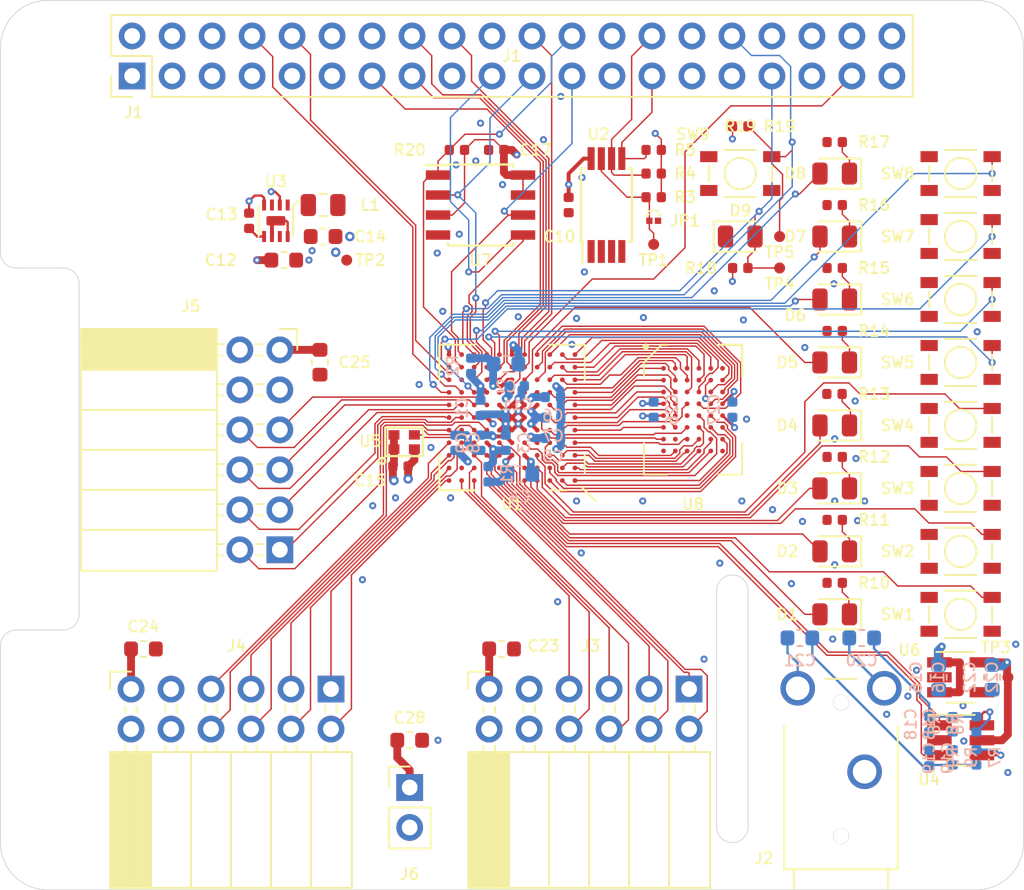
<source format=kicad_pcb>
(kicad_pcb (version 20171130) (host pcbnew 5.1.2+dfsg1-1)
  (layers (0 F.Cu signal hide) (1 In1.Cu power hide) (2 In2.Cu power hide) (31 B.Cu signal hide) (34 B.Paste user hide) (35 F.Paste user hide) (36 B.SilkS user hide) (37 F.SilkS user) (38 B.Mask user hide) (39 F.Mask user hide) (44 Edge.Cuts user))
  (net 0 "")
  (net 1 GND)
  (net 2 +1V2)
  (net 3 "Net-(C2-Pad2)")
  (net 4 "Net-(C2-Pad1)")
  (net 5 "Net-(C4-Pad2)")
  (net 6 "Net-(C4-Pad1)")
  (net 7 +3V3)
  (net 8 +5V)
  (net 9 "Net-(C13-Pad2)")
  (net 10 "Net-(C18-Pad1)")
  (net 11 "Net-(C19-Pad1)")
  (net 12 "Net-(C20-Pad1)")
  (net 13 "Net-(C21-Pad1)")
  (net 14 +3.3VDAC)
  (net 15 "Net-(D1-Pad1)")
  (net 16 /LED0)
  (net 17 /LED1)
  (net 18 "Net-(D2-Pad1)")
  (net 19 "Net-(D3-Pad1)")
  (net 20 /LED2)
  (net 21 /LED3)
  (net 22 "Net-(D4-Pad1)")
  (net 23 /LED4)
  (net 24 "Net-(D5-Pad1)")
  (net 25 "Net-(D6-Pad1)")
  (net 26 /LED5)
  (net 27 /LED6)
  (net 28 "Net-(D7-Pad1)")
  (net 29 "Net-(D8-Pad1)")
  (net 30 /LED7)
  (net 31 /GP13_FPGA_CDONE)
  (net 32 "Net-(J1-Pad3)")
  (net 33 "Net-(J1-Pad5)")
  (net 34 "Net-(J1-Pad7)")
  (net 35 /GP14_UART_TXD)
  (net 36 /GP15_UART_RXD)
  (net 37 "Net-(J1-Pad11)")
  (net 38 "Net-(J1-Pad12)")
  (net 39 /GP27_SDIO_DAT3)
  (net 40 /GP22_SDIO_CLK)
  (net 41 /GP23_SDIO_CMD)
  (net 42 /GP24_SDIO_DAT0)
  (net 43 /GP10_SPI_MOSI)
  (net 44 /GP9_SPI_MISO)
  (net 45 /GP25_SDIO_DAT1)
  (net 46 /GP11_SPI_SCK)
  (net 47 /GP8_SPI_~CS)
  (net 48 "Net-(J1-Pad26)")
  (net 49 /ID_SD)
  (net 50 /ID_SC)
  (net 51 "Net-(J1-Pad29)")
  (net 52 "Net-(J1-Pad31)")
  (net 53 /GP12_FPGA_~RST)
  (net 54 "Net-(J1-Pad35)")
  (net 55 "Net-(J1-Pad36)")
  (net 56 /GP26_SDIO_DAT2)
  (net 57 "Net-(J1-Pad38)")
  (net 58 "Net-(J1-Pad40)")
  (net 59 /IO0_0)
  (net 60 /IO0_1)
  (net 61 /IO0_2)
  (net 62 /IO0_3)
  (net 63 /IO0_4)
  (net 64 /IO0_5)
  (net 65 /IO0_6)
  (net 66 /IO0_7)
  (net 67 /IO1_7)
  (net 68 /IO1_6)
  (net 69 /IO1_5)
  (net 70 /IO1_4)
  (net 71 /IO1_3)
  (net 72 /IO1_2)
  (net 73 /IO1_1)
  (net 74 /IO1_0)
  (net 75 /IO2_0)
  (net 76 /IO2_1)
  (net 77 /IO2_2)
  (net 78 /IO2_3)
  (net 79 /IO2_4)
  (net 80 /IO2_5)
  (net 81 /IO2_6)
  (net 82 /IO2_7)
  (net 83 "Net-(JP1-Pad1)")
  (net 84 "Net-(L1-Pad1)")
  (net 85 "Net-(R6-Pad2)")
  (net 86 "Net-(R7-Pad2)")
  (net 87 /SW0)
  (net 88 /SW1)
  (net 89 /SW2)
  (net 90 /SW3)
  (net 91 /SW4)
  (net 92 /SW5)
  (net 93 /SW6)
  (net 94 /SW7)
  (net 95 /SRAM_DQ0)
  (net 96 /SRAM_DQ5)
  (net 97 /SRAM_DQ7)
  (net 98 /SRAM_DQ6)
  (net 99 /SRAM_DQ12)
  (net 100 /SRAM_A9)
  (net 101 /SRAM_A2)
  (net 102 /SRAM_A4)
  (net 103 /SRAM_A5)
  (net 104 /SRAM_A10)
  (net 105 /SRAM_DQ1)
  (net 106 /SRAM_DQ4)
  (net 107 /SRAM_DQ8)
  (net 108 /SRAM_DQ10)
  (net 109 /SRAM_DQ13)
  (net 110 /SRAM_DQ15)
  (net 111 /SRAM_A3)
  (net 112 /SRAM_A7)
  (net 113 /SRAM_A6)
  (net 114 /SRAM_A12)
  (net 115 /SRAM_DQ3)
  (net 116 /SRAM_DQ9)
  (net 117 /SRAM_DQ11)
  (net 118 /SRAM_A8)
  (net 119 /SRAM_A0)
  (net 120 /SRAM_A1)
  (net 121 /SRAM_A11)
  (net 122 /SRAM_A13)
  (net 123 /SRAM_A15)
  (net 124 /SRAM_DQ2)
  (net 125 /SRAM_DQ14)
  (net 126 /SRAM_A14)
  (net 127 /SRAM_A17)
  (net 128 /SRAM_A16)
  (net 129 /SRAM_~WE)
  (net 130 /SRAM_~OE)
  (net 131 /SRAM_~LB)
  (net 132 /SRAM_~UB)
  (net 133 /AUDIO_R_PWM)
  (net 134 "Net-(U1-PadB10)")
  (net 135 /CLK_OSC)
  (net 136 /AUDIO_L_PWM)
  (module Capacitor_SMD:C_0603_1608Metric (layer F.Cu) (at 109.0875 121.2)
    (fp_text reference C24 (at 0 -1.43) (layer F.SilkS) (effects (font (size 0.7 0.7) (thickness 0.12))))
    (fp_text value 1u)
    (pad 1 smd roundrect (at -0.7875 0) (size 0.875 0.95) (layers F.Cu F.Paste F.Mask) (net 7 +3V3))
    (pad 2 smd roundrect (at 0.7875 0) (size 0.875 0.95) (layers F.Cu F.Paste F.Mask) (net 1 GND))
  )
  (module Connector_PinHeader_2.54mm:PinHeader_2x20_P2.54mm_Vertical (layer F.Cu) (at 108.37 84.8 90)
    (fp_text reference J1 (at -2.31 0.1 180) (layer F.SilkS) (effects (font (size 0.7 0.7) (thickness 0.12))))
    (fp_text value 2x20)
    (fp_text user %R (at 1.27 24.13) (layer F.SilkS) (effects (font (size 0.7 0.7) (thickness 0.12))))
    (pad 1 thru_hole rect (at 0 0 90) (size 1.7 1.7) (drill 1) (layers *.Cu *.Mask) (net 7 +3V3))
    (pad 2 thru_hole oval (at 2.54 0 90) (size 1.7 1.7) (drill 1) (layers *.Cu *.Mask) (net 8 +5V))
    (pad 3 thru_hole oval (at 0 2.54 90) (size 1.7 1.7) (drill 1) (layers *.Cu *.Mask) (net 32 "Net-(J1-Pad3)"))
    (pad 4 thru_hole oval (at 2.54 2.54 90) (size 1.7 1.7) (drill 1) (layers *.Cu *.Mask) (net 8 +5V))
    (pad 5 thru_hole oval (at 0 5.08 90) (size 1.7 1.7) (drill 1) (layers *.Cu *.Mask) (net 33 "Net-(J1-Pad5)"))
    (pad 6 thru_hole oval (at 2.54 5.08 90) (size 1.7 1.7) (drill 1) (layers *.Cu *.Mask) (net 1 GND))
    (pad 7 thru_hole oval (at 0 7.62 90) (size 1.7 1.7) (drill 1) (layers *.Cu *.Mask) (net 34 "Net-(J1-Pad7)"))
    (pad 8 thru_hole oval (at 2.54 7.62 90) (size 1.7 1.7) (drill 1) (layers *.Cu *.Mask) (net 35 /GP14_UART_TXD))
    (pad 9 thru_hole oval (at 0 10.16 90) (size 1.7 1.7) (drill 1) (layers *.Cu *.Mask) (net 1 GND))
    (pad 10 thru_hole oval (at 2.54 10.16 90) (size 1.7 1.7) (drill 1) (layers *.Cu *.Mask) (net 36 /GP15_UART_RXD))
    (pad 11 thru_hole oval (at 0 12.7 90) (size 1.7 1.7) (drill 1) (layers *.Cu *.Mask) (net 37 "Net-(J1-Pad11)"))
    (pad 12 thru_hole oval (at 2.54 12.7 90) (size 1.7 1.7) (drill 1) (layers *.Cu *.Mask) (net 38 "Net-(J1-Pad12)"))
    (pad 13 thru_hole oval (at 0 15.24 90) (size 1.7 1.7) (drill 1) (layers *.Cu *.Mask) (net 39 /GP27_SDIO_DAT3))
    (pad 14 thru_hole oval (at 2.54 15.24 90) (size 1.7 1.7) (drill 1) (layers *.Cu *.Mask) (net 1 GND))
    (pad 15 thru_hole oval (at 0 17.78 90) (size 1.7 1.7) (drill 1) (layers *.Cu *.Mask) (net 40 /GP22_SDIO_CLK))
    (pad 16 thru_hole oval (at 2.54 17.78 90) (size 1.7 1.7) (drill 1) (layers *.Cu *.Mask) (net 41 /GP23_SDIO_CMD))
    (pad 17 thru_hole oval (at 0 20.32 90) (size 1.7 1.7) (drill 1) (layers *.Cu *.Mask) (net 7 +3V3))
    (pad 18 thru_hole oval (at 2.54 20.32 90) (size 1.7 1.7) (drill 1) (layers *.Cu *.Mask) (net 42 /GP24_SDIO_DAT0))
    (pad 19 thru_hole oval (at 0 22.86 90) (size 1.7 1.7) (drill 1) (layers *.Cu *.Mask) (net 43 /GP10_SPI_MOSI))
    (pad 20 thru_hole oval (at 2.54 22.86 90) (size 1.7 1.7) (drill 1) (layers *.Cu *.Mask) (net 1 GND))
    (pad 21 thru_hole oval (at 0 25.4 90) (size 1.7 1.7) (drill 1) (layers *.Cu *.Mask) (net 44 /GP9_SPI_MISO))
    (pad 22 thru_hole oval (at 2.54 25.4 90) (size 1.7 1.7) (drill 1) (layers *.Cu *.Mask) (net 45 /GP25_SDIO_DAT1))
    (pad 23 thru_hole oval (at 0 27.94 90) (size 1.7 1.7) (drill 1) (layers *.Cu *.Mask) (net 46 /GP11_SPI_SCK))
    (pad 24 thru_hole oval (at 2.54 27.94 90) (size 1.7 1.7) (drill 1) (layers *.Cu *.Mask) (net 47 /GP8_SPI_~CS))
    (pad 25 thru_hole oval (at 0 30.48 90) (size 1.7 1.7) (drill 1) (layers *.Cu *.Mask) (net 1 GND))
    (pad 26 thru_hole oval (at 2.54 30.48 90) (size 1.7 1.7) (drill 1) (layers *.Cu *.Mask) (net 48 "Net-(J1-Pad26)"))
    (pad 27 thru_hole oval (at 0 33.02 90) (size 1.7 1.7) (drill 1) (layers *.Cu *.Mask) (net 49 /ID_SD))
    (pad 28 thru_hole oval (at 2.54 33.02 90) (size 1.7 1.7) (drill 1) (layers *.Cu *.Mask) (net 50 /ID_SC))
    (pad 29 thru_hole oval (at 0 35.56 90) (size 1.7 1.7) (drill 1) (layers *.Cu *.Mask) (net 51 "Net-(J1-Pad29)"))
    (pad 30 thru_hole oval (at 2.54 35.56 90) (size 1.7 1.7) (drill 1) (layers *.Cu *.Mask) (net 1 GND))
    (pad 31 thru_hole oval (at 0 38.1 90) (size 1.7 1.7) (drill 1) (layers *.Cu *.Mask) (net 52 "Net-(J1-Pad31)"))
    (pad 32 thru_hole oval (at 2.54 38.1 90) (size 1.7 1.7) (drill 1) (layers *.Cu *.Mask) (net 53 /GP12_FPGA_~RST))
    (pad 33 thru_hole oval (at 0 40.64 90) (size 1.7 1.7) (drill 1) (layers *.Cu *.Mask) (net 31 /GP13_FPGA_CDONE))
    (pad 34 thru_hole oval (at 2.54 40.64 90) (size 1.7 1.7) (drill 1) (layers *.Cu *.Mask) (net 1 GND))
    (pad 35 thru_hole oval (at 0 43.18 90) (size 1.7 1.7) (drill 1) (layers *.Cu *.Mask) (net 54 "Net-(J1-Pad35)"))
    (pad 36 thru_hole oval (at 2.54 43.18 90) (size 1.7 1.7) (drill 1) (layers *.Cu *.Mask) (net 55 "Net-(J1-Pad36)"))
    (pad 37 thru_hole oval (at 0 45.72 90) (size 1.7 1.7) (drill 1) (layers *.Cu *.Mask) (net 56 /GP26_SDIO_DAT2))
    (pad 38 thru_hole oval (at 2.54 45.72 90) (size 1.7 1.7) (drill 1) (layers *.Cu *.Mask) (net 57 "Net-(J1-Pad38)"))
    (pad 39 thru_hole oval (at 0 48.26 90) (size 1.7 1.7) (drill 1) (layers *.Cu *.Mask) (net 1 GND))
    (pad 40 thru_hole oval (at 2.54 48.26 90) (size 1.7 1.7) (drill 1) (layers *.Cu *.Mask) (net 58 "Net-(J1-Pad40)"))
  )
  (module fpga_hat:PTS815 (layer F.Cu) (at 161 103 270)
    (fp_text reference SW5 (at 0 4) (layer F.SilkS) (effects (font (size 0.7 0.7) (thickness 0.12))))
    (fp_text value PTS815)
    (pad 1 smd rect (at -1.075 -2) (size 1.1 0.7) (layers F.Cu F.Paste F.Mask) (net 91 /SW4))
    (pad 2 smd rect (at 1.075 -2) (size 1.1 0.7) (layers F.Cu F.Paste F.Mask) (net 1 GND))
    (pad ~ smd rect (at 1.075 2) (size 1.1 0.7) (layers F.Cu F.Paste F.Mask))
    (pad ~ smd rect (at -1.075 2) (size 1.1 0.7) (layers F.Cu F.Paste F.Mask))
  )
  (module fpga_hat:BGA-121_11x11_9.0x9.0mm (layer F.Cu) (at 132.5 106.5 180)
    (fp_text reference U1 (at 0 -5.5) (layer F.SilkS) (effects (font (size 0.7 0.7) (thickness 0.12))))
    (fp_text value iCE40-HX8k-BG121)
    (pad A1 smd circle (at -4 -4 180) (size 0.3 0.3) (layers F.Cu F.Paste F.Mask) (net 97 /SRAM_DQ7))
    (pad B1 smd circle (at -4 -3.2 180) (size 0.3 0.3) (layers F.Cu F.Paste F.Mask) (net 129 /SRAM_~WE))
    (pad C1 smd circle (at -4 -2.4 180) (size 0.3 0.3) (layers F.Cu F.Paste F.Mask) (net 100 /SRAM_A9))
    (pad D1 smd circle (at -4 -1.6 180) (size 0.3 0.3) (layers F.Cu F.Paste F.Mask) (net 114 /SRAM_A12))
    (pad E1 smd circle (at -4 -0.8 180) (size 0.3 0.3) (layers F.Cu F.Paste F.Mask) (net 125 /SRAM_DQ14))
    (pad F1 smd circle (at -4 0 180) (size 0.3 0.3) (layers F.Cu F.Paste F.Mask) (net 99 /SRAM_DQ12))
    (pad G1 smd circle (at -4 0.8 180) (size 0.3 0.3) (layers F.Cu F.Paste F.Mask) (net 107 /SRAM_DQ8))
    (pad H1 smd circle (at -4 1.6 180) (size 0.3 0.3) (layers F.Cu F.Paste F.Mask) (net 132 /SRAM_~UB))
    (pad J1 smd circle (at -4 2.4 180) (size 0.3 0.3) (layers F.Cu F.Paste F.Mask) (net 119 /SRAM_A0))
    (pad K1 smd circle (at -4 3.2 180) (size 0.3 0.3) (layers F.Cu F.Paste F.Mask) (net 102 /SRAM_A4))
    (pad L1 smd circle (at -4 4 180) (size 0.3 0.3) (layers F.Cu F.Paste F.Mask) (net 95 /SRAM_DQ0))
    (pad A2 smd circle (at -3.2 -4 180) (size 0.3 0.3) (layers F.Cu F.Paste F.Mask) (net 96 /SRAM_DQ5))
    (pad B2 smd circle (at -3.2 -3.2 180) (size 0.3 0.3) (layers F.Cu F.Paste F.Mask) (net 104 /SRAM_A10))
    (pad C2 smd circle (at -3.2 -2.4 180) (size 0.3 0.3) (layers F.Cu F.Paste F.Mask) (net 122 /SRAM_A13))
    (pad D2 smd circle (at -3.2 -1.6 180) (size 0.3 0.3) (layers F.Cu F.Paste F.Mask) (net 118 /SRAM_A8))
    (pad E2 smd circle (at -3.2 -0.8 180) (size 0.3 0.3) (layers F.Cu F.Paste F.Mask) (net 109 /SRAM_DQ13))
    (pad F2 smd circle (at -3.2 0 180) (size 0.3 0.3) (layers F.Cu F.Paste F.Mask) (net 116 /SRAM_DQ9))
    (pad G2 smd circle (at -3.2 0.8 180) (size 0.3 0.3) (layers F.Cu F.Paste F.Mask) (net 108 /SRAM_DQ10))
    (pad H2 smd circle (at -3.2 1.6 180) (size 0.3 0.3) (layers F.Cu F.Paste F.Mask) (net 130 /SRAM_~OE))
    (pad J2 smd circle (at -3.2 2.4 180) (size 0.3 0.3) (layers F.Cu F.Paste F.Mask) (net 111 /SRAM_A3))
    (pad K2 smd circle (at -3.2 3.2 180) (size 0.3 0.3) (layers F.Cu F.Paste F.Mask) (net 120 /SRAM_A1))
    (pad L2 smd circle (at -3.2 4 180) (size 0.3 0.3) (layers F.Cu F.Paste F.Mask) (net 113 /SRAM_A6))
    (pad A3 smd circle (at -2.4 -4 180) (size 0.3 0.3) (layers F.Cu F.Paste F.Mask) (net 106 /SRAM_DQ4))
    (pad B3 smd circle (at -2.4 -3.2 180) (size 0.3 0.3) (layers F.Cu F.Paste F.Mask) (net 98 /SRAM_DQ6))
    (pad C3 smd circle (at -2.4 -2.4 180) (size 0.3 0.3) (layers F.Cu F.Paste F.Mask) (net 123 /SRAM_A15))
    (pad D3 smd circle (at -2.4 -1.6 180) (size 0.3 0.3) (layers F.Cu F.Paste F.Mask) (net 121 /SRAM_A11))
    (pad E3 smd circle (at -2.4 -0.8 180) (size 0.3 0.3) (layers F.Cu F.Paste F.Mask) (net 126 /SRAM_A14))
    (pad F3 smd circle (at -2.4 0 180) (size 0.3 0.3) (layers F.Cu F.Paste F.Mask) (net 127 /SRAM_A17))
    (pad G3 smd circle (at -2.4 0.8 180) (size 0.3 0.3) (layers F.Cu F.Paste F.Mask) (net 117 /SRAM_DQ11))
    (pad H3 smd circle (at -2.4 1.6 180) (size 0.3 0.3) (layers F.Cu F.Paste F.Mask) (net 131 /SRAM_~LB))
    (pad J3 smd circle (at -2.4 2.4 180) (size 0.3 0.3) (layers F.Cu F.Paste F.Mask) (net 103 /SRAM_A5))
    (pad K3 smd circle (at -2.4 3.2 180) (size 0.3 0.3) (layers F.Cu F.Paste F.Mask) (net 101 /SRAM_A2))
    (pad L3 smd circle (at -2.4 4 180) (size 0.3 0.3) (layers F.Cu F.Paste F.Mask) (net 105 /SRAM_DQ1))
    (pad A4 smd circle (at -1.6 -4 180) (size 0.3 0.3) (layers F.Cu F.Paste F.Mask) (net 89 /SW2))
    (pad B4 smd circle (at -1.6 -3.2 180) (size 0.3 0.3) (layers F.Cu F.Paste F.Mask) (net 21 /LED3))
    (pad C4 smd circle (at -1.6 -2.4 180) (size 0.3 0.3) (layers F.Cu F.Paste F.Mask) (net 90 /SW3))
    (pad D4 smd circle (at -1.6 -1.6 180) (size 0.3 0.3) (layers F.Cu F.Paste F.Mask) (net 2 +1V2))
    (pad E4 smd circle (at -1.6 -0.8 180) (size 0.3 0.3) (layers F.Cu F.Paste F.Mask) (net 7 +3V3))
    (pad F4 smd circle (at -1.6 0 180) (size 0.3 0.3) (layers F.Cu F.Paste F.Mask) (net 110 /SRAM_DQ15))
    (pad G4 smd circle (at -1.6 0.8 180) (size 0.3 0.3) (layers F.Cu F.Paste F.Mask) (net 7 +3V3))
    (pad H4 smd circle (at -1.6 1.6 180) (size 0.3 0.3) (layers F.Cu F.Paste F.Mask) (net 2 +1V2))
    (pad J4 smd circle (at -1.6 2.4 180) (size 0.3 0.3) (layers F.Cu F.Paste F.Mask) (net 124 /SRAM_DQ2))
    (pad K4 smd circle (at -1.6 3.2 180) (size 0.3 0.3) (layers F.Cu F.Paste F.Mask) (net 115 /SRAM_DQ3))
    (pad L4 smd circle (at -1.6 4 180) (size 0.3 0.3) (layers F.Cu F.Paste F.Mask) (net 112 /SRAM_A7))
    (pad A5 smd circle (at -0.8 -4 180) (size 0.3 0.3) (layers F.Cu F.Paste F.Mask) (net 88 /SW1))
    (pad B5 smd circle (at -0.8 -3.2 180) (size 0.3 0.3) (layers F.Cu F.Paste F.Mask) (net 20 /LED2))
    (pad C5 smd circle (at -0.8 -2.4 180) (size 0.3 0.3) (layers F.Cu F.Paste F.Mask) (net 5 "Net-(C4-Pad2)"))
    (pad D5 smd circle (at -0.8 -1.6 180) (size 0.3 0.3) (layers F.Cu F.Paste F.Mask) (net 128 /SRAM_A16))
    (pad E5 smd circle (at -0.8 -0.8 180) (size 0.3 0.3) (layers F.Cu F.Paste F.Mask) (net 1 GND))
    (pad F5 smd circle (at -0.8 0 180) (size 0.3 0.3) (layers F.Cu F.Paste F.Mask) (net 1 GND))
    (pad G5 smd circle (at -0.8 0.8 180) (size 0.3 0.3) (layers F.Cu F.Paste F.Mask) (net 1 GND))
    (pad H5 smd circle (at -0.8 1.6 180) (size 0.3 0.3) (layers F.Cu F.Paste F.Mask) (net 1 GND))
    (pad J5 smd circle (at -0.8 2.4 180) (size 0.3 0.3) (layers F.Cu F.Paste F.Mask) (net 23 /LED4))
    (pad K5 smd circle (at -0.8 3.2 180) (size 0.3 0.3) (layers F.Cu F.Paste F.Mask) (net 56 /GP26_SDIO_DAT2))
    (pad L5 smd circle (at -0.8 4 180) (size 0.3 0.3) (layers F.Cu F.Paste F.Mask) (net 45 /GP25_SDIO_DAT1))
    (pad A6 smd circle (at 0 -4 180) (size 0.3 0.3) (layers F.Cu F.Paste F.Mask) (net 16 /LED0))
    (pad B6 smd circle (at 0 -3.2 180) (size 0.3 0.3) (layers F.Cu F.Paste F.Mask) (net 87 /SW0))
    (pad C6 smd circle (at 0 -2.4 180) (size 0.3 0.3) (layers F.Cu F.Paste F.Mask) (net 6 "Net-(C4-Pad1)"))
    (pad D6 smd circle (at 0 -1.6 180) (size 0.3 0.3) (layers F.Cu F.Paste F.Mask) (net 7 +3V3))
    (pad E6 smd circle (at 0 -0.8 180) (size 0.3 0.3) (layers F.Cu F.Paste F.Mask) (net 1 GND))
    (pad F6 smd circle (at 0 0 180) (size 0.3 0.3) (layers F.Cu F.Paste F.Mask) (net 1 GND))
    (pad G6 smd circle (at 0 0.8 180) (size 0.3 0.3) (layers F.Cu F.Paste F.Mask) (net 1 GND))
    (pad H6 smd circle (at 0 1.6 180) (size 0.3 0.3) (layers F.Cu F.Paste F.Mask) (net 7 +3V3))
    (pad J6 smd circle (at 0 2.4 180) (size 0.3 0.3) (layers F.Cu F.Paste F.Mask) (net 4 "Net-(C2-Pad1)"))
    (pad K6 smd circle (at 0 3.2 180) (size 0.3 0.3) (layers F.Cu F.Paste F.Mask) (net 40 /GP22_SDIO_CLK))
    (pad L6 smd circle (at 0 4 180) (size 0.3 0.3) (layers F.Cu F.Paste F.Mask) (net 3 "Net-(C2-Pad2)"))
    (pad A7 smd circle (at 0.8 -4 180) (size 0.3 0.3) (layers F.Cu F.Paste F.Mask) (net 63 /IO0_4))
    (pad B7 smd circle (at 0.8 -3.2 180) (size 0.3 0.3) (layers F.Cu F.Paste F.Mask) (net 136 /AUDIO_L_PWM))
    (pad C7 smd circle (at 0.8 -2.4 180) (size 0.3 0.3) (layers F.Cu F.Paste F.Mask) (net 133 /AUDIO_R_PWM))
    (pad D7 smd circle (at 0.8 -1.6 180) (size 0.3 0.3) (layers F.Cu F.Paste F.Mask) (net 17 /LED1))
    (pad E7 smd circle (at 0.8 -0.8 180) (size 0.3 0.3) (layers F.Cu F.Paste F.Mask) (net 1 GND))
    (pad F7 smd circle (at 0.8 0 180) (size 0.3 0.3) (layers F.Cu F.Paste F.Mask) (net 1 GND))
    (pad G7 smd circle (at 0.8 0.8 180) (size 0.3 0.3) (layers F.Cu F.Paste F.Mask) (net 1 GND))
    (pad H7 smd circle (at 0.8 1.6 180) (size 0.3 0.3) (layers F.Cu F.Paste F.Mask) (net 42 /GP24_SDIO_DAT0))
    (pad J7 smd circle (at 0.8 2.4 180) (size 0.3 0.3) (layers F.Cu F.Paste F.Mask) (net 41 /GP23_SDIO_CMD))
    (pad K7 smd circle (at 0.8 3.2 180) (size 0.3 0.3) (layers F.Cu F.Paste F.Mask) (net 39 /GP27_SDIO_DAT3))
    (pad L7 smd circle (at 0.8 4 180) (size 0.3 0.3) (layers F.Cu F.Paste F.Mask) (net 92 /SW5))
    (pad A8 smd circle (at 1.6 -4 180) (size 0.3 0.3) (layers F.Cu F.Paste F.Mask) (net 60 /IO0_1))
    (pad B8 smd circle (at 1.6 -3.2 180) (size 0.3 0.3) (layers F.Cu F.Paste F.Mask) (net 64 /IO0_5))
    (pad C8 smd circle (at 1.6 -2.4 180) (size 0.3 0.3) (layers F.Cu F.Paste F.Mask) (net 59 /IO0_0))
    (pad D8 smd circle (at 1.6 -1.6 180) (size 0.3 0.3) (layers F.Cu F.Paste F.Mask) (net 2 +1V2))
    (pad E8 smd circle (at 1.6 -0.8 180) (size 0.3 0.3) (layers F.Cu F.Paste F.Mask) (net 79 /IO2_4))
    (pad F8 smd circle (at 1.6 0 180) (size 0.3 0.3) (layers F.Cu F.Paste F.Mask) (net 7 +3V3))
    (pad G8 smd circle (at 1.6 0.8 180) (size 0.3 0.3) (layers F.Cu F.Paste F.Mask) (net 78 /IO2_3))
    (pad H8 smd circle (at 1.6 1.6 180) (size 0.3 0.3) (layers F.Cu F.Paste F.Mask) (net 2 +1V2))
    (pad J8 smd circle (at 1.6 2.4 180) (size 0.3 0.3) (layers F.Cu F.Paste F.Mask) (net 91 /SW4))
    (pad K8 smd circle (at 1.6 3.2 180) (size 0.3 0.3) (layers F.Cu F.Paste F.Mask) (net 31 /GP13_FPGA_CDONE))
    (pad L8 smd circle (at 1.6 4 180) (size 0.3 0.3) (layers F.Cu F.Paste F.Mask) (net 26 /LED5))
    (pad A9 smd circle (at 2.4 -4 180) (size 0.3 0.3) (layers F.Cu F.Paste F.Mask) (net 61 /IO0_2))
    (pad B9 smd circle (at 2.4 -3.2 180) (size 0.3 0.3) (layers F.Cu F.Paste F.Mask) (net 66 /IO0_7))
    (pad C9 smd circle (at 2.4 -2.4 180) (size 0.3 0.3) (layers F.Cu F.Paste F.Mask) (net 65 /IO0_6))
    (pad D9 smd circle (at 2.4 -1.6 180) (size 0.3 0.3) (layers F.Cu F.Paste F.Mask) (net 74 /IO1_0))
    (pad E9 smd circle (at 2.4 -0.8 180) (size 0.3 0.3) (layers F.Cu F.Paste F.Mask) (net 67 /IO1_7))
    (pad F9 smd circle (at 2.4 0 180) (size 0.3 0.3) (layers F.Cu F.Paste F.Mask) (net 76 /IO2_1))
    (pad G9 smd circle (at 2.4 0.8 180) (size 0.3 0.3) (layers F.Cu F.Paste F.Mask) (net 82 /IO2_7))
    (pad H9 smd circle (at 2.4 1.6 180) (size 0.3 0.3) (layers F.Cu F.Paste F.Mask) (net 94 /SW7))
    (pad J9 smd circle (at 2.4 2.4 180) (size 0.3 0.3) (layers F.Cu F.Paste F.Mask) (net 44 /GP9_SPI_MISO))
    (pad K9 smd circle (at 2.4 3.2 180) (size 0.3 0.3) (layers F.Cu F.Paste F.Mask) (net 43 /GP10_SPI_MOSI))
    (pad L9 smd circle (at 2.4 4 180) (size 0.3 0.3) (layers F.Cu F.Paste F.Mask) (net 53 /GP12_FPGA_~RST))
    (pad A10 smd circle (at 3.2 -4 180) (size 0.3 0.3) (layers F.Cu F.Paste F.Mask) (net 62 /IO0_3))
    (pad B10 smd circle (at 3.2 -3.2 180) (size 0.3 0.3) (layers F.Cu F.Paste F.Mask) (net 134 "Net-(U1-PadB10)"))
    (pad C10 smd circle (at 3.2 -2.4 180) (size 0.3 0.3) (layers F.Cu F.Paste F.Mask) (net 7 +3V3))
    (pad D10 smd circle (at 3.2 -1.6 180) (size 0.3 0.3) (layers F.Cu F.Paste F.Mask) (net 73 /IO1_1))
    (pad E10 smd circle (at 3.2 -0.8 180) (size 0.3 0.3) (layers F.Cu F.Paste F.Mask) (net 135 /CLK_OSC))
    (pad F10 smd circle (at 3.2 0 180) (size 0.3 0.3) (layers F.Cu F.Paste F.Mask) (net 75 /IO2_0))
    (pad G10 smd circle (at 3.2 0.8 180) (size 0.3 0.3) (layers F.Cu F.Paste F.Mask) (net 81 /IO2_6))
    (pad H10 smd circle (at 3.2 1.6 180) (size 0.3 0.3) (layers F.Cu F.Paste F.Mask) (net 35 /GP14_UART_TXD))
    (pad J10 smd circle (at 3.2 2.4 180) (size 0.3 0.3) (layers F.Cu F.Paste F.Mask) (net 36 /GP15_UART_RXD))
    (pad K10 smd circle (at 3.2 3.2 180) (size 0.3 0.3) (layers F.Cu F.Paste F.Mask) (net 47 /GP8_SPI_~CS))
    (pad L10 smd circle (at 3.2 4 180) (size 0.3 0.3) (layers F.Cu F.Paste F.Mask) (net 46 /GP11_SPI_SCK))
    (pad A11 smd circle (at 4 -4 180) (size 0.3 0.3) (layers F.Cu F.Paste F.Mask) (net 70 /IO1_4))
    (pad B11 smd circle (at 4 -3.2 180) (size 0.3 0.3) (layers F.Cu F.Paste F.Mask) (net 69 /IO1_5))
    (pad C11 smd circle (at 4 -2.4 180) (size 0.3 0.3) (layers F.Cu F.Paste F.Mask) (net 68 /IO1_6))
    (pad D11 smd circle (at 4 -1.6 180) (size 0.3 0.3) (layers F.Cu F.Paste F.Mask) (net 72 /IO1_2))
    (pad E11 smd circle (at 4 -0.8 180) (size 0.3 0.3) (layers F.Cu F.Paste F.Mask) (net 71 /IO1_3))
    (pad F11 smd circle (at 4 0 180) (size 0.3 0.3) (layers F.Cu F.Paste F.Mask) (net 80 /IO2_5))
    (pad G11 smd circle (at 4 0.8 180) (size 0.3 0.3) (layers F.Cu F.Paste F.Mask) (net 77 /IO2_2))
    (pad H11 smd circle (at 4 1.6 180) (size 0.3 0.3) (layers F.Cu F.Paste F.Mask) (net 30 /LED7))
    (pad J11 smd circle (at 4 2.4 180) (size 0.3 0.3) (layers F.Cu F.Paste F.Mask) (net 27 /LED6))
    (pad K11 smd circle (at 4 3.2 180) (size 0.3 0.3) (layers F.Cu F.Paste F.Mask) (net 93 /SW6))
    (pad L11 smd circle (at 4 4 180) (size 0.3 0.3) (layers F.Cu F.Paste F.Mask) (net 7 +3V3))
  )
  (module Capacitor_SMD:C_0402_1005Metric (layer B.Cu) (at 128.9 108.1 90)
    (fp_text reference C8 (at 0 1.17 90) (layer B.SilkS) (effects (font (size 0.7 0.7) (thickness 0.12)) (justify mirror)))
    (fp_text value 100n)
    (pad 2 smd roundrect (at 0.485 0 90) (size 0.59 0.64) (layers B.Cu B.Paste B.Mask) (net 1 GND))
    (pad 1 smd roundrect (at -0.485 0 90) (size 0.59 0.64) (layers B.Cu B.Paste B.Mask) (net 7 +3V3))
  )
  (module fpga_hat:MOUNTHOLE_M2.5 (layer F.Cu) (at 161.5 83.5)
    (fp_text reference REF** hide)
    (fp_text value MOUNTHOLE_M2.5 hide)
    (pad "" np_thru_hole circle (at 0 0) (size 2.75 2.75) (drill 2.75) (layers *.Cu *.Mask) (thermal_gap 1.9))
  )
  (module fpga_hat:MOUNTHOLE_M2.5 (layer F.Cu) (at 161.5 133)
    (fp_text reference REF** hide)
    (fp_text value MOUNTHOLE_M2.5 hide)
    (pad "" np_thru_hole circle (at 0 0) (size 2.75 2.75) (drill 2.75) (layers *.Cu *.Mask) (thermal_gap 1.9))
  )
  (module fpga_hat:MOUNTHOLE_M2.5 (layer F.Cu) (at 103.5 133)
    (fp_text reference REF** hide)
    (fp_text value MOUNTHOLE_M2.5 hide)
    (pad "" np_thru_hole circle (at 0 0) (size 2.75 2.75) (drill 2.75) (layers *.Cu *.Mask) (thermal_gap 1.9))
  )
  (module fpga_hat:MOUNTHOLE_M2.5 (layer F.Cu) (at 103.5 83.5)
    (fp_text reference REF** hide)
    (fp_text value MOUNTHOLE_M2.5 hide)
    (pad "" np_thru_hole circle (at 0 0) (size 2.75 2.75) (drill 2.75) (layers *.Cu *.Mask) (thermal_gap 1.9))
  )
  (module Capacitor_SMD:C_0402_1005Metric (layer B.Cu) (at 130.5 105.885 270)
    (fp_text reference C1 (at 0 1.17 90) (layer B.SilkS) (effects (font (size 0.7 0.7) (thickness 0.12)) (justify mirror)))
    (fp_text value 100n)
    (pad 2 smd roundrect (at 0.485 0 270) (size 0.59 0.64) (layers B.Cu B.Paste B.Mask) (net 1 GND))
    (pad 1 smd roundrect (at -0.485 0 270) (size 0.59 0.64) (layers B.Cu B.Paste B.Mask) (net 2 +1V2))
  )
  (module Capacitor_SMD:C_0603_1608Metric (layer B.Cu) (at 132.1125 103.1)
    (fp_text reference C2 (at 0 1.43) (layer B.SilkS) (effects (font (size 0.7 0.7) (thickness 0.12)) (justify mirror)))
    (fp_text value 4u7)
    (pad 2 smd roundrect (at 0.7875 0) (size 0.875 0.95) (layers B.Cu B.Paste B.Mask) (net 3 "Net-(C2-Pad2)"))
    (pad 1 smd roundrect (at -0.7875 0) (size 0.875 0.95) (layers B.Cu B.Paste B.Mask) (net 4 "Net-(C2-Pad1)"))
  )
  (module Capacitor_SMD:C_0402_1005Metric (layer B.Cu) (at 132.1 108.1 90)
    (fp_text reference C3 (at 0 1.17 90) (layer B.SilkS) (effects (font (size 0.7 0.7) (thickness 0.12)) (justify mirror)))
    (fp_text value 100n)
    (pad 1 smd roundrect (at -0.485 0 90) (size 0.59 0.64) (layers B.Cu B.Paste B.Mask) (net 2 +1V2))
    (pad 2 smd roundrect (at 0.485 0 90) (size 0.59 0.64) (layers B.Cu B.Paste B.Mask) (net 1 GND))
  )
  (module Capacitor_SMD:C_0603_1608Metric (layer B.Cu) (at 133 110.1)
    (fp_text reference C4 (at 0 1.43) (layer B.SilkS) (effects (font (size 0.7 0.7) (thickness 0.12)) (justify mirror)))
    (fp_text value 4u7)
    (pad 1 smd roundrect (at -0.7875 0) (size 0.875 0.95) (layers B.Cu B.Paste B.Mask) (net 6 "Net-(C4-Pad1)"))
    (pad 2 smd roundrect (at 0.7875 0) (size 0.875 0.95) (layers B.Cu B.Paste B.Mask) (net 5 "Net-(C4-Pad2)"))
  )
  (module Capacitor_SMD:C_0402_1005Metric (layer B.Cu) (at 135.1 107.8)
    (fp_text reference C5 (at 0 1.17 -180) (layer B.SilkS) (effects (font (size 0.7 0.7) (thickness 0.12)) (justify mirror)))
    (fp_text value 100n)
    (pad 1 smd roundrect (at -0.485 0) (size 0.59 0.64) (layers B.Cu B.Paste B.Mask) (net 2 +1V2))
    (pad 2 smd roundrect (at 0.485 0) (size 0.59 0.64) (layers B.Cu B.Paste B.Mask) (net 1 GND))
  )
  (module Capacitor_SMD:C_0402_1005Metric (layer B.Cu) (at 135.1 105.2)
    (fp_text reference C6 (at 0 1.17) (layer B.SilkS) (effects (font (size 0.7 0.7) (thickness 0.12)) (justify mirror)))
    (fp_text value 100n)
    (pad 2 smd roundrect (at 0.485 0) (size 0.59 0.64) (layers B.Cu B.Paste B.Mask) (net 1 GND))
    (pad 1 smd roundrect (at -0.485 0) (size 0.59 0.64) (layers B.Cu B.Paste B.Mask) (net 2 +1V2))
  )
  (module Capacitor_SMD:C_0402_1005Metric (layer B.Cu) (at 135.115 106.5)
    (fp_text reference C7 (at 0 1.17 -180) (layer B.SilkS) (effects (font (size 0.7 0.7) (thickness 0.12)) (justify mirror)))
    (fp_text value 100n)
    (pad 2 smd roundrect (at 0.485 0) (size 0.59 0.64) (layers B.Cu B.Paste B.Mask) (net 1 GND))
    (pad 1 smd roundrect (at -0.485 0) (size 0.59 0.64) (layers B.Cu B.Paste B.Mask) (net 7 +3V3))
  )
  (module Capacitor_SMD:C_0402_1005Metric (layer B.Cu) (at 130.5 108.1 270)
    (fp_text reference C9 (at 0 1.17 90) (layer B.SilkS) (effects (font (size 0.7 0.7) (thickness 0.12)) (justify mirror)))
    (fp_text value 100n)
    (pad 2 smd roundrect (at 0.485 0 270) (size 0.59 0.64) (layers B.Cu B.Paste B.Mask) (net 1 GND))
    (pad 1 smd roundrect (at -0.485 0 270) (size 0.59 0.64) (layers B.Cu B.Paste B.Mask) (net 7 +3V3))
  )
  (module Capacitor_SMD:C_0402_1005Metric (layer F.Cu) (at 136.1 93 270)
    (fp_text reference C10 (at 2 0.6 180) (layer F.SilkS) (effects (font (size 0.7 0.7) (thickness 0.12))))
    (fp_text value 100n)
    (pad 1 smd roundrect (at -0.485 0 270) (size 0.59 0.64) (layers F.Cu F.Paste F.Mask) (net 7 +3V3))
    (pad 2 smd roundrect (at 0.485 0 270) (size 0.59 0.64) (layers F.Cu F.Paste F.Mask) (net 1 GND))
  )
  (module Capacitor_SMD:C_0402_1005Metric (layer B.Cu) (at 132.8 104.5)
    (fp_text reference C11 (at 0 1.17) (layer B.SilkS) (effects (font (size 0.7 0.7) (thickness 0.12)) (justify mirror)))
    (fp_text value 100n)
    (pad 1 smd roundrect (at -0.485 0) (size 0.59 0.64) (layers B.Cu B.Paste B.Mask) (net 7 +3V3))
    (pad 2 smd roundrect (at 0.485 0) (size 0.59 0.64) (layers B.Cu B.Paste B.Mask) (net 1 GND))
  )
  (module Capacitor_SMD:C_0603_1608Metric (layer F.Cu) (at 118 96.5)
    (fp_text reference C12 (at -4 0) (layer F.SilkS) (effects (font (size 0.7 0.7) (thickness 0.12))))
    (fp_text value 4u7)
    (pad 2 smd roundrect (at 0.7875 0) (size 0.875 0.95) (layers F.Cu F.Paste F.Mask) (net 1 GND))
    (pad 1 smd roundrect (at -0.7875 0) (size 0.875 0.95) (layers F.Cu F.Paste F.Mask) (net 8 +5V))
  )
  (module Capacitor_SMD:C_0402_1005Metric (layer F.Cu) (at 115.8 94 270)
    (fp_text reference C13 (at -0.4 1.75 180) (layer F.SilkS) (effects (font (size 0.7 0.7) (thickness 0.12))))
    (fp_text value 560p)
    (pad 1 smd roundrect (at -0.485 0 270) (size 0.59 0.64) (layers F.Cu F.Paste F.Mask) (net 2 +1V2))
    (pad 2 smd roundrect (at 0.485 0 270) (size 0.59 0.64) (layers F.Cu F.Paste F.Mask) (net 9 "Net-(C13-Pad2)"))
  )
  (module Capacitor_SMD:C_0603_1608Metric (layer F.Cu) (at 120.5 95 180)
    (fp_text reference C14 (at -3 0) (layer F.SilkS) (effects (font (size 0.7 0.7) (thickness 0.12))))
    (fp_text value 4u7)
    (pad 2 smd roundrect (at 0.7875 0 180) (size 0.875 0.95) (layers F.Cu F.Paste F.Mask) (net 1 GND))
    (pad 1 smd roundrect (at -0.7875 0 180) (size 0.875 0.95) (layers F.Cu F.Paste F.Mask) (net 2 +1V2))
  )
  (module Capacitor_SMD:C_0402_1005Metric (layer F.Cu) (at 125.415 109.6)
    (fp_text reference C15 (at -1.915 0.9) (layer F.SilkS) (effects (font (size 0.7 0.7) (thickness 0.12))))
    (fp_text value 100n)
    (pad 2 smd roundrect (at 0.485 0) (size 0.59 0.64) (layers F.Cu F.Paste F.Mask) (net 1 GND))
    (pad 1 smd roundrect (at -0.485 0) (size 0.59 0.64) (layers F.Cu F.Paste F.Mask) (net 7 +3V3))
  )
  (module Capacitor_SMD:C_0603_1608Metric (layer B.Cu) (at 159.6 123 270)
    (fp_text reference C16 (at 0 1.43 90) (layer B.SilkS) (effects (font (size 0.7 0.7) (thickness 0.12)) (justify mirror)))
    (fp_text value 1u)
    (fp_text user %R (at 0 0 90) (layer B.SilkS) (effects (font (size 0.7 0.7) (thickness 0.12)) (justify mirror)))
    (pad 1 smd roundrect (at -0.7875 0 270) (size 0.875 0.95) (layers B.Cu B.Paste B.Mask) (net 8 +5V))
    (pad 2 smd roundrect (at 0.7875 0 270) (size 0.875 0.95) (layers B.Cu B.Paste B.Mask) (net 1 GND))
  )
  (module Capacitor_SMD:C_0402_1005Metric (layer F.Cu) (at 131.5 89.5 180)
    (fp_text reference C17 (at -2.5 0) (layer F.SilkS) (effects (font (size 0.7 0.7) (thickness 0.12))))
    (fp_text value 100n)
    (pad 1 smd roundrect (at -0.485 0 180) (size 0.59 0.64) (layers F.Cu F.Paste F.Mask) (net 7 +3V3))
    (pad 2 smd roundrect (at 0.485 0 180) (size 0.59 0.64) (layers F.Cu F.Paste F.Mask) (net 1 GND))
  )
  (module Capacitor_SMD:C_0402_1005Metric (layer B.Cu) (at 159 125.985 270)
    (fp_text reference C18 (at 0 1.17 90) (layer B.SilkS) (effects (font (size 0.7 0.7) (thickness 0.12)) (justify mirror)))
    (fp_text value 100n)
    (fp_text user %R (at 0 0 90) (layer B.SilkS) (effects (font (size 0.7 0.7) (thickness 0.12)) (justify mirror)))
    (pad 1 smd roundrect (at -0.485 0 270) (size 0.59 0.64) (layers B.Cu B.Paste B.Mask) (net 10 "Net-(C18-Pad1)"))
    (pad 2 smd roundrect (at 0.485 0 270) (size 0.59 0.64) (layers B.Cu B.Paste B.Mask) (net 1 GND))
  )
  (module Capacitor_SMD:C_0402_1005Metric (layer B.Cu) (at 159 128.135 90)
    (fp_text reference C19 (at 0 1.17 90) (layer B.SilkS) (effects (font (size 0.7 0.7) (thickness 0.12)) (justify mirror)))
    (fp_text value 100n)
    (fp_text user %R (at 0 0 90) (layer B.SilkS) (effects (font (size 0.7 0.7) (thickness 0.12)) (justify mirror)))
    (pad 1 smd roundrect (at -0.485 0 90) (size 0.59 0.64) (layers B.Cu B.Paste B.Mask) (net 11 "Net-(C19-Pad1)"))
    (pad 2 smd roundrect (at 0.485 0 90) (size 0.59 0.64) (layers B.Cu B.Paste B.Mask) (net 1 GND))
  )
  (module Capacitor_SMD:C_0603_1608Metric (layer B.Cu) (at 154.7125 120.5)
    (fp_text reference C20 (at 0 1.43) (layer B.SilkS) (effects (font (size 0.7 0.7) (thickness 0.12)) (justify mirror)))
    (fp_text value 4u7)
    (pad 1 smd roundrect (at -0.7875 0) (size 0.875 0.95) (layers B.Cu B.Paste B.Mask) (net 12 "Net-(C20-Pad1)"))
    (pad 2 smd roundrect (at 0.7875 0) (size 0.875 0.95) (layers B.Cu B.Paste B.Mask) (net 10 "Net-(C18-Pad1)"))
  )
  (module Capacitor_SMD:C_0603_1608Metric (layer B.Cu) (at 150.7875 120.5)
    (fp_text reference C21 (at 0 1.43) (layer B.SilkS) (effects (font (size 0.7 0.7) (thickness 0.12)) (justify mirror)))
    (fp_text value 4u7)
    (pad 1 smd roundrect (at -0.7875 0) (size 0.875 0.95) (layers B.Cu B.Paste B.Mask) (net 13 "Net-(C21-Pad1)"))
    (pad 2 smd roundrect (at 0.7875 0) (size 0.875 0.95) (layers B.Cu B.Paste B.Mask) (net 11 "Net-(C19-Pad1)"))
  )
  (module Capacitor_SMD:C_0603_1608Metric (layer B.Cu) (at 163 123 270)
    (fp_text reference C22 (at 0 1.43 90) (layer B.SilkS) (effects (font (size 0.7 0.7) (thickness 0.12)) (justify mirror)))
    (fp_text value 1u)
    (fp_text user %R (at 0 0 90) (layer B.SilkS) (effects (font (size 0.7 0.7) (thickness 0.12)) (justify mirror)))
    (pad 2 smd roundrect (at 0.7875 0 270) (size 0.875 0.95) (layers B.Cu B.Paste B.Mask) (net 1 GND))
    (pad 1 smd roundrect (at -0.7875 0 270) (size 0.875 0.95) (layers B.Cu B.Paste B.Mask) (net 14 +3.3VDAC))
  )
  (module Capacitor_SMD:C_0603_1608Metric (layer F.Cu) (at 131.8375 121.2)
    (fp_text reference C23 (at 2.6625 -0.2) (layer F.SilkS) (effects (font (size 0.7 0.7) (thickness 0.12))))
    (fp_text value 1u)
    (pad 2 smd roundrect (at 0.7875 0) (size 0.875 0.95) (layers F.Cu F.Paste F.Mask) (net 1 GND))
    (pad 1 smd roundrect (at -0.7875 0) (size 0.875 0.95) (layers F.Cu F.Paste F.Mask) (net 7 +3V3))
  )
  (module Capacitor_SMD:C_0603_1608Metric (layer F.Cu) (at 120.3 102.9875 270)
    (fp_text reference C25 (at 0 -2.2 180) (layer F.SilkS) (effects (font (size 0.7 0.7) (thickness 0.12))))
    (fp_text value 1u)
    (pad 1 smd roundrect (at -0.7875 0 270) (size 0.875 0.95) (layers F.Cu F.Paste F.Mask) (net 7 +3V3))
    (pad 2 smd roundrect (at 0.7875 0 270) (size 0.875 0.95) (layers F.Cu F.Paste F.Mask) (net 1 GND))
  )
  (module Capacitor_SMD:C_0402_1005Metric (layer B.Cu) (at 141.5 106 90)
    (fp_text reference C26 (at 0 1.17 -90) (layer B.SilkS) (effects (font (size 0.7 0.7) (thickness 0.12)) (justify mirror)))
    (fp_text value 100n)
    (pad 1 smd roundrect (at -0.485 0 90) (size 0.59 0.64) (layers B.Cu B.Paste B.Mask) (net 7 +3V3))
    (pad 2 smd roundrect (at 0.485 0 90) (size 0.59 0.64) (layers B.Cu B.Paste B.Mask) (net 1 GND))
  )
  (module Capacitor_SMD:C_0402_1005Metric (layer B.Cu) (at 146.5 106 270)
    (fp_text reference C27 (at 0 1.17 270) (layer B.SilkS) (effects (font (size 0.7 0.7) (thickness 0.12)) (justify mirror)))
    (fp_text value 100n)
    (pad 2 smd roundrect (at 0.485 0 270) (size 0.59 0.64) (layers B.Cu B.Paste B.Mask) (net 1 GND))
    (pad 1 smd roundrect (at -0.485 0 270) (size 0.59 0.64) (layers B.Cu B.Paste B.Mask) (net 7 +3V3))
  )
  (module Capacitor_SMD:C_0603_1608Metric (layer F.Cu) (at 126 127)
    (fp_text reference C28 (at 0 -1.43) (layer F.SilkS) (effects (font (size 0.7 0.7) (thickness 0.12))))
    (fp_text value 1u)
    (pad 1 smd roundrect (at -0.7875 0) (size 0.875 0.95) (layers F.Cu F.Paste F.Mask) (net 8 +5V))
    (pad 2 smd roundrect (at 0.7875 0) (size 0.875 0.95) (layers F.Cu F.Paste F.Mask) (net 1 GND))
  )
  (module LED_SMD:LED_0805_2012Metric (layer F.Cu) (at 153 119 180)
    (fp_text reference D1 (at 3 0) (layer F.SilkS) (effects (font (size 0.7 0.7) (thickness 0.12))))
    (fp_text value LED)
    (pad 1 smd roundrect (at -0.9375 0 180) (size 0.975 1.4) (layers F.Cu F.Paste F.Mask) (net 15 "Net-(D1-Pad1)"))
    (pad 2 smd roundrect (at 0.9375 0 180) (size 0.975 1.4) (layers F.Cu F.Paste F.Mask) (net 16 /LED0))
  )
  (module LED_SMD:LED_0805_2012Metric (layer F.Cu) (at 153 115 180)
    (fp_text reference D2 (at 3 0) (layer F.SilkS) (effects (font (size 0.7 0.7) (thickness 0.12))))
    (fp_text value LED)
    (pad 1 smd roundrect (at -0.9375 0 180) (size 0.975 1.4) (layers F.Cu F.Paste F.Mask) (net 18 "Net-(D2-Pad1)"))
    (pad 2 smd roundrect (at 0.9375 0 180) (size 0.975 1.4) (layers F.Cu F.Paste F.Mask) (net 17 /LED1))
  )
  (module LED_SMD:LED_0805_2012Metric (layer F.Cu) (at 153 111 180)
    (fp_text reference D3 (at 3 0) (layer F.SilkS) (effects (font (size 0.7 0.7) (thickness 0.12))))
    (fp_text value LED)
    (pad 2 smd roundrect (at 0.9375 0 180) (size 0.975 1.4) (layers F.Cu F.Paste F.Mask) (net 20 /LED2))
    (pad 1 smd roundrect (at -0.9375 0 180) (size 0.975 1.4) (layers F.Cu F.Paste F.Mask) (net 19 "Net-(D3-Pad1)"))
  )
  (module LED_SMD:LED_0805_2012Metric (layer F.Cu) (at 153 107 180)
    (fp_text reference D4 (at 3 0) (layer F.SilkS) (effects (font (size 0.7 0.7) (thickness 0.12))))
    (fp_text value LED)
    (pad 1 smd roundrect (at -0.9375 0 180) (size 0.975 1.4) (layers F.Cu F.Paste F.Mask) (net 22 "Net-(D4-Pad1)"))
    (pad 2 smd roundrect (at 0.9375 0 180) (size 0.975 1.4) (layers F.Cu F.Paste F.Mask) (net 21 /LED3))
  )
  (module LED_SMD:LED_0805_2012Metric (layer F.Cu) (at 153 103 180)
    (fp_text reference D5 (at 3 0) (layer F.SilkS) (effects (font (size 0.7 0.7) (thickness 0.12))))
    (fp_text value LED)
    (pad 2 smd roundrect (at 0.9375 0 180) (size 0.975 1.4) (layers F.Cu F.Paste F.Mask) (net 23 /LED4))
    (pad 1 smd roundrect (at -0.9375 0 180) (size 0.975 1.4) (layers F.Cu F.Paste F.Mask) (net 24 "Net-(D5-Pad1)"))
  )
  (module LED_SMD:LED_0805_2012Metric (layer F.Cu) (at 153 99 180)
    (fp_text reference D6 (at 2.5 -1) (layer F.SilkS) (effects (font (size 0.7 0.7) (thickness 0.12))))
    (fp_text value LED)
    (pad 1 smd roundrect (at -0.9375 0 180) (size 0.975 1.4) (layers F.Cu F.Paste F.Mask) (net 25 "Net-(D6-Pad1)"))
    (pad 2 smd roundrect (at 0.9375 0 180) (size 0.975 1.4) (layers F.Cu F.Paste F.Mask) (net 26 /LED5))
  )
  (module LED_SMD:LED_0805_2012Metric (layer F.Cu) (at 153 95 180)
    (fp_text reference D7 (at 2.5 0) (layer F.SilkS) (effects (font (size 0.7 0.7) (thickness 0.12))))
    (fp_text value LED)
    (pad 2 smd roundrect (at 0.9375 0 180) (size 0.975 1.4) (layers F.Cu F.Paste F.Mask) (net 27 /LED6))
    (pad 1 smd roundrect (at -0.9375 0 180) (size 0.975 1.4) (layers F.Cu F.Paste F.Mask) (net 28 "Net-(D7-Pad1)"))
  )
  (module LED_SMD:LED_0805_2012Metric (layer F.Cu) (at 153 91 180)
    (fp_text reference D8 (at 2.5 0) (layer F.SilkS) (effects (font (size 0.7 0.7) (thickness 0.12))))
    (fp_text value LED)
    (pad 1 smd roundrect (at -0.9375 0 180) (size 0.975 1.4) (layers F.Cu F.Paste F.Mask) (net 29 "Net-(D8-Pad1)"))
    (pad 2 smd roundrect (at 0.9375 0 180) (size 0.975 1.4) (layers F.Cu F.Paste F.Mask) (net 30 /LED7))
  )
  (module LED_SMD:LED_0805_2012Metric (layer F.Cu) (at 147 95)
    (fp_text reference D9 (at 0 -1.65) (layer F.SilkS) (effects (font (size 0.7 0.7) (thickness 0.12))))
    (fp_text value LED)
    (pad 2 smd roundrect (at 0.9375 0) (size 0.975 1.4) (layers F.Cu F.Paste F.Mask) (net 31 /GP13_FPGA_CDONE))
    (pad 1 smd roundrect (at -0.9375 0) (size 0.975 1.4) (layers F.Cu F.Paste F.Mask) (net 1 GND))
  )
  (module fpga_hat:STX-3000_TRS_3.5mm (layer F.Cu) (at 153.4 129 90)
    (fp_text reference J2 (at -5.5 -4.9 180) (layer F.SilkS) (effects (font (size 0.7 0.7) (thickness 0.12))))
    (fp_text value AudioJack3)
    (pad ~ thru_hole circle (at -4.1 0 90) (size 1 1) (drill 1) (layers *.Cu *.Mask))
    (pad ~ thru_hole circle (at 4.4 0 90) (size 1 1) (drill 1) (layers *.Cu *.Mask))
    (pad S thru_hole circle (at 0 1.5 90) (size 2.2 2.2) (drill 1.5) (layers *.Cu *.Mask) (net 1 GND))
    (pad R thru_hole circle (at 5.3 -2.75 90) (size 2.2 2.2) (drill 1.5) (layers *.Cu *.Mask) (net 13 "Net-(C21-Pad1)"))
    (pad T thru_hole circle (at 5.3 2.75 90) (size 2.2 2.2) (drill 1.5) (layers *.Cu *.Mask) (net 12 "Net-(C20-Pad1)"))
  )
  (module fpga_hat:PinSocket_2x06_P2.54mm_Horizontal (layer F.Cu) (at 143.75 123.75 90)
    (fp_text reference J3 (at 2.75 -6.25 180) (layer F.SilkS) (effects (font (size 0.7 0.7) (thickness 0.12))))
    (fp_text value Conn_02x06_Top_Bottom)
    (pad 6 thru_hole circle (at 0 -12.7 90) (size 1.7 1.7) (drill 1) (layers *.Cu *.Mask) (net 7 +3V3))
    (pad 12 thru_hole oval (at -2.54 -12.7 90) (size 1.7 1.7) (drill 1) (layers *.Cu *.Mask) (net 7 +3V3))
    (pad 5 thru_hole oval (at 0 -10.16 90) (size 1.7 1.7) (drill 1) (layers *.Cu *.Mask) (net 1 GND))
    (pad 11 thru_hole oval (at -2.54 -10.16 90) (size 1.7 1.7) (drill 1) (layers *.Cu *.Mask) (net 1 GND))
    (pad 4 thru_hole oval (at 0 -7.62 90) (size 1.7 1.7) (drill 1) (layers *.Cu *.Mask) (net 62 /IO0_3))
    (pad 10 thru_hole oval (at -2.54 -7.62 90) (size 1.7 1.7) (drill 1) (layers *.Cu *.Mask) (net 66 /IO0_7))
    (pad 3 thru_hole oval (at 0 -5.08 90) (size 1.7 1.7) (drill 1) (layers *.Cu *.Mask) (net 61 /IO0_2))
    (pad 9 thru_hole oval (at -2.54 -5.08 90) (size 1.7 1.7) (drill 1) (layers *.Cu *.Mask) (net 65 /IO0_6))
    (pad 2 thru_hole oval (at 0 -2.54 90) (size 1.7 1.7) (drill 1) (layers *.Cu *.Mask) (net 60 /IO0_1))
    (pad 8 thru_hole oval (at -2.54 -2.54 90) (size 1.7 1.7) (drill 1) (layers *.Cu *.Mask) (net 64 /IO0_5))
    (pad 1 thru_hole rect (at 0 0 90) (size 1.7 1.7) (drill 1) (layers *.Cu *.Mask) (net 59 /IO0_0))
    (pad 7 thru_hole oval (at -2.54 0 90) (size 1.7 1.7) (drill 1) (layers *.Cu *.Mask) (net 63 /IO0_4))
  )
  (module fpga_hat:PinSocket_2x06_P2.54mm_Horizontal (layer F.Cu) (at 121 123.75 90)
    (fp_text reference J4 (at 2.75 -6 180) (layer F.SilkS) (effects (font (size 0.7 0.7) (thickness 0.12))))
    (fp_text value Conn_02x06_Top_Bottom)
    (pad 7 thru_hole oval (at -2.54 0 90) (size 1.7 1.7) (drill 1) (layers *.Cu *.Mask) (net 70 /IO1_4))
    (pad 1 thru_hole rect (at 0 0 90) (size 1.7 1.7) (drill 1) (layers *.Cu *.Mask) (net 74 /IO1_0))
    (pad 8 thru_hole oval (at -2.54 -2.54 90) (size 1.7 1.7) (drill 1) (layers *.Cu *.Mask) (net 69 /IO1_5))
    (pad 2 thru_hole oval (at 0 -2.54 90) (size 1.7 1.7) (drill 1) (layers *.Cu *.Mask) (net 73 /IO1_1))
    (pad 9 thru_hole oval (at -2.54 -5.08 90) (size 1.7 1.7) (drill 1) (layers *.Cu *.Mask) (net 68 /IO1_6))
    (pad 3 thru_hole oval (at 0 -5.08 90) (size 1.7 1.7) (drill 1) (layers *.Cu *.Mask) (net 72 /IO1_2))
    (pad 10 thru_hole oval (at -2.54 -7.62 90) (size 1.7 1.7) (drill 1) (layers *.Cu *.Mask) (net 67 /IO1_7))
    (pad 4 thru_hole oval (at 0 -7.62 90) (size 1.7 1.7) (drill 1) (layers *.Cu *.Mask) (net 71 /IO1_3))
    (pad 11 thru_hole oval (at -2.54 -10.16 90) (size 1.7 1.7) (drill 1) (layers *.Cu *.Mask) (net 1 GND))
    (pad 5 thru_hole oval (at 0 -10.16 90) (size 1.7 1.7) (drill 1) (layers *.Cu *.Mask) (net 1 GND))
    (pad 12 thru_hole oval (at -2.54 -12.7 90) (size 1.7 1.7) (drill 1) (layers *.Cu *.Mask) (net 7 +3V3))
    (pad 6 thru_hole circle (at 0 -12.7 90) (size 1.7 1.7) (drill 1) (layers *.Cu *.Mask) (net 7 +3V3))
  )
  (module fpga_hat:PinSocket_2x06_P2.54mm_Horizontal (layer F.Cu) (at 117.75 114.9)
    (fp_text reference J5 (at -5.65 -15.47) (layer F.SilkS) (effects (font (size 0.7 0.7) (thickness 0.12))))
    (fp_text value Conn_02x06_Top_Bottom)
    (pad 6 thru_hole circle (at 0 -12.7) (size 1.7 1.7) (drill 1) (layers *.Cu *.Mask) (net 7 +3V3))
    (pad 12 thru_hole oval (at -2.54 -12.7) (size 1.7 1.7) (drill 1) (layers *.Cu *.Mask) (net 7 +3V3))
    (pad 5 thru_hole oval (at 0 -10.16) (size 1.7 1.7) (drill 1) (layers *.Cu *.Mask) (net 1 GND))
    (pad 11 thru_hole oval (at -2.54 -10.16) (size 1.7 1.7) (drill 1) (layers *.Cu *.Mask) (net 1 GND))
    (pad 4 thru_hole oval (at 0 -7.62) (size 1.7 1.7) (drill 1) (layers *.Cu *.Mask) (net 78 /IO2_3))
    (pad 10 thru_hole oval (at -2.54 -7.62) (size 1.7 1.7) (drill 1) (layers *.Cu *.Mask) (net 82 /IO2_7))
    (pad 3 thru_hole oval (at 0 -5.08) (size 1.7 1.7) (drill 1) (layers *.Cu *.Mask) (net 77 /IO2_2))
    (pad 9 thru_hole oval (at -2.54 -5.08) (size 1.7 1.7) (drill 1) (layers *.Cu *.Mask) (net 81 /IO2_6))
    (pad 2 thru_hole oval (at 0 -2.54) (size 1.7 1.7) (drill 1) (layers *.Cu *.Mask) (net 76 /IO2_1))
    (pad 8 thru_hole oval (at -2.54 -2.54) (size 1.7 1.7) (drill 1) (layers *.Cu *.Mask) (net 80 /IO2_5))
    (pad 1 thru_hole rect (at 0 0) (size 1.7 1.7) (drill 1) (layers *.Cu *.Mask) (net 75 /IO2_0))
    (pad 7 thru_hole oval (at -2.54 0) (size 1.7 1.7) (drill 1) (layers *.Cu *.Mask) (net 79 /IO2_4))
  )
  (module Connector_PinHeader_2.54mm:PinHeader_1x02_P2.54mm_Vertical (layer F.Cu) (at 126 130)
    (fp_text reference J6 (at 0 5.5) (layer F.SilkS) (effects (font (size 0.7 0.7) (thickness 0.12))))
    (fp_text value Conn_01x02)
    (pad 1 thru_hole rect (at 0 0) (size 1.7 1.7) (drill 1) (layers *.Cu *.Mask) (net 8 +5V))
    (pad 2 thru_hole oval (at 0 2.54) (size 1.7 1.7) (drill 1) (layers *.Cu *.Mask) (net 1 GND))
  )
  (module fpga_hat:SOLDER_JUMP (layer F.Cu) (at 141.5 94 90)
    (fp_text reference JP1 (at 0 2 180) (layer F.SilkS) (effects (font (size 0.7 0.7) (thickness 0.12))))
    (fp_text value "Solder jumper")
    (pad 1 smd rect (at 0 -0.275 90) (size 0.4 0.4) (layers F.Cu F.Paste F.Mask) (net 83 "Net-(JP1-Pad1)"))
    (pad 2 smd rect (at 0 0.275 90) (size 0.4 0.4) (layers F.Cu F.Paste F.Mask) (net 1 GND))
  )
  (module Inductor_SMD:L_0805_2012Metric (layer F.Cu) (at 120.5 93)
    (fp_text reference L1 (at 3 0) (layer F.SilkS) (effects (font (size 0.7 0.7) (thickness 0.12))))
    (fp_text value 1u)
    (pad 1 smd roundrect (at -0.9375 0) (size 0.975 1.4) (layers F.Cu F.Paste F.Mask) (net 84 "Net-(L1-Pad1)"))
    (pad 2 smd roundrect (at 0.9375 0) (size 0.975 1.4) (layers F.Cu F.Paste F.Mask) (net 2 +1V2))
  )
  (module Resistor_SMD:R_0402_1005Metric (layer B.Cu) (at 131 110.1 90)
    (fp_text reference R1 (at 0 1.17 90) (layer B.SilkS) (effects (font (size 0.7 0.7) (thickness 0.12)) (justify mirror)))
    (fp_text value 100)
    (pad 1 smd roundrect (at -0.485 0 90) (size 0.59 0.64) (layers B.Cu B.Paste B.Mask) (net 6 "Net-(C4-Pad1)"))
    (pad 2 smd roundrect (at 0.485 0 90) (size 0.59 0.64) (layers B.Cu B.Paste B.Mask) (net 2 +1V2))
  )
  (module Resistor_SMD:R_0402_1005Metric (layer B.Cu) (at 129.9 103.215 270)
    (fp_text reference R2 (at 0 1.17 90) (layer B.SilkS) (effects (font (size 0.7 0.7) (thickness 0.12)) (justify mirror)))
    (fp_text value 100)
    (pad 2 smd roundrect (at 0.485 0 270) (size 0.59 0.64) (layers B.Cu B.Paste B.Mask) (net 2 +1V2))
    (pad 1 smd roundrect (at -0.485 0 270) (size 0.59 0.64) (layers B.Cu B.Paste B.Mask) (net 4 "Net-(C2-Pad1)"))
  )
  (module Resistor_SMD:R_0402_1005Metric (layer F.Cu) (at 141.5 92.5 180)
    (fp_text reference R3 (at -2 0) (layer F.SilkS) (effects (font (size 0.7 0.7) (thickness 0.12))))
    (fp_text value 470)
    (pad 1 smd roundrect (at -0.485 0 180) (size 0.59 0.64) (layers F.Cu F.Paste F.Mask) (net 7 +3V3))
    (pad 2 smd roundrect (at 0.485 0 180) (size 0.59 0.64) (layers F.Cu F.Paste F.Mask) (net 83 "Net-(JP1-Pad1)"))
  )
  (module Resistor_SMD:R_0402_1005Metric (layer F.Cu) (at 141.5 91 180)
    (fp_text reference R4 (at -2 0) (layer F.SilkS) (effects (font (size 0.7 0.7) (thickness 0.12))))
    (fp_text value 4k7)
    (pad 1 smd roundrect (at -0.485 0 180) (size 0.59 0.64) (layers F.Cu F.Paste F.Mask) (net 7 +3V3))
    (pad 2 smd roundrect (at 0.485 0 180) (size 0.59 0.64) (layers F.Cu F.Paste F.Mask) (net 50 /ID_SC))
  )
  (module Resistor_SMD:R_0402_1005Metric (layer F.Cu) (at 141.5 89.5 180)
    (fp_text reference R5 (at -2 0) (layer F.SilkS) (effects (font (size 0.7 0.7) (thickness 0.12))))
    (fp_text value 4k7)
    (pad 2 smd roundrect (at 0.485 0 180) (size 0.59 0.64) (layers F.Cu F.Paste F.Mask) (net 49 /ID_SD))
    (pad 1 smd roundrect (at -0.485 0 180) (size 0.59 0.64) (layers F.Cu F.Paste F.Mask) (net 7 +3V3))
  )
  (module Resistor_SMD:R_0402_1005Metric (layer B.Cu) (at 162 125.985 270)
    (fp_text reference R6 (at 0 1.17 90) (layer B.SilkS) (effects (font (size 0.7 0.7) (thickness 0.12)) (justify mirror)))
    (fp_text value 220)
    (pad 2 smd roundrect (at 0.485 0 270) (size 0.59 0.64) (layers B.Cu B.Paste B.Mask) (net 85 "Net-(R6-Pad2)"))
    (pad 1 smd roundrect (at -0.485 0 270) (size 0.59 0.64) (layers B.Cu B.Paste B.Mask) (net 10 "Net-(C18-Pad1)"))
  )
  (module Resistor_SMD:R_0402_1005Metric (layer B.Cu) (at 162 128.085 90)
    (fp_text reference R7 (at 0 1.17 90) (layer B.SilkS) (effects (font (size 0.7 0.7) (thickness 0.12)) (justify mirror)))
    (fp_text value 220)
    (pad 2 smd roundrect (at 0.485 0 90) (size 0.59 0.64) (layers B.Cu B.Paste B.Mask) (net 86 "Net-(R7-Pad2)"))
    (pad 1 smd roundrect (at -0.485 0 90) (size 0.59 0.64) (layers B.Cu B.Paste B.Mask) (net 11 "Net-(C19-Pad1)"))
  )
  (module Resistor_SMD:R_0402_1005Metric (layer B.Cu) (at 160.5 125.985 270)
    (fp_text reference R8 (at 0 1.17 90) (layer B.SilkS) (effects (font (size 0.7 0.7) (thickness 0.12)) (justify mirror)))
    (fp_text value 100)
    (fp_text user %R (at 0 0 90) (layer B.SilkS) (effects (font (size 0.7 0.7) (thickness 0.12)) (justify mirror)))
    (pad 1 smd roundrect (at -0.485 0 270) (size 0.59 0.64) (layers B.Cu B.Paste B.Mask) (net 10 "Net-(C18-Pad1)"))
    (pad 2 smd roundrect (at 0.485 0 270) (size 0.59 0.64) (layers B.Cu B.Paste B.Mask) (net 1 GND))
  )
  (module Resistor_SMD:R_0402_1005Metric (layer B.Cu) (at 160.5 128.085 90)
    (fp_text reference R9 (at 0 1.17 90) (layer B.SilkS) (effects (font (size 0.7 0.7) (thickness 0.12)) (justify mirror)))
    (fp_text value 100)
    (fp_text user %R (at 0 0 90) (layer B.SilkS) (effects (font (size 0.7 0.7) (thickness 0.12)) (justify mirror)))
    (pad 1 smd roundrect (at -0.485 0 90) (size 0.59 0.64) (layers B.Cu B.Paste B.Mask) (net 11 "Net-(C19-Pad1)"))
    (pad 2 smd roundrect (at 0.485 0 90) (size 0.59 0.64) (layers B.Cu B.Paste B.Mask) (net 1 GND))
  )
  (module Resistor_SMD:R_0402_1005Metric (layer F.Cu) (at 153 117)
    (fp_text reference R10 (at 2.5 0) (layer F.SilkS) (effects (font (size 0.7 0.7) (thickness 0.12))))
    (fp_text value 470)
    (pad 1 smd roundrect (at -0.485 0) (size 0.59 0.64) (layers F.Cu F.Paste F.Mask) (net 1 GND))
    (pad 2 smd roundrect (at 0.485 0) (size 0.59 0.64) (layers F.Cu F.Paste F.Mask) (net 15 "Net-(D1-Pad1)"))
  )
  (module Resistor_SMD:R_0402_1005Metric (layer F.Cu) (at 153 113)
    (fp_text reference R11 (at 2.5 0) (layer F.SilkS) (effects (font (size 0.7 0.7) (thickness 0.12))))
    (fp_text value 470)
    (pad 1 smd roundrect (at -0.485 0) (size 0.59 0.64) (layers F.Cu F.Paste F.Mask) (net 1 GND))
    (pad 2 smd roundrect (at 0.485 0) (size 0.59 0.64) (layers F.Cu F.Paste F.Mask) (net 18 "Net-(D2-Pad1)"))
  )
  (module Resistor_SMD:R_0402_1005Metric (layer F.Cu) (at 153 109)
    (fp_text reference R12 (at 2.5 0) (layer F.SilkS) (effects (font (size 0.7 0.7) (thickness 0.12))))
    (fp_text value 470)
    (pad 2 smd roundrect (at 0.485 0) (size 0.59 0.64) (layers F.Cu F.Paste F.Mask) (net 19 "Net-(D3-Pad1)"))
    (pad 1 smd roundrect (at -0.485 0) (size 0.59 0.64) (layers F.Cu F.Paste F.Mask) (net 1 GND))
  )
  (module Resistor_SMD:R_0402_1005Metric (layer F.Cu) (at 152.985 105)
    (fp_text reference R13 (at 2.515 0) (layer F.SilkS) (effects (font (size 0.7 0.7) (thickness 0.12))))
    (fp_text value 470)
    (pad 1 smd roundrect (at -0.485 0) (size 0.59 0.64) (layers F.Cu F.Paste F.Mask) (net 1 GND))
    (pad 2 smd roundrect (at 0.485 0) (size 0.59 0.64) (layers F.Cu F.Paste F.Mask) (net 22 "Net-(D4-Pad1)"))
  )
  (module Resistor_SMD:R_0402_1005Metric (layer F.Cu) (at 153 101)
    (fp_text reference R14 (at 2.5 0) (layer F.SilkS) (effects (font (size 0.7 0.7) (thickness 0.12))))
    (fp_text value 470)
    (pad 2 smd roundrect (at 0.485 0) (size 0.59 0.64) (layers F.Cu F.Paste F.Mask) (net 24 "Net-(D5-Pad1)"))
    (pad 1 smd roundrect (at -0.485 0) (size 0.59 0.64) (layers F.Cu F.Paste F.Mask) (net 1 GND))
  )
  (module Resistor_SMD:R_0402_1005Metric (layer F.Cu) (at 153 97)
    (fp_text reference R15 (at 2.5 0) (layer F.SilkS) (effects (font (size 0.7 0.7) (thickness 0.12))))
    (fp_text value 470)
    (pad 2 smd roundrect (at 0.485 0) (size 0.59 0.64) (layers F.Cu F.Paste F.Mask) (net 25 "Net-(D6-Pad1)"))
    (pad 1 smd roundrect (at -0.485 0) (size 0.59 0.64) (layers F.Cu F.Paste F.Mask) (net 1 GND))
  )
  (module Resistor_SMD:R_0402_1005Metric (layer F.Cu) (at 153 93)
    (fp_text reference R16 (at 2.5 0) (layer F.SilkS) (effects (font (size 0.7 0.7) (thickness 0.12))))
    (fp_text value 470)
    (pad 1 smd roundrect (at -0.485 0) (size 0.59 0.64) (layers F.Cu F.Paste F.Mask) (net 1 GND))
    (pad 2 smd roundrect (at 0.485 0) (size 0.59 0.64) (layers F.Cu F.Paste F.Mask) (net 28 "Net-(D7-Pad1)"))
  )
  (module Resistor_SMD:R_0402_1005Metric (layer F.Cu) (at 153 89)
    (fp_text reference R17 (at 2.5 0) (layer F.SilkS) (effects (font (size 0.7 0.7) (thickness 0.12))))
    (fp_text value 470)
    (pad 2 smd roundrect (at 0.485 0) (size 0.59 0.64) (layers F.Cu F.Paste F.Mask) (net 29 "Net-(D8-Pad1)"))
    (pad 1 smd roundrect (at -0.485 0) (size 0.59 0.64) (layers F.Cu F.Paste F.Mask) (net 1 GND))
  )
  (module Resistor_SMD:R_0402_1005Metric (layer F.Cu) (at 147 97 180)
    (fp_text reference R18 (at 2.5 0) (layer F.SilkS) (effects (font (size 0.7 0.7) (thickness 0.12))))
    (fp_text value 470)
    (pad 1 smd roundrect (at -0.485 0 180) (size 0.59 0.64) (layers F.Cu F.Paste F.Mask) (net 31 /GP13_FPGA_CDONE))
    (pad 2 smd roundrect (at 0.485 0 180) (size 0.59 0.64) (layers F.Cu F.Paste F.Mask) (net 7 +3V3))
  )
  (module Resistor_SMD:R_0402_1005Metric (layer F.Cu) (at 147 88)
    (fp_text reference R19 (at 2.5 0) (layer F.SilkS) (effects (font (size 0.7 0.7) (thickness 0.12))))
    (fp_text value 4k7)
    (fp_text user %R (at 0 0) (layer F.SilkS) (effects (font (size 0.7 0.7) (thickness 0.12))))
    (pad 2 smd roundrect (at 0.485 0) (size 0.59 0.64) (layers F.Cu F.Paste F.Mask) (net 53 /GP12_FPGA_~RST))
    (pad 1 smd roundrect (at -0.485 0) (size 0.59 0.64) (layers F.Cu F.Paste F.Mask) (net 7 +3V3))
  )
  (module fpga_hat:PTS815 (layer F.Cu) (at 161 119 270)
    (fp_text reference SW1 (at 0 4) (layer F.SilkS) (effects (font (size 0.7 0.7) (thickness 0.12))))
    (fp_text value PTS815)
    (pad ~ smd rect (at -1.075 2) (size 1.1 0.7) (layers F.Cu F.Paste F.Mask))
    (pad ~ smd rect (at 1.075 2) (size 1.1 0.7) (layers F.Cu F.Paste F.Mask))
    (pad 2 smd rect (at 1.075 -2) (size 1.1 0.7) (layers F.Cu F.Paste F.Mask) (net 1 GND))
    (pad 1 smd rect (at -1.075 -2) (size 1.1 0.7) (layers F.Cu F.Paste F.Mask) (net 87 /SW0))
  )
  (module fpga_hat:PTS815 (layer F.Cu) (at 161 115 270)
    (fp_text reference SW2 (at 0 4) (layer F.SilkS) (effects (font (size 0.7 0.7) (thickness 0.12))))
    (fp_text value PTS815)
    (pad 1 smd rect (at -1.075 -2) (size 1.1 0.7) (layers F.Cu F.Paste F.Mask) (net 88 /SW1))
    (pad 2 smd rect (at 1.075 -2) (size 1.1 0.7) (layers F.Cu F.Paste F.Mask) (net 1 GND))
    (pad ~ smd rect (at 1.075 2) (size 1.1 0.7) (layers F.Cu F.Paste F.Mask))
    (pad ~ smd rect (at -1.075 2) (size 1.1 0.7) (layers F.Cu F.Paste F.Mask))
  )
  (module fpga_hat:PTS815 (layer F.Cu) (at 161 111 270)
    (fp_text reference SW3 (at 0 4) (layer F.SilkS) (effects (font (size 0.7 0.7) (thickness 0.12))))
    (fp_text value PTS815)
    (pad ~ smd rect (at -1.075 2) (size 1.1 0.7) (layers F.Cu F.Paste F.Mask))
    (pad ~ smd rect (at 1.075 2) (size 1.1 0.7) (layers F.Cu F.Paste F.Mask))
    (pad 2 smd rect (at 1.075 -2) (size 1.1 0.7) (layers F.Cu F.Paste F.Mask) (net 1 GND))
    (pad 1 smd rect (at -1.075 -2) (size 1.1 0.7) (layers F.Cu F.Paste F.Mask) (net 89 /SW2))
  )
  (module fpga_hat:PTS815 (layer F.Cu) (at 161 107 270)
    (fp_text reference SW4 (at 0 4) (layer F.SilkS) (effects (font (size 0.7 0.7) (thickness 0.12))))
    (fp_text value PTS815)
    (pad ~ smd rect (at -1.075 2) (size 1.1 0.7) (layers F.Cu F.Paste F.Mask))
    (pad ~ smd rect (at 1.075 2) (size 1.1 0.7) (layers F.Cu F.Paste F.Mask))
    (pad 2 smd rect (at 1.075 -2) (size 1.1 0.7) (layers F.Cu F.Paste F.Mask) (net 1 GND))
    (pad 1 smd rect (at -1.075 -2) (size 1.1 0.7) (layers F.Cu F.Paste F.Mask) (net 90 /SW3))
  )
  (module fpga_hat:PTS815 (layer F.Cu) (at 161 99 270)
    (fp_text reference SW6 (at 0 4) (layer F.SilkS) (effects (font (size 0.7 0.7) (thickness 0.12))))
    (fp_text value PTS815)
    (pad 1 smd rect (at -1.075 -2) (size 1.1 0.7) (layers F.Cu F.Paste F.Mask) (net 92 /SW5))
    (pad 2 smd rect (at 1.075 -2) (size 1.1 0.7) (layers F.Cu F.Paste F.Mask) (net 1 GND))
    (pad ~ smd rect (at 1.075 2) (size 1.1 0.7) (layers F.Cu F.Paste F.Mask))
    (pad ~ smd rect (at -1.075 2) (size 1.1 0.7) (layers F.Cu F.Paste F.Mask))
  )
  (module fpga_hat:PTS815 (layer F.Cu) (at 161 95 270)
    (fp_text reference SW7 (at 0 4) (layer F.SilkS) (effects (font (size 0.7 0.7) (thickness 0.12))))
    (fp_text value PTS815)
    (pad ~ smd rect (at -1.075 2) (size 1.1 0.7) (layers F.Cu F.Paste F.Mask))
    (pad ~ smd rect (at 1.075 2) (size 1.1 0.7) (layers F.Cu F.Paste F.Mask))
    (pad 2 smd rect (at 1.075 -2) (size 1.1 0.7) (layers F.Cu F.Paste F.Mask) (net 1 GND))
    (pad 1 smd rect (at -1.075 -2) (size 1.1 0.7) (layers F.Cu F.Paste F.Mask) (net 93 /SW6))
  )
  (module fpga_hat:PTS815 (layer F.Cu) (at 161 91 270)
    (fp_text reference SW8 (at 0 4) (layer F.SilkS) (effects (font (size 0.7 0.7) (thickness 0.12))))
    (fp_text value PTS815)
    (pad 1 smd rect (at -1.075 -2) (size 1.1 0.7) (layers F.Cu F.Paste F.Mask) (net 94 /SW7))
    (pad 2 smd rect (at 1.075 -2) (size 1.1 0.7) (layers F.Cu F.Paste F.Mask) (net 1 GND))
    (pad ~ smd rect (at 1.075 2) (size 1.1 0.7) (layers F.Cu F.Paste F.Mask))
    (pad ~ smd rect (at -1.075 2) (size 1.1 0.7) (layers F.Cu F.Paste F.Mask))
  )
  (module fpga_hat:PTS815 (layer F.Cu) (at 147 91 270)
    (fp_text reference SW9 (at -2.5 3) (layer F.SilkS) (effects (font (size 0.7 0.7) (thickness 0.12))))
    (fp_text value PTS815)
    (pad ~ smd rect (at -1.075 2) (size 1.1 0.7) (layers F.Cu F.Paste F.Mask))
    (pad ~ smd rect (at 1.075 2) (size 1.1 0.7) (layers F.Cu F.Paste F.Mask))
    (pad 2 smd rect (at 1.075 -2) (size 1.1 0.7) (layers F.Cu F.Paste F.Mask) (net 1 GND))
    (pad 1 smd rect (at -1.075 -2) (size 1.1 0.7) (layers F.Cu F.Paste F.Mask) (net 53 /GP12_FPGA_~RST))
  )
  (module fpga_hat:Testpoint_d0.7mm (layer F.Cu) (at 141.5 95.5)
    (fp_text reference TP1 (at 0 1) (layer F.SilkS) (effects (font (size 0.7 0.7) (thickness 0.12))))
    (fp_text value TestPoint)
    (pad 1 smd circle (at 0 0) (size 0.7 0.7) (layers F.Cu F.Mask) (net 83 "Net-(JP1-Pad1)"))
  )
  (module fpga_hat:Testpoint_d0.7mm (layer F.Cu) (at 122 96.5)
    (fp_text reference TP2 (at 1.5 0) (layer F.SilkS) (effects (font (size 0.7 0.7) (thickness 0.12))))
    (fp_text value TestPoint)
    (pad 1 smd circle (at 0 0) (size 0.7 0.7) (layers F.Cu F.Mask) (net 2 +1V2))
  )
  (module fpga_hat:Testpoint_d0.7mm (layer F.Cu) (at 164 123 180)
    (fp_text reference TP3 (at 0.76 1.89 180) (layer F.SilkS) (effects (font (size 0.7 0.7) (thickness 0.12))))
    (fp_text value TestPoint)
    (pad 1 smd circle (at 0 0 180) (size 0.7 0.7) (layers F.Cu F.Mask) (net 14 +3.3VDAC))
  )
  (module fpga_hat:Testpoint_d0.7mm (layer F.Cu) (at 149.5 97)
    (fp_text reference TP4 (at 0 1) (layer F.SilkS) (effects (font (size 0.7 0.7) (thickness 0.12))))
    (fp_text value TestPoint)
    (pad 1 smd circle (at 0 0) (size 0.7 0.7) (layers F.Cu F.Mask) (net 31 /GP13_FPGA_CDONE))
  )
  (module fpga_hat:Testpoint_d0.7mm (layer F.Cu) (at 149.5 95)
    (fp_text reference TP5 (at 0 1) (layer F.SilkS) (effects (font (size 0.7 0.7) (thickness 0.12))))
    (fp_text value TestPoint)
    (pad 1 smd circle (at 0 0) (size 0.7 0.7) (layers F.Cu F.Mask) (net 53 /GP12_FPGA_~RST))
  )
  (module Package_SO:TSSOP-8_4.4x3mm_P0.65mm (layer F.Cu) (at 138.5 93 90)
    (fp_text reference U2 (at 4.5 -0.5 180) (layer F.SilkS) (effects (font (size 0.7 0.7) (thickness 0.12))))
    (fp_text value CAT24C32WI)
    (pad 1 smd rect (at -2.95 -0.975 90) (size 1.45 0.45) (layers F.Cu F.Paste F.Mask) (net 1 GND))
    (pad 2 smd rect (at -2.95 -0.325 90) (size 1.45 0.45) (layers F.Cu F.Paste F.Mask) (net 1 GND))
    (pad 3 smd rect (at -2.95 0.325 90) (size 1.45 0.45) (layers F.Cu F.Paste F.Mask) (net 1 GND))
    (pad 4 smd rect (at -2.95 0.975 90) (size 1.45 0.45) (layers F.Cu F.Paste F.Mask) (net 1 GND))
    (pad 5 smd rect (at 2.95 0.975 90) (size 1.45 0.45) (layers F.Cu F.Paste F.Mask) (net 49 /ID_SD))
    (pad 6 smd rect (at 2.95 0.325 90) (size 1.45 0.45) (layers F.Cu F.Paste F.Mask) (net 50 /ID_SC))
    (pad 7 smd rect (at 2.95 -0.325 90) (size 1.45 0.45) (layers F.Cu F.Paste F.Mask) (net 83 "Net-(JP1-Pad1)"))
    (pad 8 smd rect (at 2.95 -0.975 90) (size 1.45 0.45) (layers F.Cu F.Paste F.Mask) (net 7 +3V3))
  )
  (module fpga_hat:DFN8_2x2_0.5mm (layer F.Cu) (at 117.5 94 270)
    (fp_text reference U3 (at -2.5 0 180) (layer F.SilkS) (effects (font (size 0.7 0.7) (thickness 0.12))))
    (fp_text value MIC23050-4YML)
    (pad 1 smd rect (at -1 -0.75 270) (size 0.7 0.25) (layers F.Cu F.Paste F.Mask) (net 84 "Net-(L1-Pad1)"))
    (pad 2 smd rect (at -1 -0.25 270) (size 0.7 0.25) (layers F.Cu F.Paste F.Mask) (net 8 +5V))
    (pad 3 smd rect (at -1 0.25 270) (size 0.7 0.25) (layers F.Cu F.Paste F.Mask))
    (pad 4 smd rect (at -1 0.75 270) (size 0.7 0.25) (layers F.Cu F.Paste F.Mask) (net 2 +1V2))
    (pad 5 smd rect (at 1 0.75 270) (size 0.7 0.25) (layers F.Cu F.Paste F.Mask) (net 9 "Net-(C13-Pad2)"))
    (pad 8 smd rect (at 1 -0.75 270) (size 0.7 0.25) (layers F.Cu F.Paste F.Mask) (net 1 GND))
    (pad 7 smd rect (at 1 -0.25 270) (size 0.7 0.25) (layers F.Cu F.Paste F.Mask) (net 8 +5V))
    (pad 6 smd rect (at 1 0.25 270) (size 0.7 0.25) (layers F.Cu F.Paste F.Mask) (net 1 GND))
    (pad 8 smd roundrect (at 0 0 270) (size 0.6 1.2) (layers F.Cu F.Paste F.Mask) (roundrect_rratio 0.167) (net 1 GND))
  )
  (module Package_TO_SOT_SMD:SOT-23-6_Handsoldering (layer F.Cu) (at 161 127)
    (fp_text reference U4 (at -2 2.5) (layer F.SilkS) (effects (font (size 0.7 0.7) (thickness 0.12))))
    (fp_text value 74LVC2G07)
    (pad 5 smd rect (at 1.35 0) (size 1.56 0.65) (layers F.Cu F.Paste F.Mask) (net 14 +3.3VDAC))
    (pad 6 smd rect (at 1.35 -0.95) (size 1.56 0.65) (layers F.Cu F.Paste F.Mask) (net 85 "Net-(R6-Pad2)"))
    (pad 4 smd rect (at 1.35 0.95) (size 1.56 0.65) (layers F.Cu F.Paste F.Mask) (net 86 "Net-(R7-Pad2)"))
    (pad 3 smd rect (at -1.35 0.95) (size 1.56 0.65) (layers F.Cu F.Paste F.Mask) (net 133 /AUDIO_R_PWM))
    (pad 2 smd rect (at -1.35 0) (size 1.56 0.65) (layers F.Cu F.Paste F.Mask) (net 1 GND))
    (pad 1 smd rect (at -1.35 -0.95) (size 1.56 0.65) (layers F.Cu F.Paste F.Mask) (net 136 /AUDIO_L_PWM))
  )
  (module fpga_hat:LGA4_1.6x1.2mm (layer F.Cu) (at 125.65 108.05)
    (fp_text reference U5 (at -2.15 -0.05) (layer F.SilkS) (effects (font (size 0.7 0.7) (thickness 0.12))))
    (fp_text value DSC60XX)
    (pad 2 smd rect (at 0.65 0.45) (size 0.7 0.6) (layers F.Cu F.Paste F.Mask) (net 1 GND))
    (pad 1 smd rect (at -0.65 0.45) (size 0.7 0.6) (layers F.Cu F.Paste F.Mask) (net 7 +3V3))
    (pad 3 smd rect (at 0.65 -0.45) (size 0.7 0.6) (layers F.Cu F.Paste F.Mask) (net 135 /CLK_OSC))
    (pad 4 smd rect (at -0.65 -0.45) (size 0.7 0.6) (layers F.Cu F.Paste F.Mask) (net 7 +3V3))
  )
  (module Package_TO_SOT_SMD:SOT-23-5_HandSoldering (layer F.Cu) (at 161 123)
    (fp_text reference U6 (at -3.25 -1.73) (layer F.SilkS) (effects (font (size 0.7 0.7) (thickness 0.12))))
    (fp_text value NCP115ASN330T)
    (pad 1 smd rect (at -1.35 -0.95) (size 1.56 0.65) (layers F.Cu F.Paste F.Mask) (net 8 +5V))
    (pad 2 smd rect (at -1.35 0) (size 1.56 0.65) (layers F.Cu F.Paste F.Mask) (net 1 GND))
    (pad 3 smd rect (at -1.35 0.95) (size 1.56 0.65) (layers F.Cu F.Paste F.Mask) (net 8 +5V))
    (pad 4 smd rect (at 1.35 0.95) (size 1.56 0.65) (layers F.Cu F.Paste F.Mask))
    (pad 5 smd rect (at 1.35 -0.95) (size 1.56 0.65) (layers F.Cu F.Paste F.Mask) (net 14 +3.3VDAC))
  )
  (module Package_SO:SOIC-8_3.9x4.9mm_P1.27mm (layer F.Cu) (at 130.5 93)
    (fp_text reference U7 (at 0 3.5) (layer F.SilkS) (effects (font (size 0.7 0.7) (thickness 0.12))))
    (fp_text value W25X40CL)
    (pad 1 smd rect (at -2.7 -1.905) (size 1.55 0.6) (layers F.Cu F.Paste F.Mask) (net 47 /GP8_SPI_~CS))
    (pad 2 smd rect (at -2.7 -0.635) (size 1.55 0.6) (layers F.Cu F.Paste F.Mask) (net 44 /GP9_SPI_MISO))
    (pad 3 smd rect (at -2.7 0.635) (size 1.55 0.6) (layers F.Cu F.Paste F.Mask) (net 7 +3V3))
    (pad 4 smd rect (at -2.7 1.905) (size 1.55 0.6) (layers F.Cu F.Paste F.Mask) (net 1 GND))
    (pad 5 smd rect (at 2.7 1.905) (size 1.55 0.6) (layers F.Cu F.Paste F.Mask) (net 43 /GP10_SPI_MOSI))
    (pad 6 smd rect (at 2.7 0.635) (size 1.55 0.6) (layers F.Cu F.Paste F.Mask) (net 46 /GP11_SPI_SCK))
    (pad 7 smd rect (at 2.7 -0.635) (size 1.55 0.6) (layers F.Cu F.Paste F.Mask) (net 7 +3V3))
    (pad 8 smd rect (at 2.7 -1.905) (size 1.55 0.6) (layers F.Cu F.Paste F.Mask) (net 7 +3V3))
  )
  (module fpga_hat:BGA-48_6x8_6.0x8.0mm (layer F.Cu) (at 144 106)
    (fp_text reference U8 (at 0 6) (layer F.SilkS) (effects (font (size 0.7 0.7) (thickness 0.12))))
    (fp_text value IS61WV25616)
    (pad H6 smd circle (at 1.875 2.625) (size 0.3 0.3) (layers F.Cu F.Paste F.Mask))
    (pad G6 smd circle (at 1.875 1.875) (size 0.3 0.3) (layers F.Cu F.Paste F.Mask) (net 97 /SRAM_DQ7))
    (pad F6 smd circle (at 1.875 1.125) (size 0.3 0.3) (layers F.Cu F.Paste F.Mask) (net 98 /SRAM_DQ6))
    (pad E6 smd circle (at 1.875 0.375) (size 0.3 0.3) (layers F.Cu F.Paste F.Mask) (net 1 GND))
    (pad D6 smd circle (at 1.875 -0.375) (size 0.3 0.3) (layers F.Cu F.Paste F.Mask) (net 7 +3V3))
    (pad C6 smd circle (at 1.875 -1.125) (size 0.3 0.3) (layers F.Cu F.Paste F.Mask) (net 124 /SRAM_DQ2))
    (pad B6 smd circle (at 1.875 -1.875) (size 0.3 0.3) (layers F.Cu F.Paste F.Mask) (net 95 /SRAM_DQ0))
    (pad A6 smd circle (at 1.875 -2.625) (size 0.3 0.3) (layers F.Cu F.Paste F.Mask))
    (pad H5 smd circle (at 1.125 2.625) (size 0.3 0.3) (layers F.Cu F.Paste F.Mask) (net 121 /SRAM_A11))
    (pad G5 smd circle (at 1.125 1.875) (size 0.3 0.3) (layers F.Cu F.Paste F.Mask) (net 129 /SRAM_~WE))
    (pad F5 smd circle (at 1.125 1.125) (size 0.3 0.3) (layers F.Cu F.Paste F.Mask) (net 96 /SRAM_DQ5))
    (pad E5 smd circle (at 1.125 0.375) (size 0.3 0.3) (layers F.Cu F.Paste F.Mask) (net 106 /SRAM_DQ4))
    (pad D5 smd circle (at 1.125 -0.375) (size 0.3 0.3) (layers F.Cu F.Paste F.Mask) (net 115 /SRAM_DQ3))
    (pad C5 smd circle (at 1.125 -1.125) (size 0.3 0.3) (layers F.Cu F.Paste F.Mask) (net 105 /SRAM_DQ1))
    (pad B5 smd circle (at 1.125 -1.875) (size 0.3 0.3) (layers F.Cu F.Paste F.Mask) (net 1 GND))
    (pad A5 smd circle (at 1.125 -2.625) (size 0.3 0.3) (layers F.Cu F.Paste F.Mask) (net 101 /SRAM_A2))
    (pad H4 smd circle (at 0.375 2.625) (size 0.3 0.3) (layers F.Cu F.Paste F.Mask) (net 104 /SRAM_A10))
    (pad G4 smd circle (at 0.375 1.875) (size 0.3 0.3) (layers F.Cu F.Paste F.Mask) (net 122 /SRAM_A13))
    (pad F4 smd circle (at 0.375 1.125) (size 0.3 0.3) (layers F.Cu F.Paste F.Mask) (net 123 /SRAM_A15))
    (pad E4 smd circle (at 0.375 0.375) (size 0.3 0.3) (layers F.Cu F.Paste F.Mask) (net 128 /SRAM_A16))
    (pad D4 smd circle (at 0.375 -0.375) (size 0.3 0.3) (layers F.Cu F.Paste F.Mask) (net 112 /SRAM_A7))
    (pad C4 smd circle (at 0.375 -1.125) (size 0.3 0.3) (layers F.Cu F.Paste F.Mask) (net 113 /SRAM_A6))
    (pad B4 smd circle (at 0.375 -1.875) (size 0.3 0.3) (layers F.Cu F.Paste F.Mask) (net 102 /SRAM_A4))
    (pad A4 smd circle (at 0.375 -2.625) (size 0.3 0.3) (layers F.Cu F.Paste F.Mask) (net 120 /SRAM_A1))
    (pad H3 smd circle (at -0.375 2.625) (size 0.3 0.3) (layers F.Cu F.Paste F.Mask) (net 100 /SRAM_A9))
    (pad G3 smd circle (at -0.375 1.875) (size 0.3 0.3) (layers F.Cu F.Paste F.Mask) (net 114 /SRAM_A12))
    (pad F3 smd circle (at -0.375 1.125) (size 0.3 0.3) (layers F.Cu F.Paste F.Mask) (net 126 /SRAM_A14))
    (pad E3 smd circle (at -0.375 0.375) (size 0.3 0.3) (layers F.Cu F.Paste F.Mask))
    (pad D3 smd circle (at -0.375 -0.375) (size 0.3 0.3) (layers F.Cu F.Paste F.Mask) (net 127 /SRAM_A17))
    (pad C3 smd circle (at -0.375 -1.125) (size 0.3 0.3) (layers F.Cu F.Paste F.Mask) (net 103 /SRAM_A5))
    (pad B3 smd circle (at -0.375 -1.875) (size 0.3 0.3) (layers F.Cu F.Paste F.Mask) (net 111 /SRAM_A3))
    (pad A3 smd circle (at -0.375 -2.625) (size 0.3 0.3) (layers F.Cu F.Paste F.Mask) (net 119 /SRAM_A0))
    (pad H2 smd circle (at -1.125 2.625) (size 0.3 0.3) (layers F.Cu F.Paste F.Mask) (net 118 /SRAM_A8))
    (pad G2 smd circle (at -1.125 1.875) (size 0.3 0.3) (layers F.Cu F.Paste F.Mask))
    (pad F2 smd circle (at -1.125 1.125) (size 0.3 0.3) (layers F.Cu F.Paste F.Mask) (net 109 /SRAM_DQ13))
    (pad E2 smd circle (at -1.125 0.375) (size 0.3 0.3) (layers F.Cu F.Paste F.Mask) (net 99 /SRAM_DQ12))
    (pad D2 smd circle (at -1.125 -0.375) (size 0.3 0.3) (layers F.Cu F.Paste F.Mask) (net 117 /SRAM_DQ11))
    (pad C2 smd circle (at -1.125 -1.125) (size 0.3 0.3) (layers F.Cu F.Paste F.Mask) (net 108 /SRAM_DQ10))
    (pad B2 smd circle (at -1.125 -1.875) (size 0.3 0.3) (layers F.Cu F.Paste F.Mask) (net 132 /SRAM_~UB))
    (pad A2 smd circle (at -1.125 -2.625) (size 0.3 0.3) (layers F.Cu F.Paste F.Mask) (net 130 /SRAM_~OE))
    (pad H1 smd circle (at -1.875 2.625) (size 0.3 0.3) (layers F.Cu F.Paste F.Mask))
    (pad G1 smd circle (at -1.875 1.875) (size 0.3 0.3) (layers F.Cu F.Paste F.Mask) (net 110 /SRAM_DQ15))
    (pad F1 smd circle (at -1.875 1.125) (size 0.3 0.3) (layers F.Cu F.Paste F.Mask) (net 125 /SRAM_DQ14))
    (pad E1 smd circle (at -1.875 0.375) (size 0.3 0.3) (layers F.Cu F.Paste F.Mask) (net 7 +3V3))
    (pad D1 smd circle (at -1.875 -0.375) (size 0.3 0.3) (layers F.Cu F.Paste F.Mask) (net 1 GND))
    (pad C1 smd circle (at -1.875 -1.125) (size 0.3 0.3) (layers F.Cu F.Paste F.Mask) (net 116 /SRAM_DQ9))
    (pad B1 smd circle (at -1.875 -1.875) (size 0.3 0.3) (layers F.Cu F.Paste F.Mask) (net 107 /SRAM_DQ8))
    (pad A1 smd circle (at -1.875 -2.625) (size 0.3 0.3) (layers F.Cu F.Paste F.Mask) (net 131 /SRAM_~LB))
  )
  (module Resistor_SMD:R_0402_1005Metric (layer F.Cu) (at 129 89.5 180)
    (fp_text reference R20 (at 3 0) (layer F.SilkS) (effects (font (size 0.7 0.7) (thickness 0.12))))
    (fp_text value 4k7)
    (pad 1 smd roundrect (at -0.485 0 180) (size 0.59 0.64) (layers F.Cu F.Paste F.Mask) (net 7 +3V3))
    (pad 2 smd roundrect (at 0.485 0 180) (size 0.59 0.64) (layers F.Cu F.Paste F.Mask) (net 47 /GP8_SPI_~CS))
  )
  (gr_line (start 100 121) (end 100 133.5) (layer Edge.Cuts) (width 0.05))
  (gr_line (start 105 98) (end 105 119) (layer Edge.Cuts) (width 0.05))
  (gr_line (start 100 83) (end 100 96) (layer Edge.Cuts) (width 0.05))
  (gr_arc (start 101 121) (end 101 120) (angle -90) (layer Edge.Cuts) (width 0.05))
  (gr_arc (start 104 98) (end 105 98) (angle -90) (layer Edge.Cuts) (width 0.05))
  (gr_arc (start 104 119) (end 104 120) (angle -90) (layer Edge.Cuts) (width 0.05))
  (gr_line (start 101 97) (end 104 97) (layer Edge.Cuts) (width 0.05))
  (gr_line (start 101 120) (end 104 120) (layer Edge.Cuts) (width 0.05))
  (gr_arc (start 101 96) (end 100 96) (angle -90) (layer Edge.Cuts) (width 0.05))
  (gr_line (start 165 83) (end 165 133.5) (layer Edge.Cuts) (width 0.05))
  (gr_line (start 145.5 117.5) (end 145.5 132.5) (layer Edge.Cuts) (width 0.05))
  (gr_line (start 147.5 132.5) (end 147.5 117.5) (layer Edge.Cuts) (width 0.05))
  (gr_arc (start 146.5 117.5) (end 147.5 117.5) (angle -180) (layer Edge.Cuts) (width 0.05))
  (gr_arc (start 146.5 132.5) (end 145.5 132.5) (angle -180) (layer Edge.Cuts) (width 0.05))
  (gr_arc (start 162 83) (end 165 83) (angle -90) (layer Edge.Cuts) (width 0.05))
  (gr_arc (start 162 133.5) (end 162 136.5) (angle -90) (layer Edge.Cuts) (width 0.05))
  (gr_arc (start 103 133.5) (end 100 133.5) (angle -90) (layer Edge.Cuts) (width 0.05))
  (gr_arc (start 103 83) (end 103 80) (angle -90) (layer Edge.Cuts) (width 0.05))
  (gr_line (start 162 136.5) (end 103 136.5) (layer Edge.Cuts) (width 0.05))
  (gr_line (start 103 80) (end 162 80) (layer Edge.Cuts) (width 0.05))
  (via (at 132.1 106.1) (size 0.45) (drill 0.2) (layers F.Cu B.Cu) (net 1))
  (segment (start 131.7 105.7) (end 132.1 106.1) (width 0.25) (layer F.Cu) (net 1))
  (segment (start 132.5 105.7) (end 132.1 106.1) (width 0.25) (layer F.Cu) (net 1))
  (segment (start 131.7 106.5) (end 132.1 106.1) (width 0.25) (layer F.Cu) (net 1))
  (via (at 132.1 106.9) (size 0.45) (drill 0.2) (layers F.Cu B.Cu) (net 1))
  (segment (start 131.7 106.5) (end 132.1 106.9) (width 0.25) (layer F.Cu) (net 1))
  (segment (start 131.7 107.3) (end 132.1 106.9) (width 0.25) (layer F.Cu) (net 1))
  (segment (start 132.5 107.3) (end 132.1 106.9) (width 0.25) (layer F.Cu) (net 1))
  (segment (start 132.5 106.5) (end 132.1 106.9) (width 0.25) (layer F.Cu) (net 1))
  (via (at 132.9 106.9) (size 0.45) (drill 0.2) (layers F.Cu B.Cu) (net 1))
  (segment (start 132.5 106.5) (end 132.9 106.9) (width 0.25) (layer F.Cu) (net 1))
  (segment (start 132.5 107.3) (end 132.9 106.9) (width 0.25) (layer F.Cu) (net 1))
  (segment (start 132.9 106.9) (end 133.3 107.3) (width 0.25) (layer F.Cu) (net 1))
  (segment (start 133.3 106.5) (end 132.9 106.9) (width 0.25) (layer F.Cu) (net 1))
  (via (at 132.9 106.1) (size 0.45) (drill 0.2) (layers F.Cu B.Cu) (net 1))
  (segment (start 132.5 106.5) (end 132.9 106.1) (width 0.25) (layer F.Cu) (net 1))
  (segment (start 133.3 105.7) (end 132.9 106.1) (width 0.25) (layer F.Cu) (net 1))
  (segment (start 132.5 105.7) (end 132.9 106.1) (width 0.25) (layer F.Cu) (net 1))
  (segment (start 132.9 106.1) (end 133.3 106.5) (width 0.25) (layer F.Cu) (net 1))
  (segment (start 132.1 106.1) (end 132.5 106.5) (width 0.25) (layer F.Cu) (net 1))
  (segment (start 145.125 104.125) (end 144.796178 104.453822) (width 0.09) (layer F.Cu) (net 1))
  (segment (start 144.796178 104.453822) (end 144.796178 104.97798) (width 0.09) (layer F.Cu) (net 1))
  (segment (start 144.796178 104.97798) (end 144.796178 105.296178) (width 0.09) (layer F.Cu) (net 1))
  (via (at 144.796178 105.296178) (size 0.45) (drill 0.2) (layers F.Cu B.Cu) (net 1))
  (via (at 140.8 105.6) (size 0.45) (drill 0.2) (layers F.Cu B.Cu) (net 1))
  (segment (start 142.125 105.625) (end 140.825 105.625) (width 0.15) (layer F.Cu) (net 1))
  (segment (start 140.825 105.625) (end 140.8 105.6) (width 0.15) (layer F.Cu) (net 1))
  (segment (start 141.415 105.6) (end 141.5 105.515) (width 0.15) (layer B.Cu) (net 1))
  (segment (start 140.8 105.6) (end 141.415 105.6) (width 0.15) (layer B.Cu) (net 1))
  (via (at 132.9 105.3) (size 0.45) (drill 0.2) (layers F.Cu B.Cu) (net 1))
  (segment (start 132.5 105.7) (end 132.9 105.3) (width 0.25) (layer F.Cu) (net 1))
  (segment (start 133.3 105.7) (end 132.9 105.3) (width 0.25) (layer F.Cu) (net 1))
  (segment (start 133.3 104.9) (end 132.9 105.3) (width 0.25) (layer F.Cu) (net 1))
  (via (at 135.3 104.5) (size 0.45) (drill 0.2) (layers F.Cu B.Cu) (net 1))
  (segment (start 135.585 106.485) (end 135.6 106.5) (width 0.25) (layer B.Cu) (net 1))
  (segment (start 135.6 107.785) (end 135.585 107.8) (width 0.25) (layer B.Cu) (net 1))
  (via (at 135.3 108.5) (size 0.45) (drill 0.2) (layers F.Cu B.Cu) (net 1))
  (via (at 129.7 107.7) (size 0.45) (drill 0.2) (layers F.Cu B.Cu) (net 1))
  (segment (start 130.5 108.585) (end 130.5 108.5) (width 0.25) (layer B.Cu) (net 1))
  (segment (start 126.3 109.2) (end 125.9 109.6) (width 0.5) (layer F.Cu) (net 1))
  (segment (start 126.3 108.5) (end 126.3 109.2) (width 0.5) (layer F.Cu) (net 1))
  (via (at 125.9 110.4) (size 0.6) (drill 0.3) (layers F.Cu B.Cu) (net 1))
  (segment (start 125.9 109.6) (end 125.9 110.4) (width 0.5) (layer F.Cu) (net 1))
  (segment (start 146.5 106.485) (end 146.5 106.998109) (width 0.15) (layer B.Cu) (net 1))
  (segment (start 146.632816 107.132816) (end 146.634707 107.132816) (width 0.15) (layer F.Cu) (net 1))
  (segment (start 146.5 106.998109) (end 146.634707 107.132816) (width 0.15) (layer B.Cu) (net 1))
  (segment (start 145.875 106.375) (end 146.632816 107.132816) (width 0.15) (layer F.Cu) (net 1))
  (via (at 146.634707 107.132816) (size 0.45) (drill 0.2) (layers F.Cu B.Cu) (net 1))
  (segment (start 133.1 105.1) (end 132.9 105.3) (width 0.5) (layer B.Cu) (net 1))
  (segment (start 133.285 104.5) (end 133.1 104.685) (width 0.5) (layer B.Cu) (net 1))
  (segment (start 133.1 104.685) (end 133.1 105.1) (width 0.5) (layer B.Cu) (net 1))
  (segment (start 135.6 108.3) (end 135.6 107.815) (width 0.5) (layer B.Cu) (net 1))
  (segment (start 135.3 108.5) (end 135.4 108.5) (width 0.5) (layer B.Cu) (net 1))
  (segment (start 135.6 107.815) (end 135.585 107.8) (width 0.5) (layer B.Cu) (net 1))
  (segment (start 135.4 108.5) (end 135.6 108.3) (width 0.5) (layer B.Cu) (net 1))
  (segment (start 135.6 105.2) (end 135.6 106.5) (width 0.5) (layer B.Cu) (net 1))
  (segment (start 135.585 107.8) (end 135.585 105.215) (width 0.5) (layer B.Cu) (net 1))
  (segment (start 135.585 105.215) (end 135.6 105.2) (width 0.5) (layer B.Cu) (net 1))
  (segment (start 135.585 104.785) (end 135.3 104.5) (width 0.5) (layer B.Cu) (net 1))
  (segment (start 135.585 105.2) (end 135.585 104.785) (width 0.5) (layer B.Cu) (net 1))
  (segment (start 131.9 106.3) (end 132.1 106.1) (width 0.5) (layer B.Cu) (net 1))
  (segment (start 130.5 106.37) (end 130.57 106.3) (width 0.5) (layer B.Cu) (net 1))
  (segment (start 130.57 106.3) (end 131.9 106.3) (width 0.5) (layer B.Cu) (net 1))
  (segment (start 132.1 107.615) (end 132.1 106.9) (width 0.5) (layer B.Cu) (net 1))
  (segment (start 132.1 106.9) (end 132.1 106.1) (width 0.5) (layer B.Cu) (net 1))
  (segment (start 130.5 108.6) (end 130.5 108.585) (width 0.5) (layer B.Cu) (net 1))
  (segment (start 130.149168 108.6) (end 130.5 108.6) (width 0.5) (layer B.Cu) (net 1))
  (segment (start 129.7 107.7) (end 129.7 108.150832) (width 0.5) (layer B.Cu) (net 1))
  (segment (start 129.7 108.150832) (end 130.149168 108.6) (width 0.5) (layer B.Cu) (net 1))
  (segment (start 129.615 107.615) (end 129.7 107.7) (width 0.5) (layer B.Cu) (net 1))
  (segment (start 128.9 107.615) (end 129.615 107.615) (width 0.5) (layer B.Cu) (net 1))
  (via (at 119.6 96.5) (size 0.45) (drill 0.2) (layers F.Cu B.Cu) (net 1))
  (via (at 119.8 95.9) (size 0.45) (drill 0.2) (layers F.Cu B.Cu) (net 1))
  (segment (start 117.25 94.25) (end 117.5 94) (width 0.25) (layer F.Cu) (net 1))
  (segment (start 117.25 95) (end 117.25 94.25) (width 0.25) (layer F.Cu) (net 1))
  (via (at 126.6 104.4) (size 0.45) (drill 0.2) (layers F.Cu B.Cu) (net 1))
  (via (at 128.6 111.6) (size 0.45) (drill 0.2) (layers F.Cu B.Cu) (net 1))
  (via (at 135.4 118.2) (size 0.45) (drill 0.2) (layers F.Cu B.Cu) (net 1))
  (via (at 123 116.8) (size 0.45) (drill 0.2) (layers F.Cu B.Cu) (net 1))
  (via (at 127.8 127) (size 0.45) (drill 0.2) (layers F.Cu B.Cu) (net 1))
  (via (at 136.6 111.8) (size 0.45) (drill 0.2) (layers F.Cu B.Cu) (net 1))
  (via (at 140.8 111.8) (size 0.45) (drill 0.2) (layers F.Cu B.Cu) (net 1))
  (via (at 147.1 111.8) (size 0.45) (drill 0.2) (layers F.Cu B.Cu) (net 1))
  (via (at 147.4 106.6) (size 0.45) (drill 0.2) (layers F.Cu B.Cu) (net 1))
  (via (at 136.6 100.2) (size 0.45) (drill 0.2) (layers F.Cu B.Cu) (net 1))
  (via (at 140.85 100.15) (size 0.45) (drill 0.2) (layers F.Cu B.Cu) (net 1))
  (via (at 147.2 100.3) (size 0.45) (drill 0.2) (layers F.Cu B.Cu) (net 1))
  (via (at 123.65 112.1) (size 0.45) (drill 0.2) (layers F.Cu B.Cu) (net 1))
  (via (at 125.1 111.6) (size 0.45) (drill 0.2) (layers F.Cu B.Cu) (net 1))
  (via (at 127.35 108.4) (size 0.45) (drill 0.2) (layers F.Cu B.Cu) (net 1))
  (via (at 128.1 99.75) (size 0.45) (drill 0.2) (layers F.Cu B.Cu) (net 1))
  (via (at 131.9 91.7) (size 0.45) (drill 0.2) (layers F.Cu B.Cu) (net 1))
  (via (at 128.95 90.45) (size 0.45) (drill 0.2) (layers F.Cu B.Cu) (net 1))
  (via (at 133.7 105.3) (size 0.45) (drill 0.2) (layers F.Cu B.Cu) (net 2))
  (segment (start 134.1 104.9) (end 133.7 105.3) (width 0.25) (layer F.Cu) (net 2))
  (segment (start 130.9 108.1) (end 131.3 108.5) (width 0.25) (layer F.Cu) (net 2))
  (via (at 131.3 108.5) (size 0.45) (drill 0.2) (layers F.Cu B.Cu) (net 2))
  (via (at 130.5 104.5) (size 0.45) (drill 0.2) (layers F.Cu B.Cu) (net 2))
  (segment (start 130.9 104.9) (end 130.5 104.5) (width 0.25) (layer F.Cu) (net 2))
  (via (at 121.3 96) (size 0.6) (drill 0.3) (layers F.Cu B.Cu) (net 2))
  (segment (start 121.2875 95.9875) (end 121.3 96) (width 0.5) (layer F.Cu) (net 2))
  (segment (start 134.1 108.1) (end 133.7 107.7) (width 0.25) (layer F.Cu) (net 2))
  (via (at 133.7 107.7) (size 0.45) (drill 0.2) (layers F.Cu B.Cu) (net 2))
  (segment (start 132.015 108.5) (end 132.1 108.585) (width 0.25) (layer B.Cu) (net 2))
  (segment (start 134.515 105.3) (end 134.615 105.2) (width 0.25) (layer B.Cu) (net 2))
  (segment (start 130.5 105.4) (end 130.5 104.5) (width 0.5) (layer B.Cu) (net 2))
  (segment (start 129.9 103.9) (end 130.5 104.5) (width 0.5) (layer B.Cu) (net 2))
  (segment (start 129.9 103.7) (end 129.9 103.9) (width 0.5) (layer B.Cu) (net 2))
  (segment (start 133.8 105.2) (end 133.7 105.3) (width 0.5) (layer B.Cu) (net 2))
  (segment (start 134.615 105.2) (end 133.8 105.2) (width 0.5) (layer B.Cu) (net 2))
  (segment (start 133.8 107.8) (end 133.7 107.7) (width 0.5) (layer B.Cu) (net 2))
  (segment (start 134.615 107.8) (end 133.8 107.8) (width 0.5) (layer B.Cu) (net 2))
  (segment (start 131.385 108.585) (end 131.3 108.5) (width 0.5) (layer B.Cu) (net 2))
  (segment (start 132.1 108.585) (end 131.385 108.585) (width 0.5) (layer B.Cu) (net 2))
  (segment (start 131.3 109.315) (end 131.3 108.5) (width 0.5) (layer B.Cu) (net 2))
  (segment (start 131 109.615) (end 131.3 109.315) (width 0.5) (layer B.Cu) (net 2))
  (via (at 132.579968 101.895952) (size 0.45) (drill 0.2) (layers F.Cu B.Cu) (net 3))
  (segment (start 132.5 102.5) (end 132.5 101.97592) (width 0.25) (layer F.Cu) (net 3))
  (segment (start 132.9 102.215984) (end 132.804967 102.120951) (width 0.5) (layer B.Cu) (net 3))
  (segment (start 132.5 101.97592) (end 132.579968 101.895952) (width 0.25) (layer F.Cu) (net 3))
  (segment (start 132.9 103.1) (end 132.9 102.215984) (width 0.5) (layer B.Cu) (net 3))
  (segment (start 132.804967 102.120951) (end 132.579968 101.895952) (width 0.5) (layer B.Cu) (net 3))
  (segment (start 131.840202 104.5) (end 131.3 104.5) (width 0.25) (layer F.Cu) (net 4))
  (segment (start 132.240202 104.1) (end 131.840202 104.5) (width 0.25) (layer F.Cu) (net 4))
  (segment (start 132.5 104.1) (end 132.240202 104.1) (width 0.25) (layer F.Cu) (net 4))
  (via (at 131.3 104.5) (size 0.45) (drill 0.2) (layers F.Cu B.Cu) (net 4))
  (segment (start 130.955 102.73) (end 131.325 103.1) (width 0.5) (layer B.Cu) (net 4))
  (segment (start 129.9 102.73) (end 130.955 102.73) (width 0.5) (layer B.Cu) (net 4))
  (via (at 133.7 109.3) (size 0.45) (drill 0.2) (layers F.Cu B.Cu) (net 5))
  (segment (start 133.3 108.9) (end 133.7 109.3) (width 0.25) (layer F.Cu) (net 5))
  (segment (start 133.7 110.0125) (end 133.7875 110.1) (width 0.5) (layer B.Cu) (net 5))
  (segment (start 133.7 109.3) (end 133.7 110.0125) (width 0.5) (layer B.Cu) (net 5))
  (via (at 132.1 109.3) (size 0.45) (drill 0.2) (layers F.Cu B.Cu) (net 6))
  (segment (start 132.5 108.9) (end 132.1 109.3) (width 0.25) (layer F.Cu) (net 6))
  (segment (start 132.1 109.9875) (end 132.2125 110.1) (width 0.25) (layer B.Cu) (net 6))
  (segment (start 132.1 109.3) (end 132.1 109.9875) (width 0.25) (layer B.Cu) (net 6))
  (segment (start 131.7275 110.585) (end 132.2125 110.1) (width 0.5) (layer B.Cu) (net 6))
  (segment (start 131 110.585) (end 131.7275 110.585) (width 0.5) (layer B.Cu) (net 6))
  (via (at 131.3 106.9) (size 0.45) (drill 0.2) (layers F.Cu B.Cu) (net 7))
  (segment (start 130.9 106.5) (end 131.3 106.9) (width 0.25) (layer F.Cu) (net 7))
  (via (at 132.1 105.29999) (size 0.45) (drill 0.2) (layers F.Cu B.Cu) (net 7))
  (segment (start 132.10001 105.29999) (end 132.1 105.29999) (width 0.25) (layer F.Cu) (net 7))
  (segment (start 132.5 104.9) (end 132.10001 105.29999) (width 0.25) (layer F.Cu) (net 7))
  (via (at 133.7 106.100006) (size 0.45) (drill 0.2) (layers F.Cu B.Cu) (net 7))
  (segment (start 133.7 106.1) (end 133.7 106.100006) (width 0.25) (layer F.Cu) (net 7))
  (segment (start 134.1 105.7) (end 133.7 106.1) (width 0.25) (layer F.Cu) (net 7))
  (via (at 133.7 106.900004) (size 0.45) (drill 0.2) (layers F.Cu B.Cu) (net 7))
  (segment (start 133.700004 106.900004) (end 133.7 106.900004) (width 0.25) (layer F.Cu) (net 7))
  (segment (start 134.1 107.3) (end 133.700004 106.900004) (width 0.25) (layer F.Cu) (net 7))
  (via (at 129.7 109.299994) (size 0.45) (drill 0.2) (layers F.Cu B.Cu) (net 7))
  (segment (start 129.699994 109.299994) (end 129.7 109.299994) (width 0.25) (layer F.Cu) (net 7))
  (segment (start 129.3 108.9) (end 129.699994 109.299994) (width 0.25) (layer F.Cu) (net 7))
  (via (at 140.8 106.4) (size 0.45) (drill 0.2) (layers F.Cu B.Cu) (net 7))
  (segment (start 140.825 106.375) (end 140.8 106.4) (width 0.15) (layer F.Cu) (net 7))
  (segment (start 142.125 106.375) (end 140.825 106.375) (width 0.15) (layer F.Cu) (net 7))
  (segment (start 141.415 106.4) (end 141.5 106.485) (width 0.15) (layer B.Cu) (net 7))
  (segment (start 140.8 106.4) (end 141.415 106.4) (width 0.15) (layer B.Cu) (net 7))
  (segment (start 146.5 104.940081) (end 146.598971 104.84111) (width 0.15) (layer B.Cu) (net 7))
  (via (at 146.598971 104.84111) (size 0.45) (drill 0.2) (layers F.Cu B.Cu) (net 7))
  (segment (start 146.598971 104.901029) (end 146.598971 104.84111) (width 0.15) (layer F.Cu) (net 7))
  (segment (start 146.5 105.515) (end 146.5 104.940081) (width 0.15) (layer B.Cu) (net 7))
  (segment (start 145.875 105.625) (end 146.598971 104.901029) (width 0.15) (layer F.Cu) (net 7))
  (segment (start 132.5 108.1) (end 132.1 107.7) (width 0.25) (layer F.Cu) (net 7))
  (via (at 131.3 107.7) (size 0.45) (drill 0.2) (layers F.Cu B.Cu) (net 7))
  (segment (start 132.1 107.7) (end 131.3 107.7) (width 0.25) (layer F.Cu) (net 7))
  (segment (start 130.585 107.7) (end 130.5 107.615) (width 0.25) (layer B.Cu) (net 7))
  (segment (start 125 107.6) (end 125 108.5) (width 0.5) (layer F.Cu) (net 7))
  (segment (start 125 109.53) (end 124.93 109.6) (width 0.5) (layer F.Cu) (net 7))
  (segment (start 125 108.5) (end 125 109.53) (width 0.5) (layer F.Cu) (net 7))
  (via (at 125 110.5) (size 0.6) (drill 0.3) (layers F.Cu B.Cu) (net 7))
  (segment (start 124.93 109.6) (end 124.93 110.43) (width 0.5) (layer F.Cu) (net 7))
  (segment (start 124.93 110.43) (end 125 110.5) (width 0.5) (layer F.Cu) (net 7))
  (segment (start 132.10001 105.29999) (end 132.3 105.1) (width 0.5) (layer B.Cu) (net 7))
  (segment (start 132.1 105.29999) (end 132.10001 105.29999) (width 0.5) (layer B.Cu) (net 7))
  (segment (start 132.3 105.1) (end 132.3 104.515) (width 0.5) (layer B.Cu) (net 7))
  (segment (start 132.3 104.515) (end 132.315 104.5) (width 0.5) (layer B.Cu) (net 7))
  (segment (start 134.099994 106.5) (end 133.7 106.100006) (width 0.5) (layer B.Cu) (net 7))
  (segment (start 134.63 106.5) (end 134.099994 106.5) (width 0.5) (layer B.Cu) (net 7))
  (segment (start 134.100004 106.5) (end 133.7 106.900004) (width 0.5) (layer B.Cu) (net 7))
  (segment (start 134.63 106.5) (end 134.100004 106.5) (width 0.5) (layer B.Cu) (net 7))
  (segment (start 128.985006 108.585) (end 129.7 109.299994) (width 0.5) (layer B.Cu) (net 7))
  (segment (start 128.9 108.585) (end 128.985006 108.585) (width 0.5) (layer B.Cu) (net 7))
  (segment (start 131.215 107.615) (end 131.3 107.7) (width 0.5) (layer B.Cu) (net 7))
  (segment (start 130.5 107.615) (end 131.215 107.615) (width 0.5) (layer B.Cu) (net 7))
  (segment (start 128.5 102.5) (end 128.5 102.070686) (width 0.25) (layer F.Cu) (net 7))
  (segment (start 128.5 102.070686) (end 128.447658 102.018344) (width 0.25) (layer F.Cu) (net 7))
  (via (at 128.447658 102.018344) (size 0.45) (drill 0.2) (layers F.Cu B.Cu) (net 7))
  (segment (start 137.05 90.05) (end 136.1 91) (width 0.25) (layer F.Cu) (net 7))
  (segment (start 137.525 90.05) (end 137.05 90.05) (width 0.25) (layer F.Cu) (net 7))
  (via (at 136.1 91.7) (size 0.45) (drill 0.2) (layers F.Cu B.Cu) (net 7))
  (segment (start 136.1 91) (end 136.1 91.7) (width 0.25) (layer F.Cu) (net 7))
  (segment (start 136.1 92.515) (end 136.1 91.7) (width 0.25) (layer F.Cu) (net 7))
  (via (at 116.3 96.5) (size 0.45) (drill 0.2) (layers F.Cu B.Cu) (net 8))
  (segment (start 117.2125 96.5) (end 116.3 96.5) (width 0.5) (layer F.Cu) (net 8))
  (segment (start 126 128.89375) (end 126 130) (width 0.5) (layer F.Cu) (net 8))
  (segment (start 125.2125 127) (end 125.2125 128.10625) (width 0.5) (layer F.Cu) (net 8))
  (segment (start 125.2125 128.10625) (end 126 128.89375) (width 0.5) (layer F.Cu) (net 8))
  (segment (start 153.9 118.9625) (end 153.9375 119) (width 0.09) (layer F.Cu) (net 15))
  (segment (start 153.9 118) (end 153.9 118.9625) (width 0.09) (layer F.Cu) (net 15))
  (segment (start 153.485 117) (end 153.485 117.585) (width 0.09) (layer F.Cu) (net 15))
  (segment (start 153.485 117.585) (end 153.9 118) (width 0.09) (layer F.Cu) (net 15))
  (segment (start 132.5 110.5) (end 132.5 110.733205) (width 0.09) (layer F.Cu) (net 16))
  (segment (start 136.086784 114.319989) (end 146.419989 114.319989) (width 0.09) (layer F.Cu) (net 16))
  (segment (start 151.475 119) (end 152.0625 119) (width 0.09) (layer F.Cu) (net 16))
  (segment (start 151.1 119) (end 151.475 119) (width 0.09) (layer F.Cu) (net 16))
  (segment (start 146.419989 114.319989) (end 151.1 119) (width 0.09) (layer F.Cu) (net 16))
  (segment (start 132.5 110.733205) (end 136.086784 114.319989) (width 0.09) (layer F.Cu) (net 16))
  (segment (start 136.175939 113.9) (end 150.9625 113.9) (width 0.09) (layer F.Cu) (net 17))
  (segment (start 132.406803 108.385001) (end 133 108.978198) (width 0.09) (layer F.Cu) (net 17))
  (segment (start 131.985001 108.385001) (end 132.406803 108.385001) (width 0.09) (layer F.Cu) (net 17))
  (segment (start 151.506263 114.443763) (end 152.0625 115) (width 0.09) (layer F.Cu) (net 17))
  (segment (start 133 108.978198) (end 133 110.724061) (width 0.09) (layer F.Cu) (net 17))
  (segment (start 131.7 108.1) (end 131.985001 108.385001) (width 0.09) (layer F.Cu) (net 17))
  (segment (start 150.9625 113.9) (end 151.506263 114.443763) (width 0.09) (layer F.Cu) (net 17))
  (segment (start 133 110.724061) (end 136.175939 113.9) (width 0.09) (layer F.Cu) (net 17))
  (segment (start 153.485 113.7475) (end 153.485 113) (width 0.09) (layer F.Cu) (net 18))
  (segment (start 153.9375 115) (end 153.9375 114.2) (width 0.09) (layer F.Cu) (net 18))
  (segment (start 153.9375 114.2) (end 153.485 113.7475) (width 0.09) (layer F.Cu) (net 18))
  (segment (start 153.485 109.6925) (end 153.485 109) (width 0.09) (layer F.Cu) (net 19))
  (segment (start 153.9375 111) (end 153.9375 110.145) (width 0.09) (layer F.Cu) (net 19))
  (segment (start 153.9375 110.145) (end 153.485 109.6925) (width 0.09) (layer F.Cu) (net 19))
  (segment (start 149.36002 113.03998) (end 151.4 111) (width 0.09) (layer F.Cu) (net 20))
  (segment (start 133.7 110.1) (end 133.7 110.914917) (width 0.09) (layer F.Cu) (net 20))
  (segment (start 151.475 111) (end 152.0625 111) (width 0.09) (layer F.Cu) (net 20))
  (segment (start 133.3 109.7) (end 133.7 110.1) (width 0.09) (layer F.Cu) (net 20))
  (segment (start 151.4 111) (end 151.475 111) (width 0.09) (layer F.Cu) (net 20))
  (segment (start 135.825063 113.03998) (end 149.36002 113.03998) (width 0.09) (layer F.Cu) (net 20))
  (segment (start 133.7 110.914917) (end 135.825063 113.03998) (width 0.09) (layer F.Cu) (net 20))
  (segment (start 152.0625 107.8) (end 152.0625 107) (width 0.09) (layer F.Cu) (net 21))
  (segment (start 152.0625 108.1375) (end 152.0625 107.8) (width 0.09) (layer F.Cu) (net 21))
  (segment (start 134.419989 110.019989) (end 134.419989 110.919989) (width 0.09) (layer F.Cu) (net 21))
  (segment (start 134.419989 110.919989) (end 136.179958 112.679958) (width 0.09) (layer F.Cu) (net 21))
  (segment (start 134.1 109.7) (end 134.419989 110.019989) (width 0.09) (layer F.Cu) (net 21))
  (segment (start 136.179958 112.679958) (end 147.520042 112.679958) (width 0.09) (layer F.Cu) (net 21))
  (segment (start 147.520042 112.679958) (end 152.0625 108.1375) (width 0.09) (layer F.Cu) (net 21))
  (segment (start 154 106.9375) (end 153.9375 107) (width 0.09) (layer F.Cu) (net 22))
  (segment (start 153.47 105) (end 153.47 105.485) (width 0.09) (layer F.Cu) (net 22))
  (segment (start 154 106.015) (end 154 106.9375) (width 0.09) (layer F.Cu) (net 22))
  (segment (start 153.47 105.485) (end 154 106.015) (width 0.09) (layer F.Cu) (net 22))
  (segment (start 151.1 103) (end 152.0625 103) (width 0.09) (layer F.Cu) (net 23))
  (segment (start 147.6 99.5) (end 151.1 103) (width 0.09) (layer F.Cu) (net 23))
  (segment (start 136.5 99.5) (end 147.6 99.5) (width 0.09) (layer F.Cu) (net 23))
  (segment (start 133.8 102.2) (end 136.5 99.5) (width 0.09) (layer F.Cu) (net 23))
  (segment (start 133.3 104.1) (end 133.8 103.6) (width 0.09) (layer F.Cu) (net 23))
  (segment (start 133.8 103.6) (end 133.8 102.2) (width 0.09) (layer F.Cu) (net 23))
  (segment (start 153.9375 102.0375) (end 153.9375 103) (width 0.09) (layer F.Cu) (net 24))
  (segment (start 153.485 101) (end 153.485 101.585) (width 0.09) (layer F.Cu) (net 24))
  (segment (start 153.485 101.585) (end 153.9375 102.0375) (width 0.09) (layer F.Cu) (net 24))
  (segment (start 153.485 97.5475) (end 153.9375 98) (width 0.09) (layer F.Cu) (net 25))
  (segment (start 153.485 97) (end 153.485 97.5475) (width 0.09) (layer F.Cu) (net 25))
  (segment (start 153.9375 98) (end 153.9375 99) (width 0.09) (layer F.Cu) (net 25))
  (via (at 130.23937 100.968904) (size 0.45) (drill 0.2) (layers F.Cu B.Cu) (net 26))
  (segment (start 130.9 102.5) (end 130.9 102.369052) (width 0.09) (layer F.Cu) (net 26))
  (segment (start 130.23937 101.287102) (end 130.23937 100.968904) (width 0.09) (layer F.Cu) (net 26))
  (segment (start 130.9 102.369052) (end 130.23937 101.708422) (width 0.09) (layer F.Cu) (net 26))
  (segment (start 130.23937 101.708422) (end 130.23937 101.287102) (width 0.09) (layer F.Cu) (net 26))
  (segment (start 152.0625 99) (end 150.6 99) (width 0.09) (layer F.Cu) (net 26))
  (segment (start 150.6 99) (end 150.5 99.1) (width 0.09) (layer F.Cu) (net 26))
  (via (at 150.5 99.1) (size 0.45) (drill 0.2) (layers F.Cu B.Cu) (net 26))
  (segment (start 128.5 104.1) (end 128.369066 104.1) (width 0.09) (layer F.Cu) (net 27))
  (segment (start 128.369066 104.1) (end 128.015755 103.746689) (width 0.09) (layer F.Cu) (net 27))
  (via (at 128.015755 103.746689) (size 0.45) (drill 0.2) (layers F.Cu B.Cu) (net 27))
  (via (at 151.7 96.299998) (size 0.45) (drill 0.2) (layers F.Cu B.Cu) (net 27))
  (segment (start 152.0625 95) (end 152.0625 95.937498) (width 0.09) (layer F.Cu) (net 27))
  (segment (start 152.0625 95.937498) (end 151.924999 96.074999) (width 0.09) (layer F.Cu) (net 27))
  (segment (start 151.924999 96.074999) (end 151.7 96.299998) (width 0.09) (layer F.Cu) (net 27))
  (segment (start 153.9375 94.0375) (end 153.9375 95) (width 0.09) (layer F.Cu) (net 28))
  (segment (start 153.485 93) (end 153.485 93.585) (width 0.09) (layer F.Cu) (net 28))
  (segment (start 153.485 93.585) (end 153.9375 94.0375) (width 0.09) (layer F.Cu) (net 28))
  (segment (start 153.485 89.6475) (end 153.9375 90.1) (width 0.09) (layer F.Cu) (net 29))
  (segment (start 153.485 89) (end 153.485 89.6475) (width 0.09) (layer F.Cu) (net 29))
  (segment (start 153.9375 90.1) (end 153.9375 91) (width 0.09) (layer F.Cu) (net 29))
  (via (at 127.5 104.4) (size 0.45) (drill 0.2) (layers F.Cu B.Cu) (net 30))
  (segment (start 128.5 104.9) (end 128 104.9) (width 0.09) (layer F.Cu) (net 30))
  (segment (start 128 104.9) (end 127.5 104.4) (width 0.09) (layer F.Cu) (net 30))
  (via (at 150.5 92.299998) (size 0.45) (drill 0.2) (layers F.Cu B.Cu) (net 30))
  (segment (start 152.0625 91) (end 150.762502 92.299998) (width 0.09) (layer F.Cu) (net 30))
  (segment (start 150.762502 92.299998) (end 150.5 92.299998) (width 0.09) (layer F.Cu) (net 30))
  (segment (start 123.9 85.09) (end 123.61 84.8) (width 0.09) (layer F.Cu) (net 39))
  (via (at 148.2 93.4) (size 0.45) (drill 0.2) (layers F.Cu B.Cu) (net 31))
  (segment (start 147.9375 93.6625) (end 147.9375 95) (width 0.09) (layer F.Cu) (net 31))
  (segment (start 148.2 93.4) (end 147.9375 93.6625) (width 0.09) (layer F.Cu) (net 31))
  (segment (start 147.485 96.315) (end 147.485 97) (width 0.09) (layer F.Cu) (net 31))
  (segment (start 147.9375 95) (end 147.9375 95.8625) (width 0.09) (layer F.Cu) (net 31))
  (segment (start 147.9375 95.8625) (end 147.485 96.315) (width 0.09) (layer F.Cu) (net 31))
  (segment (start 147.485 97) (end 149.5 97) (width 0.09) (layer F.Cu) (net 31))
  (segment (start 149.01 92.59) (end 149.01 84.8) (width 0.09) (layer B.Cu) (net 31))
  (segment (start 148.2 93.4) (end 149.01 92.59) (width 0.09) (layer B.Cu) (net 31))
  (segment (start 131.2 102.087586) (end 130.665646 101.553232) (width 0.09) (layer F.Cu) (net 31))
  (via (at 130.818249 99.208899) (size 0.45) (drill 0.2) (layers F.Cu B.Cu) (net 31))
  (segment (start 130.818249 99.527097) (end 130.818249 99.208899) (width 0.09) (layer F.Cu) (net 31))
  (segment (start 131.2 103) (end 131.2 102.087586) (width 0.09) (layer F.Cu) (net 31))
  (segment (start 130.9 103.3) (end 131.2 103) (width 0.09) (layer F.Cu) (net 31))
  (segment (start 130.665646 101.553232) (end 130.665646 99.6797) (width 0.09) (layer F.Cu) (net 31))
  (segment (start 130.665646 99.6797) (end 130.818249 99.527097) (width 0.09) (layer F.Cu) (net 31))
  (via (at 137.1 97.25) (size 0.45) (drill 0.2) (layers F.Cu B.Cu) (net 1))
  (via (at 136.95 91.25) (size 0.45) (drill 0.2) (layers F.Cu B.Cu) (net 1))
  (via (at 135.6 86.1) (size 0.45) (drill 0.2) (layers F.Cu B.Cu) (net 1))
  (via (at 132.9 100.1) (size 0.45) (drill 0.2) (layers F.Cu B.Cu) (net 1))
  (via (at 136.9 115.1) (size 0.45) (drill 0.2) (layers F.Cu B.Cu) (net 1))
  (via (at 145.7 115.75) (size 0.45) (drill 0.2) (layers F.Cu B.Cu) (net 1))
  (via (at 144.7 121.85) (size 0.45) (drill 0.2) (layers F.Cu B.Cu) (net 1))
  (via (at 150.25 117.05) (size 0.45) (drill 0.2) (layers F.Cu B.Cu) (net 1))
  (via (at 164 129.05) (size 0.45) (drill 0.2) (layers F.Cu B.Cu) (net 1))
  (via (at 164.5 120.9) (size 0.45) (drill 0.2) (layers F.Cu B.Cu) (net 1))
  (via (at 158.2 122.55) (size 0.45) (drill 0.2) (layers F.Cu B.Cu) (net 1))
  (via (at 150.95 113.1) (size 0.45) (drill 0.2) (layers F.Cu B.Cu) (net 1))
  (via (at 153 115.85) (size 0.45) (drill 0.2) (layers F.Cu B.Cu) (net 1))
  (via (at 149.05 112.35) (size 0.45) (drill 0.2) (layers F.Cu B.Cu) (net 1))
  (via (at 153 111.8) (size 0.45) (drill 0.2) (layers F.Cu B.Cu) (net 1))
  (via (at 153 107.85) (size 0.45) (drill 0.2) (layers F.Cu B.Cu) (net 1))
  (via (at 154.3 105.45) (size 0.45) (drill 0.2) (layers F.Cu B.Cu) (net 1))
  (via (at 154.35 109.1) (size 0.45) (drill 0.2) (layers F.Cu B.Cu) (net 1))
  (via (at 154.9 111.8) (size 0.45) (drill 0.2) (layers F.Cu B.Cu) (net 1))
  (via (at 154.45 113.05) (size 0.45) (drill 0.2) (layers F.Cu B.Cu) (net 1))
  (via (at 151.1 102.05) (size 0.45) (drill 0.2) (layers F.Cu B.Cu) (net 1))
  (via (at 162.05 101.05) (size 0.45) (drill 0.2) (layers F.Cu B.Cu) (net 1))
  (via (at 152.95 98) (size 0.45) (drill 0.2) (layers F.Cu B.Cu) (net 1))
  (via (at 145.35 98.45) (size 0.45) (drill 0.2) (layers F.Cu B.Cu) (net 1))
  (via (at 136.3 101.85) (size 0.45) (drill 0.2) (layers F.Cu B.Cu) (net 1))
  (via (at 134.5 88.85) (size 0.45) (drill 0.2) (layers F.Cu B.Cu) (net 1))
  (via (at 129.15 94.85) (size 0.45) (drill 0.2) (layers F.Cu B.Cu) (net 1))
  (via (at 127.75 96.05) (size 0.45) (drill 0.2) (layers F.Cu B.Cu) (net 1))
  (via (at 130.2 90.2) (size 0.45) (drill 0.2) (layers F.Cu B.Cu) (net 1))
  (via (at 130.5 87.8) (size 0.45) (drill 0.2) (layers F.Cu B.Cu) (net 1))
  (segment (start 118.25 94.1) (end 118.25 95) (width 0.15) (layer F.Cu) (net 1))
  (segment (start 117.5 94) (end 118.15 94) (width 0.15) (layer F.Cu) (net 1))
  (segment (start 118.15 94) (end 118.25 94.1) (width 0.15) (layer F.Cu) (net 1))
  (via (at 161.2 127.05) (size 0.45) (drill 0.2) (layers F.Cu B.Cu) (net 1))
  (via (at 156.3 125.35) (size 0.45) (drill 0.2) (layers F.Cu B.Cu) (net 1))
  (via (at 157.65 124.2) (size 0.45) (drill 0.2) (layers F.Cu B.Cu) (net 1))
  (via (at 161.15 124.8) (size 0.45) (drill 0.2) (layers F.Cu B.Cu) (net 1))
  (via (at 152.87 120.57) (size 0.45) (drill 0.2) (layers F.Cu B.Cu) (net 1))
  (via (at 122.2 95) (size 0.6) (drill 0.3) (layers F.Cu B.Cu) (net 2))
  (via (at 115.8 92.75) (size 0.45) (drill 0.2) (layers F.Cu B.Cu) (net 2))
  (segment (start 116.75 92.55) (end 116.75 93) (width 0.15) (layer F.Cu) (net 2))
  (segment (start 116.6 92.4) (end 116.75 92.55) (width 0.15) (layer F.Cu) (net 2))
  (segment (start 115.8 92.75) (end 116.15 92.4) (width 0.15) (layer F.Cu) (net 2))
  (segment (start 116.15 92.4) (end 116.6 92.4) (width 0.15) (layer F.Cu) (net 2))
  (segment (start 115.8 92.75) (end 115.8 93.515) (width 0.15) (layer F.Cu) (net 2))
  (segment (start 131.3 103.125) (end 131.325 103.1) (width 0.5) (layer B.Cu) (net 4))
  (segment (start 131.3 104.5) (end 131.3 103.125) (width 0.5) (layer B.Cu) (net 4))
  (segment (start 132.145 91.095) (end 133.2 91.095) (width 0.5) (layer F.Cu) (net 7))
  (segment (start 131.985 89.5) (end 131.985 90.935) (width 0.5) (layer F.Cu) (net 7))
  (segment (start 131.985 90.935) (end 132.145 91.095) (width 0.5) (layer F.Cu) (net 7))
  (segment (start 129.485 89.5) (end 130.135 88.85) (width 0.09) (layer F.Cu) (net 7))
  (segment (start 131.335 88.85) (end 131.985 89.5) (width 0.09) (layer F.Cu) (net 7))
  (segment (start 130.135 88.85) (end 131.335 88.85) (width 0.09) (layer F.Cu) (net 7))
  (segment (start 133.2 91.095) (end 133.2 92.365) (width 0.09) (layer F.Cu) (net 7))
  (segment (start 128.715 93.635) (end 127.8 93.635) (width 0.09) (layer F.Cu) (net 7))
  (segment (start 129.485 89.5) (end 129.485 92.865) (width 0.09) (layer F.Cu) (net 7))
  (segment (start 129.485 92.865) (end 128.715 93.635) (width 0.09) (layer F.Cu) (net 7))
  (segment (start 132.5 89.5) (end 132.8 89.8) (width 0.5) (layer F.Cu) (net 7))
  (segment (start 131.985 89.5) (end 132.5 89.5) (width 0.5) (layer F.Cu) (net 7))
  (via (at 132.8 89.8) (size 0.45) (drill 0.2) (layers F.Cu B.Cu) (net 7))
  (segment (start 141.985 92.5) (end 141.985 91) (width 0.09) (layer F.Cu) (net 7))
  (segment (start 141.985 90.58) (end 141.985 89.5) (width 0.09) (layer F.Cu) (net 7))
  (segment (start 141.985 91) (end 141.985 90.58) (width 0.09) (layer F.Cu) (net 7))
  (via (at 141.6 88.45) (size 0.45) (drill 0.2) (layers F.Cu B.Cu) (net 7))
  (segment (start 141.985 89.5) (end 141.985 88.835) (width 0.09) (layer F.Cu) (net 7))
  (segment (start 141.985 88.835) (end 141.6 88.45) (width 0.09) (layer F.Cu) (net 7))
  (via (at 146.5 97.85) (size 0.45) (drill 0.2) (layers F.Cu B.Cu) (net 7))
  (segment (start 146.515 97) (end 146.515 97.835) (width 0.09) (layer F.Cu) (net 7))
  (segment (start 146.515 97.835) (end 146.5 97.85) (width 0.09) (layer F.Cu) (net 7))
  (via (at 146.5 88.8) (size 0.45) (drill 0.2) (layers F.Cu B.Cu) (net 7))
  (segment (start 146.515 88) (end 146.515 88.785) (width 0.09) (layer F.Cu) (net 7))
  (segment (start 146.515 88.785) (end 146.5 88.8) (width 0.09) (layer F.Cu) (net 7))
  (segment (start 131.05 121.2) (end 131.05 123.75) (width 0.5) (layer F.Cu) (net 7))
  (segment (start 108.3 123.75) (end 108.3 121.2) (width 0.5) (layer F.Cu) (net 7))
  (segment (start 120.3 102.2) (end 117.75 102.2) (width 0.5) (layer F.Cu) (net 7))
  (via (at 159.8 121.05) (size 0.45) (drill 0.2) (layers F.Cu B.Cu) (net 8))
  (segment (start 159.65 122.05) (end 159.65 121.2) (width 0.5) (layer F.Cu) (net 8))
  (segment (start 159.65 121.2) (end 159.8 121.05) (width 0.5) (layer F.Cu) (net 8))
  (segment (start 159.55 122.1625) (end 159.6 122.2125) (width 0.5) (layer B.Cu) (net 8))
  (segment (start 159.8 121.05) (end 159.55 121.3) (width 0.5) (layer B.Cu) (net 8))
  (segment (start 159.55 121.3) (end 159.55 122.1625) (width 0.5) (layer B.Cu) (net 8))
  (segment (start 160.93 122.05) (end 160.95 122.07) (width 0.5) (layer F.Cu) (net 8))
  (segment (start 159.65 122.05) (end 160.93 122.05) (width 0.5) (layer F.Cu) (net 8))
  (segment (start 160.93 123.95) (end 159.65 123.95) (width 0.5) (layer F.Cu) (net 8))
  (segment (start 160.95 123.93) (end 160.93 123.95) (width 0.5) (layer F.Cu) (net 8))
  (segment (start 160.95 122.07) (end 160.95 123.93) (width 0.5) (layer F.Cu) (net 8))
  (via (at 117.2 92.15) (size 0.45) (drill 0.2) (layers F.Cu B.Cu) (net 8))
  (segment (start 117.45 92.15) (end 117.2 92.15) (width 0.15) (layer F.Cu) (net 8))
  (segment (start 117.75 93) (end 117.75 92.45) (width 0.15) (layer F.Cu) (net 8))
  (segment (start 117.75 92.45) (end 117.45 92.15) (width 0.15) (layer F.Cu) (net 8))
  (segment (start 115.8 94.485) (end 116.315 95) (width 0.15) (layer F.Cu) (net 9))
  (segment (start 116.315 95) (end 116.75 95) (width 0.15) (layer F.Cu) (net 9))
  (segment (start 162 125.5) (end 160.5 125.5) (width 0.15) (layer B.Cu) (net 10))
  (segment (start 160.08 125.5) (end 159 125.5) (width 0.15) (layer B.Cu) (net 10))
  (segment (start 160.5 125.5) (end 160.08 125.5) (width 0.15) (layer B.Cu) (net 10))
  (segment (start 155.5 121.075) (end 155.5 120.5) (width 0.15) (layer B.Cu) (net 10))
  (segment (start 155.5 121.177798) (end 155.5 121.075) (width 0.15) (layer B.Cu) (net 10))
  (segment (start 159 124.677798) (end 155.5 121.177798) (width 0.15) (layer B.Cu) (net 10))
  (segment (start 159 125.5) (end 159 124.677798) (width 0.15) (layer B.Cu) (net 10))
  (segment (start 162 128.57) (end 160.5 128.57) (width 0.15) (layer B.Cu) (net 11))
  (segment (start 159.05 128.57) (end 159 128.62) (width 0.15) (layer B.Cu) (net 11))
  (segment (start 160.5 128.57) (end 159.05 128.57) (width 0.15) (layer B.Cu) (net 11))
  (segment (start 151.575 121.075) (end 151.575 120.5) (width 0.15) (layer B.Cu) (net 11))
  (segment (start 151.575 121.615) (end 151.575 121.075) (width 0.15) (layer B.Cu) (net 11))
  (segment (start 158.58 128.62) (end 151.575 121.615) (width 0.15) (layer B.Cu) (net 11))
  (segment (start 159 128.62) (end 158.58 128.62) (width 0.15) (layer B.Cu) (net 11))
  (segment (start 153.925 121.475) (end 153.925 120.5) (width 0.15) (layer B.Cu) (net 12))
  (segment (start 156.15 123.7) (end 153.925 121.475) (width 0.15) (layer B.Cu) (net 12))
  (segment (start 150.65 122.1) (end 150.65 123.7) (width 0.15) (layer B.Cu) (net 13))
  (segment (start 150 120.5) (end 150 121.45) (width 0.15) (layer B.Cu) (net 13))
  (segment (start 150 121.45) (end 150.65 122.1) (width 0.15) (layer B.Cu) (net 13))
  (via (at 163.95 122.05) (size 0.45) (drill 0.2) (layers F.Cu B.Cu) (net 14))
  (segment (start 162.35 122.05) (end 163.95 122.05) (width 0.5) (layer F.Cu) (net 14))
  (segment (start 163.0875 122.3) (end 163 122.2125) (width 0.5) (layer B.Cu) (net 14))
  (segment (start 163.95 122.05) (end 163.7 122.3) (width 0.5) (layer B.Cu) (net 14))
  (segment (start 163.7 122.3) (end 163.0875 122.3) (width 0.5) (layer B.Cu) (net 14))
  (segment (start 163.95 122.95) (end 164 123) (width 0.5) (layer F.Cu) (net 14))
  (segment (start 163.95 122.05) (end 163.95 122.95) (width 0.5) (layer F.Cu) (net 14))
  (segment (start 163.63 127) (end 162.35 127) (width 0.5) (layer F.Cu) (net 14))
  (segment (start 164 126.63) (end 163.63 127) (width 0.5) (layer F.Cu) (net 14))
  (segment (start 164 123) (end 164 126.63) (width 0.5) (layer F.Cu) (net 14))
  (segment (start 150.180011 99.419989) (end 150.275001 99.324999) (width 0.09) (layer B.Cu) (net 26))
  (segment (start 130.585669 100.968904) (end 132.134584 99.419989) (width 0.09) (layer B.Cu) (net 26))
  (segment (start 150.275001 99.324999) (end 150.5 99.1) (width 0.09) (layer B.Cu) (net 26))
  (segment (start 130.23937 100.968904) (end 130.585669 100.968904) (width 0.09) (layer B.Cu) (net 26))
  (segment (start 132.134584 99.419989) (end 150.180011 99.419989) (width 0.09) (layer B.Cu) (net 26))
  (segment (start 128.015755 103.746689) (end 127.619989 103.350923) (width 0.09) (layer B.Cu) (net 27))
  (segment (start 130.925438 100.119989) (end 131.98546 99.059967) (width 0.09) (layer B.Cu) (net 27))
  (segment (start 128.825438 100.119989) (end 130.925438 100.119989) (width 0.09) (layer B.Cu) (net 27))
  (segment (start 127.619989 101.325438) (end 128.825438 100.119989) (width 0.09) (layer B.Cu) (net 27))
  (segment (start 151.475001 96.524997) (end 151.7 96.299998) (width 0.09) (layer B.Cu) (net 27))
  (segment (start 148.940031 99.059967) (end 151.475001 96.524997) (width 0.09) (layer B.Cu) (net 27))
  (segment (start 131.98546 99.059967) (end 148.940031 99.059967) (width 0.09) (layer B.Cu) (net 27))
  (segment (start 127.619989 103.350923) (end 127.619989 101.325438) (width 0.09) (layer B.Cu) (net 27))
  (segment (start 128.750876 99.939978) (end 130.850876 99.939978) (width 0.09) (layer B.Cu) (net 30))
  (segment (start 127.275001 101.415853) (end 128.750876 99.939978) (width 0.09) (layer B.Cu) (net 30))
  (segment (start 130.850876 99.939978) (end 131.910898 98.879956) (width 0.09) (layer B.Cu) (net 30))
  (segment (start 127.5 104.4) (end 127.275001 104.175001) (width 0.09) (layer B.Cu) (net 30))
  (segment (start 127.275001 104.175001) (end 127.275001 101.415853) (width 0.09) (layer B.Cu) (net 30))
  (segment (start 150.275001 92.524997) (end 150.5 92.299998) (width 0.09) (layer B.Cu) (net 30))
  (segment (start 131.910898 98.879956) (end 143.920042 98.879956) (width 0.09) (layer B.Cu) (net 30))
  (segment (start 143.920042 98.879956) (end 150.275001 92.524997) (width 0.09) (layer B.Cu) (net 30))
  (segment (start 143.161426 98.438574) (end 148.2 93.4) (width 0.09) (layer B.Cu) (net 31))
  (segment (start 131.588574 98.438574) (end 143.161426 98.438574) (width 0.09) (layer B.Cu) (net 31))
  (segment (start 130.818249 99.208899) (end 131.588574 98.438574) (width 0.09) (layer B.Cu) (net 31))
  (segment (start 128.236262 104.5) (end 126.2 102.463738) (width 0.09) (layer F.Cu) (net 35))
  (segment (start 129.3 104.9) (end 128.9 104.5) (width 0.09) (layer F.Cu) (net 35))
  (segment (start 128.9 104.5) (end 128.236262 104.5) (width 0.09) (layer F.Cu) (net 35))
  (segment (start 116.839999 83.109999) (end 115.99 82.26) (width 0.09) (layer F.Cu) (net 35))
  (segment (start 126.2 94.4) (end 117.3 85.5) (width 0.09) (layer F.Cu) (net 35))
  (segment (start 117.3 85.5) (end 117.3 83.57) (width 0.09) (layer F.Cu) (net 35))
  (segment (start 126.2 102.463738) (end 126.2 94.4) (width 0.09) (layer F.Cu) (net 35))
  (segment (start 117.3 83.57) (end 116.839999 83.109999) (width 0.09) (layer F.Cu) (net 35))
  (segment (start 128.413186 103.634988) (end 126.380011 101.601813) (width 0.09) (layer F.Cu) (net 36))
  (segment (start 119.7 87.6) (end 119.7 83.43) (width 0.09) (layer F.Cu) (net 36))
  (segment (start 119.7 83.43) (end 119.379999 83.109999) (width 0.09) (layer F.Cu) (net 36))
  (segment (start 129.3 104.1) (end 128.834988 103.634988) (width 0.09) (layer F.Cu) (net 36))
  (segment (start 126.380011 94.280011) (end 119.7 87.6) (width 0.09) (layer F.Cu) (net 36))
  (segment (start 128.834988 103.634988) (end 128.413186 103.634988) (width 0.09) (layer F.Cu) (net 36))
  (segment (start 119.379999 83.109999) (end 118.53 82.26) (width 0.09) (layer F.Cu) (net 36))
  (segment (start 126.380011 101.601813) (end 126.380011 94.280011) (width 0.09) (layer F.Cu) (net 36))
  (segment (start 131.849999 103.150001) (end 131.7 103.3) (width 0.09) (layer F.Cu) (net 39))
  (segment (start 132 101.6) (end 132 103) (width 0.09) (layer F.Cu) (net 39))
  (segment (start 125.71 86.9) (end 130.9 86.9) (width 0.09) (layer F.Cu) (net 39))
  (segment (start 134.3 99.3) (end 132 101.6) (width 0.09) (layer F.Cu) (net 39))
  (segment (start 132 103) (end 131.849999 103.150001) (width 0.09) (layer F.Cu) (net 39))
  (segment (start 123.61 84.8) (end 125.71 86.9) (width 0.09) (layer F.Cu) (net 39))
  (segment (start 134.3 90.3) (end 134.3 99.3) (width 0.09) (layer F.Cu) (net 39))
  (segment (start 130.9 86.9) (end 134.3 90.3) (width 0.09) (layer F.Cu) (net 39))
  (segment (start 127.530011 86.180011) (end 126.999999 85.649999) (width 0.09) (layer F.Cu) (net 40))
  (segment (start 130.434584 86.180011) (end 127.530011 86.180011) (width 0.09) (layer F.Cu) (net 40))
  (segment (start 134.480011 90.225438) (end 130.434584 86.180011) (width 0.09) (layer F.Cu) (net 40))
  (segment (start 126.999999 85.649999) (end 126.15 84.8) (width 0.09) (layer F.Cu) (net 40))
  (segment (start 134.480011 99.374562) (end 134.480011 90.225438) (width 0.09) (layer F.Cu) (net 40))
  (segment (start 132.180011 102.980011) (end 132.180011 101.674562) (width 0.09) (layer F.Cu) (net 40))
  (segment (start 132.5 103.3) (end 132.180011 102.980011) (width 0.09) (layer F.Cu) (net 40))
  (segment (start 132.180011 101.674562) (end 134.480011 99.374562) (width 0.09) (layer F.Cu) (net 40))
  (segment (start 127.4 83.51) (end 127.4 85.3) (width 0.09) (layer F.Cu) (net 41))
  (segment (start 127.4 85.3) (end 128.1 86) (width 0.09) (layer F.Cu) (net 41))
  (segment (start 128.1 86) (end 130.509146 86) (width 0.09) (layer F.Cu) (net 41))
  (segment (start 132.939978 101.169168) (end 132.939978 102.124731) (width 0.09) (layer F.Cu) (net 41))
  (segment (start 126.15 82.26) (end 127.4 83.51) (width 0.09) (layer F.Cu) (net 41))
  (segment (start 132.939978 102.124731) (end 132.81999 102.244718) (width 0.09) (layer F.Cu) (net 41))
  (segment (start 130.509146 86) (end 134.660022 90.150876) (width 0.09) (layer F.Cu) (net 41))
  (segment (start 132.636801 103.585001) (end 132.214999 103.585001) (width 0.09) (layer F.Cu) (net 41))
  (segment (start 132.214999 103.585001) (end 131.849999 103.950001) (width 0.09) (layer F.Cu) (net 41))
  (segment (start 131.849999 103.950001) (end 131.7 104.1) (width 0.09) (layer F.Cu) (net 41))
  (segment (start 132.819989 103.401813) (end 132.636801 103.585001) (width 0.09) (layer F.Cu) (net 41))
  (segment (start 134.660022 99.449124) (end 132.939978 101.169168) (width 0.09) (layer F.Cu) (net 41))
  (segment (start 132.81999 102.244718) (end 132.819989 103.401813) (width 0.09) (layer F.Cu) (net 41))
  (segment (start 134.660022 90.150876) (end 134.660022 99.449124) (width 0.09) (layer F.Cu) (net 41))
  (segment (start 129.93 85.13) (end 129.93 83.5) (width 0.09) (layer F.Cu) (net 42))
  (segment (start 134.840033 90.040033) (end 129.93 85.13) (width 0.09) (layer F.Cu) (net 42))
  (segment (start 129.93 83.5) (end 129.539999 83.109999) (width 0.09) (layer F.Cu) (net 42))
  (segment (start 131.7 104.9) (end 131.912132 104.9) (width 0.09) (layer F.Cu) (net 42))
  (segment (start 134.840033 99.759967) (end 134.840033 90.040033) (width 0.09) (layer F.Cu) (net 42))
  (segment (start 133.119989 102.199293) (end 133.119989 101.480011) (width 0.09) (layer F.Cu) (net 42))
  (segment (start 133.000001 102.31928) (end 133.119989 102.199293) (width 0.09) (layer F.Cu) (net 42))
  (segment (start 133 104.021802) (end 133.000001 102.31928) (width 0.09) (layer F.Cu) (net 42))
  (segment (start 133.119989 101.480011) (end 134.840033 99.759967) (width 0.09) (layer F.Cu) (net 42))
  (segment (start 132.406803 104.614999) (end 133 104.021802) (width 0.09) (layer F.Cu) (net 42))
  (segment (start 132.197133 104.614999) (end 132.406803 104.614999) (width 0.09) (layer F.Cu) (net 42))
  (segment (start 131.912132 104.9) (end 132.197133 104.614999) (width 0.09) (layer F.Cu) (net 42))
  (segment (start 129.539999 83.109999) (end 128.69 82.26) (width 0.09) (layer F.Cu) (net 42))
  (segment (start 130.4 103) (end 130.4 102.378198) (width 0.09) (layer F.Cu) (net 43))
  (segment (start 129.772802 98.722198) (end 133.2 95.295) (width 0.09) (layer F.Cu) (net 43))
  (segment (start 129.960002 99.427198) (end 129.772802 99.239998) (width 0.09) (layer F.Cu) (net 43))
  (segment (start 133.2 95.295) (end 133.2 94.905) (width 0.09) (layer F.Cu) (net 43))
  (segment (start 129.660002 100.072802) (end 129.960002 99.772802) (width 0.09) (layer F.Cu) (net 43))
  (segment (start 130.4 102.378198) (end 129.660002 101.6382) (width 0.09) (layer F.Cu) (net 43))
  (segment (start 129.772802 99.239998) (end 129.772802 98.722198) (width 0.09) (layer F.Cu) (net 43))
  (segment (start 130.1 103.3) (end 130.4 103) (width 0.09) (layer F.Cu) (net 43))
  (segment (start 129.960002 99.772802) (end 129.960002 99.427198) (width 0.09) (layer F.Cu) (net 43))
  (segment (start 129.660002 101.6382) (end 129.660002 100.072802) (width 0.09) (layer F.Cu) (net 43))
  (via (at 129.75 97.25) (size 0.45) (drill 0.2) (layers F.Cu B.Cu) (net 43))
  (segment (start 130.38 97.25) (end 129.75 97.25) (width 0.09) (layer F.Cu) (net 43))
  (segment (start 133.2 94.905) (end 132.725 94.905) (width 0.09) (layer F.Cu) (net 43))
  (segment (start 132.725 94.905) (end 130.38 97.25) (width 0.09) (layer F.Cu) (net 43))
  (segment (start 128.589999 87.440001) (end 131.23 84.8) (width 0.09) (layer B.Cu) (net 43))
  (segment (start 128.589999 92.789999) (end 128.589999 87.440001) (width 0.09) (layer B.Cu) (net 43))
  (segment (start 129.75 97.25) (end 129.75 93.95) (width 0.09) (layer B.Cu) (net 43))
  (segment (start 129.75 93.95) (end 128.589999 92.789999) (width 0.09) (layer B.Cu) (net 43))
  (via (at 130.2 98.9) (size 0.45) (drill 0.2) (layers F.Cu B.Cu) (net 44))
  (segment (start 130.2 99.787377) (end 130.2 99.218198) (width 0.09) (layer F.Cu) (net 44))
  (segment (start 129.847364 100.140013) (end 130.2 99.787377) (width 0.09) (layer F.Cu) (net 44))
  (segment (start 130.580011 102.303636) (end 129.847364 101.570989) (width 0.09) (layer F.Cu) (net 44))
  (segment (start 130.2 99.218198) (end 130.2 98.9) (width 0.09) (layer F.Cu) (net 44))
  (segment (start 130.1 104.1) (end 130.580011 103.619989) (width 0.09) (layer F.Cu) (net 44))
  (segment (start 129.847364 101.570989) (end 129.847364 100.140013) (width 0.09) (layer F.Cu) (net 44))
  (segment (start 130.580011 103.619989) (end 130.580011 102.303636) (width 0.09) (layer F.Cu) (net 44))
  (via (at 129.050434 92.350434) (size 0.45) (drill 0.2) (layers F.Cu B.Cu) (net 44))
  (segment (start 129.275433 92.575433) (end 129.050434 92.350434) (width 0.09) (layer B.Cu) (net 44))
  (segment (start 130.2 93.5) (end 129.275433 92.575433) (width 0.09) (layer B.Cu) (net 44))
  (segment (start 129.035868 92.365) (end 129.050434 92.350434) (width 0.09) (layer F.Cu) (net 44))
  (segment (start 127.8 92.365) (end 129.035868 92.365) (width 0.09) (layer F.Cu) (net 44))
  (segment (start 130.2 98.9) (end 130.2 93.5) (width 0.09) (layer B.Cu) (net 44))
  (segment (start 131.1 90.300868) (end 129.275433 92.125435) (width 0.09) (layer B.Cu) (net 44))
  (segment (start 133.77 84.8) (end 131.1 87.47) (width 0.09) (layer B.Cu) (net 44))
  (segment (start 129.275433 92.125435) (end 129.050434 92.350434) (width 0.09) (layer B.Cu) (net 44))
  (segment (start 131.1 87.47) (end 131.1 90.300868) (width 0.09) (layer B.Cu) (net 44))
  (segment (start 133.3 101.630004) (end 133.3 102.5) (width 0.09) (layer F.Cu) (net 45))
  (segment (start 135.020044 83.510044) (end 135.020044 99.909959) (width 0.09) (layer F.Cu) (net 45))
  (segment (start 133.77 82.26) (end 135.020044 83.510044) (width 0.09) (layer F.Cu) (net 45))
  (segment (start 135.020044 99.909959) (end 133.3 101.630004) (width 0.09) (layer F.Cu) (net 45))
  (segment (start 132.265 93.635) (end 133.2 93.635) (width 0.09) (layer F.Cu) (net 46))
  (via (at 132.015 93.385) (size 0.45) (drill 0.2) (layers F.Cu B.Cu) (net 46))
  (segment (start 132.265 93.635) (end 132.015 93.385) (width 0.09) (layer F.Cu) (net 46))
  (segment (start 128.66031 101.005737) (end 128.66031 97.23969) (width 0.09) (layer F.Cu) (net 46))
  (segment (start 128.66031 97.23969) (end 132.265 93.635) (width 0.09) (layer F.Cu) (net 46))
  (segment (start 129.080011 101.425438) (end 128.66031 101.005737) (width 0.09) (layer F.Cu) (net 46))
  (segment (start 129.080011 102.280011) (end 129.080011 101.425438) (width 0.09) (layer F.Cu) (net 46))
  (segment (start 129.3 102.5) (end 129.080011 102.280011) (width 0.09) (layer F.Cu) (net 46))
  (segment (start 136.31 84.8) (end 136.31 89.09) (width 0.09) (layer B.Cu) (net 46))
  (segment (start 136.31 89.09) (end 132.239999 93.160001) (width 0.09) (layer B.Cu) (net 46))
  (segment (start 132.239999 93.160001) (end 132.015 93.385) (width 0.09) (layer B.Cu) (net 46))
  (segment (start 127.8 90.215) (end 128.515 89.5) (width 0.09) (layer F.Cu) (net 47))
  (segment (start 127.8 91.095) (end 127.8 90.215) (width 0.09) (layer F.Cu) (net 47))
  (segment (start 135 83.57) (end 135 85.2) (width 0.09) (layer B.Cu) (net 47))
  (segment (start 135 85.2) (end 131.924999 88.275001) (width 0.09) (layer B.Cu) (net 47))
  (segment (start 129.515 88.5) (end 131.381802 88.5) (width 0.09) (layer F.Cu) (net 47))
  (via (at 131.7 88.5) (size 0.45) (drill 0.2) (layers F.Cu B.Cu) (net 47))
  (segment (start 128.515 89.5) (end 129.515 88.5) (width 0.09) (layer F.Cu) (net 47))
  (segment (start 136.31 82.26) (end 135 83.57) (width 0.09) (layer B.Cu) (net 47))
  (segment (start 131.381802 88.5) (end 131.7 88.5) (width 0.09) (layer F.Cu) (net 47))
  (segment (start 131.924999 88.275001) (end 131.7 88.5) (width 0.09) (layer B.Cu) (net 47))
  (segment (start 127.8 91.095) (end 127.325 91.095) (width 0.09) (layer F.Cu) (net 47))
  (segment (start 128.9 102.9) (end 129.150001 103.150001) (width 0.09) (layer F.Cu) (net 47))
  (segment (start 129.150001 103.150001) (end 129.3 103.3) (width 0.09) (layer F.Cu) (net 47))
  (segment (start 127.325 91.095) (end 126.880011 91.539989) (width 0.09) (layer F.Cu) (net 47))
  (segment (start 126.880011 99.480011) (end 128.9 101.5) (width 0.09) (layer F.Cu) (net 47))
  (segment (start 126.880011 91.539989) (end 126.880011 99.480011) (width 0.09) (layer F.Cu) (net 47))
  (segment (start 128.9 101.5) (end 128.9 102.9) (width 0.09) (layer F.Cu) (net 47))
  (segment (start 140.9075 90.05) (end 139.475 90.05) (width 0.09) (layer F.Cu) (net 49))
  (segment (start 141.015 89.5) (end 141.015 89.9425) (width 0.09) (layer F.Cu) (net 49))
  (segment (start 141.015 89.9425) (end 140.9075 90.05) (width 0.09) (layer F.Cu) (net 49))
  (segment (start 139.475 90.05) (end 139.475 89.025) (width 0.09) (layer F.Cu) (net 49))
  (segment (start 141.39 87.11) (end 141.39 84.8) (width 0.09) (layer F.Cu) (net 49))
  (segment (start 139.475 89.025) (end 141.39 87.11) (width 0.09) (layer F.Cu) (net 49))
  (segment (start 139 91.1) (end 140.915 91.1) (width 0.09) (layer F.Cu) (net 50))
  (segment (start 140.915 91.1) (end 141.015 91) (width 0.09) (layer F.Cu) (net 50))
  (segment (start 138.825 90.05) (end 138.825 90.925) (width 0.09) (layer F.Cu) (net 50))
  (segment (start 138.825 90.925) (end 139 91.1) (width 0.09) (layer F.Cu) (net 50))
  (segment (start 140.1 83.55) (end 140.540001 83.109999) (width 0.09) (layer F.Cu) (net 50))
  (segment (start 140.1 87.553901) (end 140.1 83.55) (width 0.09) (layer F.Cu) (net 50))
  (segment (start 138.825 90.05) (end 138.825 88.828901) (width 0.09) (layer F.Cu) (net 50))
  (segment (start 140.540001 83.109999) (end 141.39 82.26) (width 0.09) (layer F.Cu) (net 50))
  (segment (start 138.825 88.828901) (end 140.1 87.553901) (width 0.09) (layer F.Cu) (net 50))
  (segment (start 149 90.365) (end 149 89.925) (width 0.09) (layer F.Cu) (net 53))
  (segment (start 149.685001 91.050001) (end 149 90.365) (width 0.09) (layer F.Cu) (net 53))
  (segment (start 149.685001 92.533001) (end 149.685001 91.050001) (width 0.09) (layer F.Cu) (net 53))
  (segment (start 149.5 92.718002) (end 149.685001 92.533001) (width 0.09) (layer F.Cu) (net 53))
  (segment (start 149.5 95) (end 149.5 92.718002) (width 0.09) (layer F.Cu) (net 53))
  (segment (start 147.515 88) (end 147.485 88) (width 0.09) (layer F.Cu) (net 53))
  (segment (start 149 89.485) (end 147.515 88) (width 0.09) (layer F.Cu) (net 53))
  (segment (start 149 89.925) (end 149 89.485) (width 0.09) (layer F.Cu) (net 53))
  (via (at 150.3 89) (size 0.45) (drill 0.2) (layers F.Cu B.Cu) (net 53))
  (segment (start 149.875 89.925) (end 149 89.925) (width 0.09) (layer F.Cu) (net 53))
  (segment (start 150.3 89) (end 150.3 89.5) (width 0.09) (layer F.Cu) (net 53))
  (segment (start 150.3 89.5) (end 149.875 89.925) (width 0.09) (layer F.Cu) (net 53))
  (segment (start 147.319999 83.109999) (end 146.47 82.26) (width 0.09) (layer B.Cu) (net 53))
  (segment (start 147.71 83.5) (end 147.319999 83.109999) (width 0.09) (layer B.Cu) (net 53))
  (segment (start 150.2 84.2) (end 149.5 83.5) (width 0.09) (layer B.Cu) (net 53))
  (segment (start 150.3 89) (end 150.2 88.9) (width 0.09) (layer B.Cu) (net 53))
  (segment (start 149.5 83.5) (end 147.71 83.5) (width 0.09) (layer B.Cu) (net 53))
  (segment (start 150.2 88.9) (end 150.2 84.2) (width 0.09) (layer B.Cu) (net 53))
  (segment (start 129.375001 101.775001) (end 129.375001 99.804967) (width 0.09) (layer F.Cu) (net 53))
  (segment (start 129.375001 99.804967) (end 129.6 99.579968) (width 0.09) (layer F.Cu) (net 53))
  (via (at 129.6 99.579968) (size 0.45) (drill 0.2) (layers F.Cu B.Cu) (net 53))
  (segment (start 130.1 102.5) (end 129.375001 101.775001) (width 0.09) (layer F.Cu) (net 53))
  (segment (start 150.3 91.832802) (end 143.432857 98.699945) (width 0.09) (layer B.Cu) (net 53))
  (segment (start 130.956313 99.579968) (end 129.918198 99.579968) (width 0.09) (layer B.Cu) (net 53))
  (segment (start 143.432857 98.699945) (end 131.836336 98.699945) (width 0.09) (layer B.Cu) (net 53))
  (segment (start 129.918198 99.579968) (end 129.6 99.579968) (width 0.09) (layer B.Cu) (net 53))
  (segment (start 131.836336 98.699945) (end 130.956313 99.579968) (width 0.09) (layer B.Cu) (net 53))
  (segment (start 150.3 89) (end 150.3 91.832802) (width 0.09) (layer B.Cu) (net 53))
  (segment (start 153.4 85.49) (end 154.09 84.8) (width 0.09) (layer F.Cu) (net 56))
  (segment (start 146.4 86.7) (end 152.19 86.7) (width 0.09) (layer F.Cu) (net 56))
  (segment (start 143.49 89.61) (end 146.4 86.7) (width 0.09) (layer F.Cu) (net 56))
  (segment (start 133.3 103.3) (end 133.585001 103.014999) (width 0.09) (layer F.Cu) (net 56))
  (segment (start 152.19 86.7) (end 153.4 85.49) (width 0.09) (layer F.Cu) (net 56))
  (segment (start 143.49 95.71) (end 143.49 89.61) (width 0.09) (layer F.Cu) (net 56))
  (segment (start 133.585001 103.014999) (end 133.585001 101.714999) (width 0.09) (layer F.Cu) (net 56))
  (segment (start 133.585001 101.714999) (end 137.6 97.7) (width 0.09) (layer F.Cu) (net 56))
  (segment (start 141.5 97.7) (end 143.49 95.71) (width 0.09) (layer F.Cu) (net 56))
  (segment (start 137.6 97.7) (end 141.5 97.7) (width 0.09) (layer F.Cu) (net 56))
  (segment (start 143.75 122.75) (end 143.75 123.75) (width 0.09) (layer F.Cu) (net 59))
  (segment (start 143.68001 122.68001) (end 143.75 122.75) (width 0.09) (layer F.Cu) (net 59))
  (segment (start 143.428517 122.68001) (end 143.68001 122.68001) (width 0.09) (layer F.Cu) (net 59))
  (segment (start 131.519991 110.771484) (end 143.428517 122.68001) (width 0.09) (layer F.Cu) (net 59))
  (segment (start 131.51999 110.741792) (end 131.519991 110.771484) (width 0.09) (layer F.Cu) (net 59))
  (segment (start 131.414999 110.636801) (end 131.51999 110.741792) (width 0.09) (layer F.Cu) (net 59))
  (segment (start 131.185001 109.185001) (end 131.185001 110.108626) (width 0.09) (layer F.Cu) (net 59))
  (segment (start 130.9 108.9) (end 131.185001 109.185001) (width 0.09) (layer F.Cu) (net 59))
  (segment (start 131.185001 110.108626) (end 131.4 110.323624) (width 0.09) (layer F.Cu) (net 59))
  (segment (start 131.4 110.323624) (end 131.4 110.451493) (width 0.09) (layer F.Cu) (net 59))
  (segment (start 131.414999 110.466492) (end 131.414999 110.636801) (width 0.09) (layer F.Cu) (net 59))
  (segment (start 131.4 110.451493) (end 131.414999 110.466492) (width 0.09) (layer F.Cu) (net 59))
  (segment (start 130.9 110.5) (end 130.9 110.712132) (width 0.09) (layer F.Cu) (net 60))
  (segment (start 141.21 121.022132) (end 141.21 123.75) (width 0.09) (layer F.Cu) (net 60))
  (segment (start 130.9 110.712132) (end 141.21 121.022132) (width 0.09) (layer F.Cu) (net 60))
  (segment (start 130.1 111.290855) (end 138.67 119.860855) (width 0.09) (layer F.Cu) (net 61))
  (segment (start 138.67 119.860855) (end 138.67 122.547919) (width 0.09) (layer F.Cu) (net 61))
  (segment (start 130.1 110.5) (end 130.1 111.290855) (width 0.09) (layer F.Cu) (net 61))
  (segment (start 138.67 122.547919) (end 138.67 123.75) (width 0.09) (layer F.Cu) (net 61))
  (segment (start 136.13 122.547919) (end 136.13 123.75) (width 0.09) (layer F.Cu) (net 62))
  (segment (start 129.3 111) (end 136.13 117.83) (width 0.09) (layer F.Cu) (net 62))
  (segment (start 129.3 110.5) (end 129.3 111) (width 0.09) (layer F.Cu) (net 62))
  (segment (start 136.13 117.83) (end 136.13 122.547919) (width 0.09) (layer F.Cu) (net 62))
  (segment (start 131.7 110.696921) (end 131.7 110.5) (width 0.09) (layer F.Cu) (net 63))
  (segment (start 143.503079 122.5) (end 131.7 110.696921) (width 0.09) (layer F.Cu) (net 63))
  (segment (start 144.5 122.5) (end 143.503079 122.5) (width 0.09) (layer F.Cu) (net 63))
  (segment (start 144.9 122.9) (end 144.5 122.5) (width 0.09) (layer F.Cu) (net 63))
  (segment (start 143.75 126.29) (end 144.9 125.14) (width 0.09) (layer F.Cu) (net 63))
  (segment (start 144.9 125.14) (end 144.9 122.9) (width 0.09) (layer F.Cu) (net 63))
  (segment (start 142.1 125.4) (end 141.21 126.29) (width 0.09) (layer F.Cu) (net 64))
  (segment (start 131.219989 110.398186) (end 131.219989 110.777549) (width 0.09) (layer F.Cu) (net 64))
  (segment (start 131.219989 110.777549) (end 142.4 121.95756) (width 0.09) (layer F.Cu) (net 64))
  (segment (start 130.9 109.7) (end 130.9 110.078197) (width 0.09) (layer F.Cu) (net 64))
  (segment (start 142.4 121.95756) (end 142.4 125.1) (width 0.09) (layer F.Cu) (net 64))
  (segment (start 130.9 110.078197) (end 131.219989 110.398186) (width 0.09) (layer F.Cu) (net 64))
  (segment (start 142.4 125.1) (end 142.1 125.4) (width 0.09) (layer F.Cu) (net 64))
  (segment (start 139.31 126.29) (end 138.67 126.29) (width 0.09) (layer F.Cu) (net 65))
  (segment (start 139.9 120.82878) (end 139.9 125.7) (width 0.09) (layer F.Cu) (net 65))
  (segment (start 139.9 125.7) (end 139.31 126.29) (width 0.09) (layer F.Cu) (net 65))
  (segment (start 130.565012 111.493792) (end 139.9 120.82878) (width 0.09) (layer F.Cu) (net 65))
  (segment (start 130.1 108.9) (end 130.565012 109.365012) (width 0.09) (layer F.Cu) (net 65))
  (segment (start 130.565012 109.365012) (end 130.565012 111.493792) (width 0.09) (layer F.Cu) (net 65))
  (segment (start 137.4 118.845428) (end 129.8 111.245428) (width 0.09) (layer F.Cu) (net 66))
  (segment (start 129.950001 109.849999) (end 130.1 109.7) (width 0.09) (layer F.Cu) (net 66))
  (segment (start 129.8 111.245428) (end 129.8 110) (width 0.09) (layer F.Cu) (net 66))
  (segment (start 136.13 126.29) (end 137.4 125.02) (width 0.09) (layer F.Cu) (net 66))
  (segment (start 129.8 110) (end 129.950001 109.849999) (width 0.09) (layer F.Cu) (net 66))
  (segment (start 137.4 125.02) (end 137.4 118.845428) (width 0.09) (layer F.Cu) (net 66))
  (segment (start 128.636801 107.585001) (end 127.178003 107.585001) (width 0.09) (layer F.Cu) (net 67))
  (segment (start 127.178003 107.585001) (end 126.758001 107.164999) (width 0.09) (layer F.Cu) (net 67))
  (segment (start 129.8 107) (end 129.178198 107) (width 0.09) (layer F.Cu) (net 67))
  (segment (start 128.9 107.278198) (end 128.9 107.321802) (width 0.09) (layer F.Cu) (net 67))
  (segment (start 126.758001 107.164999) (end 124.541999 107.164999) (width 0.09) (layer F.Cu) (net 67))
  (segment (start 129.178198 107) (end 128.9 107.278198) (width 0.09) (layer F.Cu) (net 67))
  (segment (start 124.49999 109.310478) (end 124.49999 109.889522) (width 0.09) (layer F.Cu) (net 67))
  (segment (start 124.514999 109.295469) (end 124.49999 109.310478) (width 0.09) (layer F.Cu) (net 67))
  (segment (start 124.514999 109.904531) (end 124.514999 112.739574) (width 0.09) (layer F.Cu) (net 67))
  (segment (start 114.6 122.654573) (end 114.6 125.07) (width 0.09) (layer F.Cu) (net 67))
  (segment (start 124.541999 107.164999) (end 124.514999 107.191999) (width 0.09) (layer F.Cu) (net 67))
  (segment (start 124.514999 107.191999) (end 124.514999 109.295469) (width 0.09) (layer F.Cu) (net 67))
  (segment (start 128.9 107.321802) (end 128.636801 107.585001) (width 0.09) (layer F.Cu) (net 67))
  (segment (start 124.514999 112.739574) (end 114.6 122.654573) (width 0.09) (layer F.Cu) (net 67))
  (segment (start 130.1 107.3) (end 129.8 107) (width 0.09) (layer F.Cu) (net 67))
  (segment (start 124.49999 109.889522) (end 124.514999 109.904531) (width 0.09) (layer F.Cu) (net 67))
  (segment (start 114.229999 125.440001) (end 113.38 126.29) (width 0.09) (layer F.Cu) (net 67))
  (segment (start 114.6 125.07) (end 114.229999 125.440001) (width 0.09) (layer F.Cu) (net 67))
  (segment (start 117.2 120.563718) (end 127.367879 110.395839) (width 0.09) (layer F.Cu) (net 68))
  (segment (start 128.350001 109.049999) (end 128.5 108.9) (width 0.09) (layer F.Cu) (net 68))
  (segment (start 127.367879 110.395839) (end 127.367879 110.032121) (width 0.09) (layer F.Cu) (net 68))
  (segment (start 115.92 126.29) (end 117.2 125.01) (width 0.09) (layer F.Cu) (net 68))
  (segment (start 127.367879 110.032121) (end 128.350001 109.049999) (width 0.09) (layer F.Cu) (net 68))
  (segment (start 117.2 125.01) (end 117.2 120.563718) (width 0.09) (layer F.Cu) (net 68))
  (segment (start 119.309999 125.440001) (end 118.46 126.29) (width 0.09) (layer F.Cu) (net 69))
  (segment (start 119.7 125.05) (end 119.309999 125.440001) (width 0.09) (layer F.Cu) (net 69))
  (segment (start 119.7 118.572864) (end 119.7 125.05) (width 0.09) (layer F.Cu) (net 69))
  (segment (start 128.350001 109.922863) (end 119.7 118.572864) (width 0.09) (layer F.Cu) (net 69))
  (segment (start 128.5 109.7) (end 128.350001 109.849999) (width 0.09) (layer F.Cu) (net 69))
  (segment (start 128.350001 109.849999) (end 128.350001 109.922863) (width 0.09) (layer F.Cu) (net 69))
  (segment (start 121.01 126.3) (end 121 126.29) (width 0.09) (layer F.Cu) (net 70))
  (segment (start 121.01 126.29) (end 121.01 126.3) (width 0.09) (layer F.Cu) (net 70))
  (segment (start 122.3 116.5) (end 122.3 125) (width 0.09) (layer F.Cu) (net 70))
  (segment (start 128.5 110.5) (end 128.3 110.5) (width 0.09) (layer F.Cu) (net 70))
  (segment (start 122.3 125) (end 121.01 126.29) (width 0.09) (layer F.Cu) (net 70))
  (segment (start 128.3 110.5) (end 122.3 116.5) (width 0.09) (layer F.Cu) (net 70))
  (segment (start 113.38 123.62) (end 113.38 123.75) (width 0.09) (layer F.Cu) (net 71))
  (segment (start 124.334988 112.665012) (end 113.38 123.62) (width 0.09) (layer F.Cu) (net 71))
  (segment (start 124.334988 109.979093) (end 124.334988 112.665012) (width 0.09) (layer F.Cu) (net 71))
  (segment (start 124.319979 109.235916) (end 124.319979 109.964084) (width 0.09) (layer F.Cu) (net 71))
  (segment (start 124.334988 107.117437) (end 124.334988 109.220907) (width 0.09) (layer F.Cu) (net 71))
  (segment (start 126.832563 106.984988) (end 124.467437 106.984988) (width 0.09) (layer F.Cu) (net 71))
  (segment (start 127.147575 107.3) (end 126.832563 106.984988) (width 0.09) (layer F.Cu) (net 71))
  (segment (start 128.5 107.3) (end 127.147575 107.3) (width 0.09) (layer F.Cu) (net 71))
  (segment (start 124.319979 109.964084) (end 124.334988 109.979093) (width 0.09) (layer F.Cu) (net 71))
  (segment (start 124.334988 109.220907) (end 124.319979 109.235916) (width 0.09) (layer F.Cu) (net 71))
  (segment (start 124.467437 106.984988) (end 124.334988 107.117437) (width 0.09) (layer F.Cu) (net 71))
  (segment (start 127.187868 110.321277) (end 115.92 121.589145) (width 0.09) (layer F.Cu) (net 72))
  (segment (start 127.187868 109.412132) (end 127.187868 110.321277) (width 0.09) (layer F.Cu) (net 72))
  (segment (start 115.92 122.547919) (end 115.92 123.75) (width 0.09) (layer F.Cu) (net 72))
  (segment (start 128.5 108.1) (end 127.187868 109.412132) (width 0.09) (layer F.Cu) (net 72))
  (segment (start 115.92 121.589145) (end 115.92 122.547919) (width 0.09) (layer F.Cu) (net 72))
  (segment (start 128.474157 109.234988) (end 127.54789 110.161255) (width 0.09) (layer F.Cu) (net 73))
  (segment (start 128.819989 108.580011) (end 128.819989 109.025439) (width 0.09) (layer F.Cu) (net 73))
  (segment (start 128.61044 109.234988) (end 128.474157 109.234988) (width 0.09) (layer F.Cu) (net 73))
  (segment (start 127.54789 110.470401) (end 118.46 119.558291) (width 0.09) (layer F.Cu) (net 73))
  (segment (start 127.54789 110.161255) (end 127.54789 110.470401) (width 0.09) (layer F.Cu) (net 73))
  (segment (start 128.819989 109.025439) (end 128.61044 109.234988) (width 0.09) (layer F.Cu) (net 73))
  (segment (start 129.3 108.1) (end 128.819989 108.580011) (width 0.09) (layer F.Cu) (net 73))
  (segment (start 118.46 119.558291) (end 118.46 122.547919) (width 0.09) (layer F.Cu) (net 73))
  (segment (start 118.46 122.547919) (end 118.46 123.75) (width 0.09) (layer F.Cu) (net 73))
  (segment (start 129.278198 108.5) (end 129.014999 108.763199) (width 0.09) (layer F.Cu) (net 74))
  (segment (start 121 122.81) (end 121 123.75) (width 0.09) (layer F.Cu) (net 74))
  (segment (start 128.585001 110.214999) (end 128.330428 110.214999) (width 0.09) (layer F.Cu) (net 74))
  (segment (start 128.330428 110.214999) (end 121 117.545427) (width 0.09) (layer F.Cu) (net 74))
  (segment (start 130.1 108.1) (end 129.7 108.5) (width 0.09) (layer F.Cu) (net 74))
  (segment (start 129.7 108.5) (end 129.278198 108.5) (width 0.09) (layer F.Cu) (net 74))
  (segment (start 129.014999 108.763199) (end 129.014999 109.785001) (width 0.09) (layer F.Cu) (net 74))
  (segment (start 129.014999 109.785001) (end 128.585001 110.214999) (width 0.09) (layer F.Cu) (net 74))
  (segment (start 121 117.545427) (end 121 122.81) (width 0.09) (layer F.Cu) (net 74))
  (segment (start 129.087868 106.5) (end 129.3 106.5) (width 0.09) (layer F.Cu) (net 75))
  (segment (start 128.921802 106.5) (end 129.087868 106.5) (width 0.09) (layer F.Cu) (net 75))
  (segment (start 118.146749 114.9) (end 123.974966 109.071783) (width 0.09) (layer F.Cu) (net 75))
  (segment (start 128.621802 106.8) (end 128.921802 106.5) (width 0.09) (layer F.Cu) (net 75))
  (segment (start 123.974966 109.071783) (end 123.974966 106.968313) (width 0.09) (layer F.Cu) (net 75))
  (segment (start 123.974966 106.968313) (end 124.318313 106.624966) (width 0.09) (layer F.Cu) (net 75))
  (segment (start 117.75 114.9) (end 118.146749 114.9) (width 0.09) (layer F.Cu) (net 75))
  (segment (start 127.15672 106.8) (end 128.621802 106.8) (width 0.09) (layer F.Cu) (net 75))
  (segment (start 126.981687 106.624966) (end 127.15672 106.8) (width 0.09) (layer F.Cu) (net 75))
  (segment (start 124.318313 106.624966) (end 126.981687 106.624966) (width 0.09) (layer F.Cu) (net 75))
  (segment (start 122.790811 107.319189) (end 117.75 112.36) (width 0.09) (layer F.Cu) (net 76))
  (segment (start 123.929989 106.180011) (end 122.790811 107.319189) (width 0.09) (layer F.Cu) (net 76))
  (segment (start 130.1 106.5) (end 129.780011 106.180011) (width 0.09) (layer F.Cu) (net 76))
  (segment (start 129.780011 106.180011) (end 123.929989 106.180011) (width 0.09) (layer F.Cu) (net 76))
  (segment (start 121.87 105.7) (end 117.75 109.82) (width 0.09) (layer F.Cu) (net 77))
  (segment (start 128.5 105.7) (end 121.87 105.7) (width 0.09) (layer F.Cu) (net 77))
  (segment (start 130.4 105.2) (end 130.9 105.7) (width 0.09) (layer F.Cu) (net 78))
  (segment (start 117.75 107.28) (end 119.83 105.2) (width 0.09) (layer F.Cu) (net 78))
  (segment (start 119.83 105.2) (end 130.4 105.2) (width 0.09) (layer F.Cu) (net 78))
  (segment (start 130.750001 107.150001) (end 130.9 107.3) (width 0.09) (layer F.Cu) (net 79))
  (segment (start 130.4 106.8) (end 130.750001 107.150001) (width 0.09) (layer F.Cu) (net 79))
  (segment (start 128.876375 106.8) (end 130.4 106.8) (width 0.09) (layer F.Cu) (net 79))
  (segment (start 128.696364 106.980011) (end 128.876375 106.8) (width 0.09) (layer F.Cu) (net 79))
  (segment (start 127.082158 106.980011) (end 128.696364 106.980011) (width 0.09) (layer F.Cu) (net 79))
  (segment (start 126.907125 106.804977) (end 127.082158 106.980011) (width 0.09) (layer F.Cu) (net 79))
  (segment (start 124.392875 106.804977) (end 126.907125 106.804977) (width 0.09) (layer F.Cu) (net 79))
  (segment (start 124.154977 107.042875) (end 124.392875 106.804977) (width 0.09) (layer F.Cu) (net 79))
  (segment (start 115.21 114.9) (end 116.41 116.1) (width 0.09) (layer F.Cu) (net 79))
  (segment (start 118.7 116.1) (end 124.139968 110.660032) (width 0.09) (layer F.Cu) (net 79))
  (segment (start 116.41 116.1) (end 118.7 116.1) (width 0.09) (layer F.Cu) (net 79))
  (segment (start 124.139968 110.660032) (end 124.139968 109.161354) (width 0.09) (layer F.Cu) (net 79))
  (segment (start 124.139968 109.161354) (end 124.154977 109.146345) (width 0.09) (layer F.Cu) (net 79))
  (segment (start 124.154977 109.146345) (end 124.154977 107.042875) (width 0.09) (layer F.Cu) (net 79))
  (segment (start 128.287868 106.5) (end 128.5 106.5) (width 0.09) (layer F.Cu) (net 80))
  (segment (start 128.232825 106.444957) (end 128.287868 106.5) (width 0.09) (layer F.Cu) (net 80))
  (segment (start 116.45 113.6) (end 118.954573 113.6) (width 0.09) (layer F.Cu) (net 80))
  (segment (start 118.954573 113.6) (end 123.794956 108.759617) (width 0.09) (layer F.Cu) (net 80))
  (segment (start 115.21 112.36) (end 116.45 113.6) (width 0.09) (layer F.Cu) (net 80))
  (segment (start 123.794956 108.759617) (end 123.794956 106.893751) (width 0.09) (layer F.Cu) (net 80))
  (segment (start 123.794956 106.893751) (end 124.24375 106.444957) (width 0.09) (layer F.Cu) (net 80))
  (segment (start 124.24375 106.444957) (end 128.232825 106.444957) (width 0.09) (layer F.Cu) (net 80))
  (segment (start 116.39 111) (end 115.21 109.82) (width 0.09) (layer F.Cu) (net 81))
  (segment (start 123.4 106) (end 118.4 111) (width 0.09) (layer F.Cu) (net 81))
  (segment (start 128.787868 106) (end 123.4 106) (width 0.09) (layer F.Cu) (net 81))
  (segment (start 118.4 111) (end 116.39 111) (width 0.09) (layer F.Cu) (net 81))
  (segment (start 129.3 105.7) (end 129.087868 105.7) (width 0.09) (layer F.Cu) (net 81))
  (segment (start 129.087868 105.7) (end 128.787868 106) (width 0.09) (layer F.Cu) (net 81))
  (segment (start 129.780011 105.380011) (end 130.1 105.7) (width 0.09) (layer F.Cu) (net 82))
  (segment (start 121.674562 105.380011) (end 129.780011 105.380011) (width 0.09) (layer F.Cu) (net 82))
  (segment (start 118.654573 108.4) (end 121.674562 105.380011) (width 0.09) (layer F.Cu) (net 82))
  (segment (start 115.21 107.28) (end 116.33 108.4) (width 0.09) (layer F.Cu) (net 82))
  (segment (start 116.33 108.4) (end 118.654573 108.4) (width 0.09) (layer F.Cu) (net 82))
  (segment (start 140.62 92.5) (end 141.015 92.5) (width 0.09) (layer F.Cu) (net 83))
  (segment (start 139.81 92.5) (end 140.62 92.5) (width 0.09) (layer F.Cu) (net 83))
  (segment (start 138.175 90.865) (end 139.81 92.5) (width 0.09) (layer F.Cu) (net 83))
  (segment (start 138.175 90.05) (end 138.175 90.865) (width 0.09) (layer F.Cu) (net 83))
  (segment (start 141.225 92.71) (end 141.225 94) (width 0.09) (layer F.Cu) (net 83))
  (segment (start 141.015 92.5) (end 141.225 92.71) (width 0.09) (layer F.Cu) (net 83))
  (segment (start 141.5 94.8) (end 141.5 95.5) (width 0.09) (layer F.Cu) (net 83))
  (segment (start 141.225 94) (end 141.225 94.525) (width 0.09) (layer F.Cu) (net 83))
  (segment (start 141.225 94.525) (end 141.5 94.8) (width 0.09) (layer F.Cu) (net 83))
  (via (at 162.85 125.2) (size 0.45) (drill 0.2) (layers F.Cu B.Cu) (net 85))
  (segment (start 162 126.47) (end 162.85 125.62) (width 0.15) (layer B.Cu) (net 85))
  (segment (start 162.85 125.62) (end 162.85 125.2) (width 0.15) (layer B.Cu) (net 85))
  (segment (start 162.35 125.35) (end 162.35 126.05) (width 0.15) (layer F.Cu) (net 85))
  (segment (start 162.85 125.2) (end 162.5 125.2) (width 0.15) (layer F.Cu) (net 85))
  (segment (start 162.5 125.2) (end 162.35 125.35) (width 0.15) (layer F.Cu) (net 85))
  (segment (start 162 127.6) (end 163.2 127.6) (width 0.15) (layer B.Cu) (net 86))
  (via (at 163.55 127.95) (size 0.45) (drill 0.2) (layers F.Cu B.Cu) (net 86))
  (segment (start 163.2 127.6) (end 163.55 127.95) (width 0.15) (layer B.Cu) (net 86))
  (segment (start 163.55 127.95) (end 162.35 127.95) (width 0.15) (layer F.Cu) (net 86))
  (segment (start 162.36 117.925) (end 163 117.925) (width 0.09) (layer F.Cu) (net 87))
  (segment (start 161.635 117.2) (end 162.36 117.925) (width 0.09) (layer F.Cu) (net 87))
  (segment (start 132.8 110) (end 132.8 110.778633) (width 0.09) (layer F.Cu) (net 87))
  (segment (start 156.1 116.3) (end 157 117.2) (width 0.09) (layer F.Cu) (net 87))
  (segment (start 132.5 109.7) (end 132.8 110) (width 0.09) (layer F.Cu) (net 87))
  (segment (start 132.8 110.778633) (end 136.161345 114.139978) (width 0.09) (layer F.Cu) (net 87))
  (segment (start 157 117.2) (end 161.635 117.2) (width 0.09) (layer F.Cu) (net 87))
  (segment (start 136.161345 114.139978) (end 146.689978 114.139978) (width 0.09) (layer F.Cu) (net 87))
  (segment (start 146.689978 114.139978) (end 148.85 116.3) (width 0.09) (layer F.Cu) (net 87))
  (segment (start 148.85 116.3) (end 156.1 116.3) (width 0.09) (layer F.Cu) (net 87))
  (segment (start 149.580009 113.219991) (end 150.5 112.3) (width 0.09) (layer F.Cu) (net 88))
  (segment (start 133.3 110.769489) (end 135.750502 113.219991) (width 0.09) (layer F.Cu) (net 88))
  (segment (start 158.081998 112.3) (end 158.981998 113.2) (width 0.09) (layer F.Cu) (net 88))
  (segment (start 150.5 112.3) (end 158.081998 112.3) (width 0.09) (layer F.Cu) (net 88))
  (segment (start 135.750502 113.219991) (end 149.580009 113.219991) (width 0.09) (layer F.Cu) (net 88))
  (segment (start 162.36 113.925) (end 163 113.925) (width 0.09) (layer F.Cu) (net 88))
  (segment (start 133.3 110.5) (end 133.3 110.769489) (width 0.09) (layer F.Cu) (net 88))
  (segment (start 158.981998 113.2) (end 161.635 113.2) (width 0.09) (layer F.Cu) (net 88))
  (segment (start 161.635 113.2) (end 162.36 113.925) (width 0.09) (layer F.Cu) (net 88))
  (segment (start 161.025 109.925) (end 163 109.925) (width 0.09) (layer F.Cu) (net 89))
  (segment (start 160.1 109) (end 161.025 109.925) (width 0.09) (layer F.Cu) (net 89))
  (segment (start 134.1 111.060345) (end 135.899624 112.859969) (width 0.09) (layer F.Cu) (net 89))
  (segment (start 134.1 110.5) (end 134.1 111.060345) (width 0.09) (layer F.Cu) (net 89))
  (segment (start 135.899624 112.859969) (end 147.640031 112.859969) (width 0.09) (layer F.Cu) (net 89))
  (segment (start 147.640031 112.859969) (end 152.2 108.3) (width 0.09) (layer F.Cu) (net 89))
  (segment (start 158.381998 109) (end 160.1 109) (width 0.09) (layer F.Cu) (net 89))
  (segment (start 152.2 108.3) (end 157.681998 108.3) (width 0.09) (layer F.Cu) (net 89))
  (segment (start 157.681998 108.3) (end 158.381998 109) (width 0.09) (layer F.Cu) (net 89))
  (segment (start 154.6 105) (end 160 105) (width 0.09) (layer F.Cu) (net 90))
  (segment (start 153.9 104.3) (end 154.6 105) (width 0.09) (layer F.Cu) (net 90))
  (segment (start 160.925 105.925) (end 163 105.925) (width 0.09) (layer F.Cu) (net 90))
  (segment (start 160 105) (end 160.925 105.925) (width 0.09) (layer F.Cu) (net 90))
  (segment (start 152.3 104.3) (end 153.9 104.3) (width 0.09) (layer F.Cu) (net 90))
  (segment (start 151.1 105.5) (end 152.3 104.3) (width 0.09) (layer F.Cu) (net 90))
  (segment (start 134.1 109.112132) (end 134.6 109.612132) (width 0.09) (layer F.Cu) (net 90))
  (segment (start 151.1 108.7) (end 151.1 105.5) (width 0.09) (layer F.Cu) (net 90))
  (segment (start 134.1 108.9) (end 134.1 109.112132) (width 0.09) (layer F.Cu) (net 90))
  (segment (start 134.6 109.612132) (end 134.6 110.7) (width 0.09) (layer F.Cu) (net 90))
  (segment (start 134.6 110.7) (end 136.399947 112.499947) (width 0.09) (layer F.Cu) (net 90))
  (segment (start 147.300053 112.499947) (end 151.1 108.7) (width 0.09) (layer F.Cu) (net 90))
  (segment (start 136.399947 112.499947) (end 147.300053 112.499947) (width 0.09) (layer F.Cu) (net 90))
  (via (at 131.025648 101.38043) (size 0.45) (drill 0.2) (layers F.Cu B.Cu) (net 91))
  (segment (start 131.250647 101.605429) (end 131.025648 101.38043) (width 0.09) (layer F.Cu) (net 91))
  (segment (start 130.9 104.1) (end 131.4 103.6) (width 0.09) (layer F.Cu) (net 91))
  (segment (start 131.4 103.6) (end 131.4 101.754782) (width 0.09) (layer F.Cu) (net 91))
  (segment (start 131.4 101.754782) (end 131.250647 101.605429) (width 0.09) (layer F.Cu) (net 91))
  (via (at 163 102.999994) (size 0.45) (drill 0.2) (layers F.Cu B.Cu) (net 91))
  (segment (start 163 101.925) (end 163 102.999994) (width 0.09) (layer F.Cu) (net 91))
  (segment (start 131.025648 101.38043) (end 161.380436 101.38043) (width 0.09) (layer B.Cu) (net 91))
  (segment (start 162.775001 102.774995) (end 163 102.999994) (width 0.09) (layer B.Cu) (net 91))
  (segment (start 161.380436 101.38043) (end 162.775001 102.774995) (width 0.09) (layer B.Cu) (net 91))
  (segment (start 131.7 102.5) (end 131.7 101.292232) (width 0.09) (layer F.Cu) (net 92))
  (segment (start 131.7 101.292232) (end 131.652799 101.245031) (width 0.09) (layer F.Cu) (net 92))
  (via (at 131.4278 101.020032) (size 0.45) (drill 0.2) (layers F.Cu B.Cu) (net 92))
  (segment (start 131.652799 101.245031) (end 131.4278 101.020032) (width 0.09) (layer F.Cu) (net 92))
  (via (at 163 99.000008) (size 0.45) (drill 0.2) (layers F.Cu B.Cu) (net 92))
  (segment (start 163 97.925) (end 163 99.000008) (width 0.09) (layer F.Cu) (net 92))
  (segment (start 131.4278 101.020032) (end 160.979976 101.020032) (width 0.09) (layer B.Cu) (net 92))
  (segment (start 162.775001 99.225007) (end 163 99.000008) (width 0.09) (layer B.Cu) (net 92))
  (segment (start 160.979976 101.020032) (end 162.775001 99.225007) (width 0.09) (layer B.Cu) (net 92))
  (segment (start 128.5 103.3) (end 128.014383 102.814383) (width 0.09) (layer F.Cu) (net 93))
  (via (at 128.239382 101.520113) (size 0.45) (drill 0.2) (layers F.Cu B.Cu) (net 93))
  (segment (start 128.014383 102.814383) (end 128.014383 101.745112) (width 0.09) (layer F.Cu) (net 93))
  (segment (start 128.014383 101.745112) (end 128.239382 101.520113) (width 0.09) (layer F.Cu) (net 93))
  (via (at 163 94.999998) (size 0.45) (drill 0.2) (layers F.Cu B.Cu) (net 93))
  (segment (start 163 93.925) (end 163 94.999998) (width 0.09) (layer F.Cu) (net 93))
  (segment (start 158.399998 99.6) (end 162.775001 95.224997) (width 0.09) (layer B.Cu) (net 93))
  (segment (start 132.209146 99.6) (end 158.399998 99.6) (width 0.09) (layer B.Cu) (net 93))
  (segment (start 130.289033 101.520113) (end 132.209146 99.6) (width 0.09) (layer B.Cu) (net 93))
  (segment (start 128.239382 101.520113) (end 130.289033 101.520113) (width 0.09) (layer B.Cu) (net 93))
  (segment (start 162.775001 95.224997) (end 163 94.999998) (width 0.09) (layer B.Cu) (net 93))
  (via (at 129.7 104.5) (size 0.45) (drill 0.2) (layers F.Cu B.Cu) (net 94))
  (segment (start 130.1 104.9) (end 129.7 104.5) (width 0.09) (layer F.Cu) (net 94))
  (via (at 163 90.999996) (size 0.45) (drill 0.2) (layers F.Cu B.Cu) (net 94))
  (segment (start 163 89.925) (end 163 90.999996) (width 0.09) (layer F.Cu) (net 94))
  (segment (start 158.067202 90.999996) (end 162.681802 90.999996) (width 0.09) (layer B.Cu) (net 94))
  (segment (start 131 100.3) (end 132.060022 99.239978) (width 0.09) (layer B.Cu) (net 94))
  (segment (start 162.681802 90.999996) (end 163 90.999996) (width 0.09) (layer B.Cu) (net 94))
  (segment (start 128.9 100.3) (end 131 100.3) (width 0.09) (layer B.Cu) (net 94))
  (segment (start 127.8 102.6) (end 127.8 101.4) (width 0.09) (layer B.Cu) (net 94))
  (segment (start 127.8 101.4) (end 128.9 100.3) (width 0.09) (layer B.Cu) (net 94))
  (segment (start 129.7 104.5) (end 127.8 102.6) (width 0.09) (layer B.Cu) (net 94))
  (segment (start 149.82722 99.239978) (end 158.067202 90.999996) (width 0.09) (layer B.Cu) (net 94))
  (segment (start 132.060022 99.239978) (end 149.82722 99.239978) (width 0.09) (layer B.Cu) (net 94))
  (segment (start 146.279956 103.298244) (end 146.279956 103.720044) (width 0.09) (layer F.Cu) (net 95))
  (segment (start 146.279956 103.720044) (end 146.024999 103.975001) (width 0.09) (layer F.Cu) (net 95))
  (segment (start 144.401756 101.420044) (end 146.279956 103.298244) (width 0.09) (layer F.Cu) (net 95))
  (segment (start 136.5 102.5) (end 137.579956 101.420044) (width 0.09) (layer F.Cu) (net 95))
  (segment (start 146.024999 103.975001) (end 145.875 104.125) (width 0.09) (layer F.Cu) (net 95))
  (segment (start 137.579956 101.420044) (end 144.401756 101.420044) (width 0.09) (layer F.Cu) (net 95))
  (segment (start 145.274999 107.274999) (end 145.125 107.125) (width 0.09) (layer F.Cu) (net 96))
  (segment (start 136 110.8) (end 144.376375 110.8) (width 0.09) (layer F.Cu) (net 96))
  (segment (start 135.7 110.5) (end 136 110.8) (width 0.09) (layer F.Cu) (net 96))
  (segment (start 144.376375 110.8) (end 146.340011 108.836364) (width 0.09) (layer F.Cu) (net 96))
  (segment (start 145.589999 107.589999) (end 145.274999 107.274999) (width 0.09) (layer F.Cu) (net 96))
  (segment (start 146.340011 108.836364) (end 146.340011 107.91821) (width 0.09) (layer F.Cu) (net 96))
  (segment (start 146.340011 107.91821) (end 146.0118 107.589999) (width 0.09) (layer F.Cu) (net 96))
  (segment (start 146.0118 107.589999) (end 145.589999 107.589999) (width 0.09) (layer F.Cu) (net 96))
  (segment (start 137.5 110.5) (end 136.5 110.5) (width 0.09) (layer F.Cu) (net 97))
  (segment (start 144.421802 110.5) (end 137.5 110.5) (width 0.09) (layer F.Cu) (net 97))
  (segment (start 146.160001 108.761801) (end 144.421802 110.5) (width 0.09) (layer F.Cu) (net 97))
  (segment (start 145.875 107.875) (end 146.160001 108.160001) (width 0.09) (layer F.Cu) (net 97))
  (segment (start 146.160001 108.160001) (end 146.160001 108.761801) (width 0.09) (layer F.Cu) (net 97))
  (segment (start 135.778198 111) (end 144.430948 111) (width 0.09) (layer F.Cu) (net 98))
  (segment (start 135.3 110.521802) (end 135.778198 111) (width 0.09) (layer F.Cu) (net 98))
  (segment (start 135.3 110.406066) (end 135.3 110.521802) (width 0.09) (layer F.Cu) (net 98))
  (segment (start 134.9 110.006066) (end 135.3 110.406066) (width 0.09) (layer F.Cu) (net 98))
  (segment (start 134.9 109.7) (end 134.9 110.006066) (width 0.09) (layer F.Cu) (net 98))
  (segment (start 145.875 107.136813) (end 145.875 107.125) (width 0.09) (layer F.Cu) (net 98))
  (segment (start 144.430948 111) (end 146.520022 108.910926) (width 0.09) (layer F.Cu) (net 98))
  (segment (start 146.520022 108.910926) (end 146.520022 107.781835) (width 0.09) (layer F.Cu) (net 98))
  (segment (start 146.520022 107.781835) (end 145.875 107.136813) (width 0.09) (layer F.Cu) (net 98))
  (segment (start 142.875 106.162868) (end 142.875 106.375) (width 0.09) (layer F.Cu) (net 99))
  (segment (start 139.2 106.5) (end 140.5 105.2) (width 0.09) (layer F.Cu) (net 99))
  (segment (start 142.121802 105.2) (end 142.5 105.578198) (width 0.09) (layer F.Cu) (net 99))
  (segment (start 142.5 105.578198) (end 142.5 105.787868) (width 0.09) (layer F.Cu) (net 99))
  (segment (start 136.5 106.5) (end 139.2 106.5) (width 0.09) (layer F.Cu) (net 99))
  (segment (start 142.5 105.787868) (end 142.875 106.162868) (width 0.09) (layer F.Cu) (net 99))
  (segment (start 140.5 105.2) (end 142.121802 105.2) (width 0.09) (layer F.Cu) (net 99))
  (segment (start 137.760878 109.270023) (end 142.911686 109.270023) (width 0.09) (layer F.Cu) (net 100))
  (segment (start 137.390855 108.9) (end 137.760878 109.270023) (width 0.09) (layer F.Cu) (net 100))
  (segment (start 143.40671 108.774999) (end 143.475001 108.774999) (width 0.09) (layer F.Cu) (net 100))
  (segment (start 142.911686 109.270023) (end 143.40671 108.774999) (width 0.09) (layer F.Cu) (net 100))
  (segment (start 143.475001 108.774999) (end 143.625 108.625) (width 0.09) (layer F.Cu) (net 100))
  (segment (start 136.5 108.9) (end 137.390855 108.9) (width 0.09) (layer F.Cu) (net 100))
  (segment (start 145.125 103.162868) (end 145.125 103.375) (width 0.09) (layer F.Cu) (net 101))
  (segment (start 145.125 102.652432) (end 145.125 103.162868) (width 0.09) (layer F.Cu) (net 101))
  (segment (start 144.252634 101.780066) (end 145.125 102.652432) (width 0.09) (layer F.Cu) (net 101))
  (segment (start 135.2 103) (end 137.5 103) (width 0.09) (layer F.Cu) (net 101))
  (segment (start 137.5 103) (end 138.719934 101.780066) (width 0.09) (layer F.Cu) (net 101))
  (segment (start 134.9 103.3) (end 135.2 103) (width 0.09) (layer F.Cu) (net 101))
  (segment (start 138.719934 101.780066) (end 144.252634 101.780066) (width 0.09) (layer F.Cu) (net 101))
  (segment (start 136.5 103.3) (end 137.7 103.3) (width 0.09) (layer F.Cu) (net 102))
  (segment (start 144.524999 103.975001) (end 144.375 104.125) (width 0.09) (layer F.Cu) (net 102))
  (segment (start 139.039923 101.960077) (end 144.178073 101.960077) (width 0.09) (layer F.Cu) (net 102))
  (segment (start 137.7 103.3) (end 139.039923 101.960077) (width 0.09) (layer F.Cu) (net 102))
  (segment (start 144.7 103.8) (end 144.524999 103.975001) (width 0.09) (layer F.Cu) (net 102))
  (segment (start 144.178073 101.960077) (end 144.7 102.482004) (width 0.09) (layer F.Cu) (net 102))
  (segment (start 144.7 102.482004) (end 144.7 103.8) (width 0.09) (layer F.Cu) (net 102))
  (segment (start 143.774999 104.725001) (end 143.625 104.875) (width 0.09) (layer F.Cu) (net 103))
  (segment (start 143.910001 104.589999) (end 143.774999 104.725001) (width 0.09) (layer F.Cu) (net 103))
  (segment (start 143.910001 102.664573) (end 143.910001 104.589999) (width 0.09) (layer F.Cu) (net 103))
  (segment (start 143.565527 102.320099) (end 143.910001 102.664573) (width 0.09) (layer F.Cu) (net 103))
  (segment (start 139.509899 102.320099) (end 143.565527 102.320099) (width 0.09) (layer F.Cu) (net 103))
  (segment (start 135.185001 103.814999) (end 138.014999 103.814999) (width 0.09) (layer F.Cu) (net 103))
  (segment (start 138.014999 103.814999) (end 139.509899 102.320099) (width 0.09) (layer F.Cu) (net 103))
  (segment (start 134.9 104.1) (end 135.185001 103.814999) (width 0.09) (layer F.Cu) (net 103))
  (segment (start 143.369955 109.630045) (end 144.225001 108.774999) (width 0.09) (layer F.Cu) (net 104))
  (segment (start 144.225001 108.774999) (end 144.375 108.625) (width 0.09) (layer F.Cu) (net 104))
  (segment (start 137.045428 109.4) (end 137.275472 109.630045) (width 0.09) (layer F.Cu) (net 104))
  (segment (start 137.275472 109.630045) (end 143.369955 109.630045) (width 0.09) (layer F.Cu) (net 104))
  (segment (start 135.7 109.7) (end 136 109.4) (width 0.09) (layer F.Cu) (net 104))
  (segment (start 136 109.4) (end 137.045428 109.4) (width 0.09) (layer F.Cu) (net 104))
  (segment (start 144.476317 101.240033) (end 136.159967 101.240033) (width 0.09) (layer F.Cu) (net 105))
  (segment (start 146.459967 103.223683) (end 144.476317 101.240033) (width 0.09) (layer F.Cu) (net 105))
  (segment (start 145.125 104.875) (end 145.589999 104.410001) (width 0.09) (layer F.Cu) (net 105))
  (segment (start 146.011801 104.410001) (end 146.459967 103.961835) (width 0.09) (layer F.Cu) (net 105))
  (segment (start 145.589999 104.410001) (end 146.011801 104.410001) (width 0.09) (layer F.Cu) (net 105))
  (segment (start 146.459967 103.961835) (end 146.459967 103.223683) (width 0.09) (layer F.Cu) (net 105))
  (segment (start 135.049999 102.350001) (end 134.9 102.5) (width 0.09) (layer F.Cu) (net 105))
  (segment (start 136.159967 101.240033) (end 135.049999 102.350001) (width 0.09) (layer F.Cu) (net 105))
  (segment (start 145.125 106.375) (end 145.55 106.8) (width 0.09) (layer F.Cu) (net 106))
  (segment (start 144.485521 111.2) (end 135.6 111.2) (width 0.09) (layer F.Cu) (net 106))
  (segment (start 135.049999 110.649999) (end 134.9 110.5) (width 0.09) (layer F.Cu) (net 106))
  (segment (start 145.971802 106.8) (end 146.185901 107.014099) (width 0.09) (layer F.Cu) (net 106))
  (segment (start 146.700033 108.985488) (end 144.485521 111.2) (width 0.09) (layer F.Cu) (net 106))
  (segment (start 146.700033 107.707273) (end 146.700033 108.985488) (width 0.09) (layer F.Cu) (net 106))
  (segment (start 145.55 106.8) (end 145.971802 106.8) (width 0.09) (layer F.Cu) (net 106))
  (segment (start 146.185901 107.014099) (end 146.185901 107.193142) (width 0.09) (layer F.Cu) (net 106))
  (segment (start 146.185901 107.193142) (end 146.700033 107.707273) (width 0.09) (layer F.Cu) (net 106))
  (segment (start 135.6 111.2) (end 135.049999 110.649999) (width 0.09) (layer F.Cu) (net 106))
  (segment (start 140.393291 104.125) (end 141.912868 104.125) (width 0.09) (layer F.Cu) (net 107))
  (segment (start 136.5 105.7) (end 138.818291 105.7) (width 0.09) (layer F.Cu) (net 107))
  (segment (start 138.818291 105.7) (end 140.393291 104.125) (width 0.09) (layer F.Cu) (net 107))
  (segment (start 141.912868 104.125) (end 142.125 104.125) (width 0.09) (layer F.Cu) (net 107))
  (segment (start 142.589999 103.989999) (end 142.589999 104.589999) (width 0.09) (layer F.Cu) (net 108))
  (segment (start 136 105.4) (end 138.863718 105.4) (width 0.09) (layer F.Cu) (net 108))
  (segment (start 142.589999 104.589999) (end 142.725001 104.725001) (width 0.09) (layer F.Cu) (net 108))
  (segment (start 142.4 103.8) (end 142.589999 103.989999) (width 0.09) (layer F.Cu) (net 108))
  (segment (start 140.463718 103.8) (end 142.4 103.8) (width 0.09) (layer F.Cu) (net 108))
  (segment (start 135.7 105.7) (end 136 105.4) (width 0.09) (layer F.Cu) (net 108))
  (segment (start 138.863718 105.4) (end 140.463718 103.8) (width 0.09) (layer F.Cu) (net 108))
  (segment (start 142.725001 104.725001) (end 142.875 104.875) (width 0.09) (layer F.Cu) (net 108))
  (segment (start 139.3 107) (end 139.539998 106.760002) (width 0.09) (layer F.Cu) (net 109))
  (segment (start 139.539998 106.760002) (end 142.510002 106.760002) (width 0.09) (layer F.Cu) (net 109))
  (segment (start 142.510002 106.760002) (end 142.725001 106.975001) (width 0.09) (layer F.Cu) (net 109))
  (segment (start 136 107) (end 139.3 107) (width 0.09) (layer F.Cu) (net 109))
  (segment (start 135.7 107.3) (end 136 107) (width 0.09) (layer F.Cu) (net 109))
  (segment (start 142.725001 106.975001) (end 142.875 107.125) (width 0.09) (layer F.Cu) (net 109))
  (segment (start 141.675 107.875) (end 142.125 107.875) (width 0.09) (layer F.Cu) (net 110))
  (segment (start 141.6 107.8) (end 141.675 107.875) (width 0.09) (layer F.Cu) (net 110))
  (segment (start 134.978198 107.8) (end 141.6 107.8) (width 0.09) (layer F.Cu) (net 110))
  (segment (start 134.385001 107.206803) (end 134.978198 107.8) (width 0.09) (layer F.Cu) (net 110))
  (segment (start 134.1 106.5) (end 134.385001 106.785001) (width 0.09) (layer F.Cu) (net 110))
  (segment (start 134.385001 106.785001) (end 134.385001 107.206803) (width 0.09) (layer F.Cu) (net 110))
  (segment (start 143.625 103.825) (end 143.625 104.125) (width 0.09) (layer F.Cu) (net 111))
  (segment (start 143.2 103) (end 143.2 103.4) (width 0.09) (layer F.Cu) (net 111))
  (segment (start 142.9 102.7) (end 143.2 103) (width 0.09) (layer F.Cu) (net 111))
  (segment (start 135.985001 104.385001) (end 138.114999 104.385001) (width 0.09) (layer F.Cu) (net 111))
  (segment (start 138.114999 104.385001) (end 138.7 103.8) (width 0.09) (layer F.Cu) (net 111))
  (segment (start 135.7 104.1) (end 135.985001 104.385001) (width 0.09) (layer F.Cu) (net 111))
  (segment (start 138.7 103.8) (end 139.4 103.8) (width 0.09) (layer F.Cu) (net 111))
  (segment (start 143.2 103.4) (end 143.625 103.825) (width 0.09) (layer F.Cu) (net 111))
  (segment (start 139.4 103.8) (end 140.5 102.7) (width 0.09) (layer F.Cu) (net 111))
  (segment (start 140.5 102.7) (end 142.9 102.7) (width 0.09) (layer F.Cu) (net 111))
  (segment (start 144.524999 105.774999) (end 144.375 105.625) (width 0.09) (layer F.Cu) (net 112))
  (segment (start 144.660001 105.910001) (end 144.524999 105.774999) (width 0.09) (layer F.Cu) (net 112))
  (segment (start 146.062882 105.910001) (end 144.660001 105.910001) (width 0.09) (layer F.Cu) (net 112))
  (segment (start 147.027595 103.027595) (end 147.027595 104.945288) (width 0.09) (layer F.Cu) (net 112))
  (segment (start 147.027595 104.945288) (end 146.062882 105.910001) (width 0.09) (layer F.Cu) (net 112))
  (segment (start 134.1 102.5) (end 134.1 102.287868) (width 0.09) (layer F.Cu) (net 112))
  (segment (start 134.1 102.287868) (end 135.687868 100.7) (width 0.09) (layer F.Cu) (net 112))
  (segment (start 135.687868 100.7) (end 144.7 100.7) (width 0.09) (layer F.Cu) (net 112))
  (segment (start 144.7 100.7) (end 147.027595 103.027595) (width 0.09) (layer F.Cu) (net 112))
  (segment (start 145.054573 103.7) (end 144.780011 103.974562) (width 0.09) (layer F.Cu) (net 113))
  (segment (start 144.327195 101.600055) (end 145.589999 102.862859) (width 0.09) (layer F.Cu) (net 113))
  (segment (start 144.780011 104.141791) (end 144.375 104.546802) (width 0.09) (layer F.Cu) (net 113))
  (segment (start 145.589999 103.331803) (end 145.221802 103.7) (width 0.09) (layer F.Cu) (net 113))
  (segment (start 145.221802 103.7) (end 145.054573 103.7) (width 0.09) (layer F.Cu) (net 113))
  (segment (start 144.780011 103.974562) (end 144.780011 104.141791) (width 0.09) (layer F.Cu) (net 113))
  (segment (start 144.375 104.546802) (end 144.375 104.662868) (width 0.09) (layer F.Cu) (net 113))
  (segment (start 144.375 104.662868) (end 144.375 104.875) (width 0.09) (layer F.Cu) (net 113))
  (segment (start 138.199945 101.600055) (end 144.327195 101.600055) (width 0.09) (layer F.Cu) (net 113))
  (segment (start 135.7 102.5) (end 135.985001 102.785001) (width 0.09) (layer F.Cu) (net 113))
  (segment (start 145.589999 102.862859) (end 145.589999 103.331803) (width 0.09) (layer F.Cu) (net 113))
  (segment (start 135.985001 102.785001) (end 137.014999 102.785001) (width 0.09) (layer F.Cu) (net 113))
  (segment (start 137.014999 102.785001) (end 138.199945 101.600055) (width 0.09) (layer F.Cu) (net 113))
  (segment (start 143.412868 107.875) (end 143.625 107.875) (width 0.09) (layer F.Cu) (net 114))
  (segment (start 143.087868 108.2) (end 143.412868 107.875) (width 0.09) (layer F.Cu) (net 114))
  (segment (start 136.5 108.1) (end 141.8 108.1) (width 0.09) (layer F.Cu) (net 114))
  (segment (start 141.9 108.2) (end 143.087868 108.2) (width 0.09) (layer F.Cu) (net 114))
  (segment (start 141.8 108.1) (end 141.9 108.2) (width 0.09) (layer F.Cu) (net 114))
  (segment (start 146.233489 104.96951) (end 145.863001 105.339999) (width 0.09) (layer F.Cu) (net 115))
  (segment (start 134.434988 102.965012) (end 134.434988 102.288637) (width 0.09) (layer F.Cu) (net 115))
  (segment (start 134.1 103.3) (end 134.434988 102.965012) (width 0.09) (layer F.Cu) (net 115))
  (segment (start 146.819989 104.110959) (end 146.233489 104.697459) (width 0.09) (layer F.Cu) (net 115))
  (segment (start 135.843614 100.880011) (end 144.625441 100.880011) (width 0.09) (layer F.Cu) (net 115))
  (segment (start 145.410001 105.339999) (end 145.274999 105.475001) (width 0.09) (layer F.Cu) (net 115))
  (segment (start 145.863001 105.339999) (end 145.410001 105.339999) (width 0.09) (layer F.Cu) (net 115))
  (segment (start 146.233489 104.697459) (end 146.233489 104.96951) (width 0.09) (layer F.Cu) (net 115))
  (segment (start 145.274999 105.475001) (end 145.125 105.625) (width 0.09) (layer F.Cu) (net 115))
  (segment (start 134.434988 102.288637) (end 135.843614 100.880011) (width 0.09) (layer F.Cu) (net 115))
  (segment (start 146.819989 103.074559) (end 146.819989 104.110959) (width 0.09) (layer F.Cu) (net 115))
  (segment (start 144.625441 100.880011) (end 146.819989 103.074559) (width 0.09) (layer F.Cu) (net 115))
  (segment (start 139.1 106.2) (end 140.425 104.875) (width 0.09) (layer F.Cu) (net 116))
  (segment (start 135.7 106.5) (end 136 106.2) (width 0.09) (layer F.Cu) (net 116))
  (segment (start 140.425 104.875) (end 142.125 104.875) (width 0.09) (layer F.Cu) (net 116))
  (segment (start 136 106.2) (end 139.1 106.2) (width 0.09) (layer F.Cu) (net 116))
  (segment (start 134.9 105.7) (end 135.185001 105.985001) (width 0.09) (layer F.Cu) (net 117))
  (segment (start 135.185001 105.985001) (end 138.787864 105.985001) (width 0.09) (layer F.Cu) (net 117))
  (segment (start 142.725001 105.475001) (end 142.875 105.625) (width 0.09) (layer F.Cu) (net 117))
  (segment (start 142.589999 104.918197) (end 142.589999 105.339999) (width 0.09) (layer F.Cu) (net 117))
  (segment (start 142.171802 104.5) (end 142.589999 104.918197) (width 0.09) (layer F.Cu) (net 117))
  (segment (start 138.787864 105.985001) (end 140.272865 104.5) (width 0.09) (layer F.Cu) (net 117))
  (segment (start 142.589999 105.339999) (end 142.725001 105.475001) (width 0.09) (layer F.Cu) (net 117))
  (segment (start 140.272865 104.5) (end 142.171802 104.5) (width 0.09) (layer F.Cu) (net 117))
  (segment (start 142.589999 108.910001) (end 142.875 108.625) (width 0.09) (layer F.Cu) (net 118))
  (segment (start 138.010001 108.910001) (end 142.589999 108.910001) (width 0.09) (layer F.Cu) (net 118))
  (segment (start 137.485001 108.385001) (end 138.010001 108.910001) (width 0.09) (layer F.Cu) (net 118))
  (segment (start 135.7 108.1) (end 135.985001 108.385001) (width 0.09) (layer F.Cu) (net 118))
  (segment (start 135.985001 108.385001) (end 137.485001 108.385001) (width 0.09) (layer F.Cu) (net 118))
  (segment (start 143.490966 102.50011) (end 143.625 102.634144) (width 0.09) (layer F.Cu) (net 119))
  (segment (start 143.625 102.634144) (end 143.625 103.162868) (width 0.09) (layer F.Cu) (net 119))
  (segment (start 138.1 104.1) (end 139.69989 102.50011) (width 0.09) (layer F.Cu) (net 119))
  (segment (start 143.625 103.162868) (end 143.625 103.375) (width 0.09) (layer F.Cu) (net 119))
  (segment (start 139.69989 102.50011) (end 143.490966 102.50011) (width 0.09) (layer F.Cu) (net 119))
  (segment (start 136.5 104.1) (end 138.1 104.1) (width 0.09) (layer F.Cu) (net 119))
  (segment (start 143.640088 102.140088) (end 144.375 102.875) (width 0.09) (layer F.Cu) (net 120))
  (segment (start 139.359912 102.140088) (end 143.640088 102.140088) (width 0.09) (layer F.Cu) (net 120))
  (segment (start 137.9 103.6) (end 139.359912 102.140088) (width 0.09) (layer F.Cu) (net 120))
  (segment (start 144.375 102.875) (end 144.375 103.162868) (width 0.09) (layer F.Cu) (net 120))
  (segment (start 135.7 103.3) (end 136 103.6) (width 0.09) (layer F.Cu) (net 120))
  (segment (start 144.375 103.162868) (end 144.375 103.375) (width 0.09) (layer F.Cu) (net 120))
  (segment (start 136 103.6) (end 137.9 103.6) (width 0.09) (layer F.Cu) (net 120))
  (segment (start 134.614999 108.385001) (end 134.9 108.1) (width 0.09) (layer F.Cu) (net 121))
  (segment (start 134.778199 109.200001) (end 134.614999 109.036801) (width 0.09) (layer F.Cu) (net 121))
  (segment (start 143.75 110) (end 135.489099 110) (width 0.09) (layer F.Cu) (net 121))
  (segment (start 135.489099 110) (end 135.4 109.910901) (width 0.09) (layer F.Cu) (net 121))
  (segment (start 145.125 108.625) (end 143.75 110) (width 0.09) (layer F.Cu) (net 121))
  (segment (start 135.4 109.5) (end 135.100002 109.200002) (width 0.09) (layer F.Cu) (net 121))
  (segment (start 134.614999 109.036801) (end 134.614999 108.385001) (width 0.09) (layer F.Cu) (net 121))
  (segment (start 135.4 109.910901) (end 135.4 109.5) (width 0.09) (layer F.Cu) (net 121))
  (segment (start 135.100002 109.200002) (end 134.778199 109.200001) (width 0.09) (layer F.Cu) (net 121))
  (segment (start 143.160001 108.761801) (end 143.160001 108.549979) (width 0.09) (layer F.Cu) (net 122))
  (segment (start 142.83179 109.090012) (end 143.160001 108.761801) (width 0.09) (layer F.Cu) (net 122))
  (segment (start 143.40998 108.3) (end 143.95 108.3) (width 0.09) (layer F.Cu) (net 122))
  (segment (start 137.83544 109.090012) (end 142.83179 109.090012) (width 0.09) (layer F.Cu) (net 122))
  (segment (start 135.7 108.9) (end 136 108.6) (width 0.09) (layer F.Cu) (net 122))
  (segment (start 143.160001 108.549979) (end 143.40998 108.3) (width 0.09) (layer F.Cu) (net 122))
  (segment (start 136 108.6) (end 137.345428 108.6) (width 0.09) (layer F.Cu) (net 122))
  (segment (start 144.225001 108.024999) (end 144.375 107.875) (width 0.09) (layer F.Cu) (net 122))
  (segment (start 143.95 108.3) (end 144.225001 108.024999) (width 0.09) (layer F.Cu) (net 122))
  (segment (start 137.345428 108.6) (end 137.83544 109.090012) (width 0.09) (layer F.Cu) (net 122))
  (segment (start 144.524999 107.274999) (end 144.375 107.125) (width 0.09) (layer F.Cu) (net 123))
  (segment (start 144.660001 107.410001) (end 144.524999 107.274999) (width 0.09) (layer F.Cu) (net 123))
  (segment (start 144.660001 108.139999) (end 144.660001 107.410001) (width 0.09) (layer F.Cu) (net 123))
  (segment (start 144.460001 108.339999) (end 144.660001 108.139999) (width 0.09) (layer F.Cu) (net 123))
  (segment (start 134.9 108.9) (end 135.154572 108.9) (width 0.09) (layer F.Cu) (net 123))
  (segment (start 144.089999 108.581803) (end 144.089999 108.488199) (width 0.09) (layer F.Cu) (net 123))
  (segment (start 135.454572 109.2) (end 137.1 109.2) (width 0.09) (layer F.Cu) (net 123))
  (segment (start 144.089999 108.488199) (end 144.238199 108.339999) (width 0.09) (layer F.Cu) (net 123))
  (segment (start 137.1 109.2) (end 137.350034 109.450034) (width 0.09) (layer F.Cu) (net 123))
  (segment (start 144.238199 108.339999) (end 144.460001 108.339999) (width 0.09) (layer F.Cu) (net 123))
  (segment (start 135.154572 108.9) (end 135.454572 109.2) (width 0.09) (layer F.Cu) (net 123))
  (segment (start 143.221768 109.450034) (end 144.089999 108.581803) (width 0.09) (layer F.Cu) (net 123))
  (segment (start 137.350034 109.450034) (end 143.221768 109.450034) (width 0.09) (layer F.Cu) (net 123))
  (segment (start 134.614999 102.363199) (end 135.918176 101.060022) (width 0.09) (layer F.Cu) (net 124))
  (segment (start 144.550879 101.060022) (end 146.639978 103.149121) (width 0.09) (layer F.Cu) (net 124))
  (segment (start 134.614999 103.585001) (end 134.614999 102.363199) (width 0.09) (layer F.Cu) (net 124))
  (segment (start 146.024999 104.651376) (end 146.024999 104.725001) (width 0.09) (layer F.Cu) (net 124))
  (segment (start 146.024999 104.725001) (end 145.875 104.875) (width 0.09) (layer F.Cu) (net 124))
  (segment (start 135.918176 101.060022) (end 144.550879 101.060022) (width 0.09) (layer F.Cu) (net 124))
  (segment (start 134.1 104.1) (end 134.614999 103.585001) (width 0.09) (layer F.Cu) (net 124))
  (segment (start 146.639978 103.149121) (end 146.639978 104.036397) (width 0.09) (layer F.Cu) (net 124))
  (segment (start 146.639978 104.036397) (end 146.024999 104.651376) (width 0.09) (layer F.Cu) (net 124))
  (segment (start 139.575 107.125) (end 141.912868 107.125) (width 0.09) (layer F.Cu) (net 125))
  (segment (start 141.912868 107.125) (end 142.125 107.125) (width 0.09) (layer F.Cu) (net 125))
  (segment (start 136.5 107.3) (end 139.4 107.3) (width 0.09) (layer F.Cu) (net 125))
  (segment (start 139.4 107.3) (end 139.575 107.125) (width 0.09) (layer F.Cu) (net 125))
  (segment (start 143.25 107.5) (end 143.625 107.125) (width 0.09) (layer F.Cu) (net 126))
  (segment (start 141.6 107.5) (end 143.25 107.5) (width 0.09) (layer F.Cu) (net 126))
  (segment (start 141.514999 107.585001) (end 141.6 107.5) (width 0.09) (layer F.Cu) (net 126))
  (segment (start 134.9 107.3) (end 135.185001 107.585001) (width 0.09) (layer F.Cu) (net 126))
  (segment (start 135.185001 107.585001) (end 141.514999 107.585001) (width 0.09) (layer F.Cu) (net 126))
  (segment (start 143.3 105.95) (end 143.625 105.625) (width 0.09) (layer F.Cu) (net 127))
  (segment (start 143.3 106.435901) (end 143.3 105.95) (width 0.09) (layer F.Cu) (net 127))
  (segment (start 142.739099 106.7) (end 143.035901 106.7) (width 0.09) (layer F.Cu) (net 127))
  (segment (start 142.5 106.460901) (end 142.739099 106.7) (width 0.09) (layer F.Cu) (net 127))
  (segment (start 135.219989 106.819989) (end 139.180011 106.819989) (width 0.09) (layer F.Cu) (net 127))
  (segment (start 139.180011 106.819989) (end 140 106) (width 0.09) (layer F.Cu) (net 127))
  (segment (start 140 106) (end 142.3 106) (width 0.09) (layer F.Cu) (net 127))
  (segment (start 143.035901 106.7) (end 143.3 106.435901) (width 0.09) (layer F.Cu) (net 127))
  (segment (start 134.9 106.5) (end 135.219989 106.819989) (width 0.09) (layer F.Cu) (net 127))
  (segment (start 142.3 106) (end 142.5 106.2) (width 0.09) (layer F.Cu) (net 127))
  (segment (start 142.5 106.2) (end 142.5 106.460901) (width 0.09) (layer F.Cu) (net 127))
  (segment (start 144.7 106.7) (end 144.524999 106.524999) (width 0.09) (layer F.Cu) (net 128))
  (segment (start 144.524999 106.524999) (end 144.375 106.375) (width 0.09) (layer F.Cu) (net 128))
  (segment (start 134.121802 108.5) (end 134.419989 108.798187) (width 0.09) (layer F.Cu) (net 128))
  (segment (start 134.419989 108.798187) (end 134.419989 109.174562) (width 0.09) (layer F.Cu) (net 128))
  (segment (start 133.3 108.1) (end 133.7 108.5) (width 0.09) (layer F.Cu) (net 128))
  (segment (start 144.988199 107.410001) (end 144.7 107.121802) (width 0.09) (layer F.Cu) (net 128))
  (segment (start 134.419989 109.174562) (end 134.625438 109.380011) (width 0.09) (layer F.Cu) (net 128))
  (segment (start 133.7 108.5) (end 134.121802 108.5) (width 0.09) (layer F.Cu) (net 128))
  (segment (start 135.025439 109.380011) (end 135.219989 109.574561) (width 0.09) (layer F.Cu) (net 128))
  (segment (start 135.219989 109.574561) (end 135.219989 109.985463) (width 0.09) (layer F.Cu) (net 128))
  (segment (start 145.5 107.828198) (end 145.081803 107.410001) (width 0.09) (layer F.Cu) (net 128))
  (segment (start 135.414537 110.180011) (end 144.119989 110.180011) (width 0.09) (layer F.Cu) (net 128))
  (segment (start 134.625438 109.380011) (end 135.025439 109.380011) (width 0.09) (layer F.Cu) (net 128))
  (segment (start 144.119989 110.180011) (end 145.5 108.8) (width 0.09) (layer F.Cu) (net 128))
  (segment (start 145.5 108.8) (end 145.5 107.828198) (width 0.09) (layer F.Cu) (net 128))
  (segment (start 135.219989 109.985463) (end 135.414537 110.180011) (width 0.09) (layer F.Cu) (net 128))
  (segment (start 145.081803 107.410001) (end 144.988199 107.410001) (width 0.09) (layer F.Cu) (net 128))
  (segment (start 144.7 107.121802) (end 144.7 106.7) (width 0.09) (layer F.Cu) (net 128))
  (segment (start 136.712132 109.7) (end 136.5 109.7) (width 0.09) (layer F.Cu) (net 129))
  (segment (start 145.125 108.087132) (end 144.7 108.512132) (width 0.09) (layer F.Cu) (net 129))
  (segment (start 144.7 108.745428) (end 143.635372 109.810056) (width 0.09) (layer F.Cu) (net 129))
  (segment (start 143.635372 109.810056) (end 136.822188 109.810056) (width 0.09) (layer F.Cu) (net 129))
  (segment (start 145.125 107.875) (end 145.125 108.087132) (width 0.09) (layer F.Cu) (net 129))
  (segment (start 144.7 108.512132) (end 144.7 108.745428) (width 0.09) (layer F.Cu) (net 129))
  (segment (start 136.822188 109.810056) (end 136.712132 109.7) (width 0.09) (layer F.Cu) (net 129))
  (segment (start 142.875 103.075) (end 142.875 103.375) (width 0.09) (layer F.Cu) (net 130))
  (segment (start 140.619989 102.880011) (end 142.680011 102.880011) (width 0.09) (layer F.Cu) (net 130))
  (segment (start 142.680011 102.880011) (end 142.875 103.075) (width 0.09) (layer F.Cu) (net 130))
  (segment (start 138.885001 104.614999) (end 140.619989 102.880011) (width 0.09) (layer F.Cu) (net 130))
  (segment (start 135.7 104.9) (end 135.985001 104.614999) (width 0.09) (layer F.Cu) (net 130))
  (segment (start 135.985001 104.614999) (end 138.885001 104.614999) (width 0.09) (layer F.Cu) (net 130))
  (segment (start 135.219989 105.219989) (end 135.049999 105.049999) (width 0.09) (layer F.Cu) (net 131))
  (segment (start 135.049999 105.049999) (end 134.9 104.9) (width 0.09) (layer F.Cu) (net 131))
  (segment (start 138.789156 105.219989) (end 135.219989 105.219989) (width 0.09) (layer F.Cu) (net 131))
  (segment (start 140.634145 103.375) (end 138.789156 105.219989) (width 0.09) (layer F.Cu) (net 131))
  (segment (start 142.125 103.375) (end 140.634145 103.375) (width 0.09) (layer F.Cu) (net 131))
  (segment (start 136.712132 104.9) (end 136.5 104.9) (width 0.09) (layer F.Cu) (net 132))
  (segment (start 138.854572 104.9) (end 136.712132 104.9) (width 0.09) (layer F.Cu) (net 132))
  (segment (start 142.875 103.875) (end 142.450876 103.450876) (width 0.09) (layer F.Cu) (net 132))
  (segment (start 142.875 104.125) (end 142.875 103.875) (width 0.09) (layer F.Cu) (net 132))
  (segment (start 142.450876 103.450876) (end 142.450876 103.255449) (width 0.09) (layer F.Cu) (net 132))
  (segment (start 142.450876 103.255449) (end 142.255449 103.060022) (width 0.09) (layer F.Cu) (net 132))
  (segment (start 142.255449 103.060022) (end 140.69455 103.060022) (width 0.09) (layer F.Cu) (net 132))
  (segment (start 140.69455 103.060022) (end 138.854572 104.9) (width 0.09) (layer F.Cu) (net 132))
  (segment (start 131.769571 110.214999) (end 131.836801 110.214999) (width 0.09) (layer F.Cu) (net 133))
  (segment (start 131.414999 109.185001) (end 131.414999 109.860427) (width 0.09) (layer F.Cu) (net 133))
  (segment (start 131.7 108.9) (end 131.414999 109.185001) (width 0.09) (layer F.Cu) (net 133))
  (segment (start 131.836801 110.214999) (end 132 110.378198) (width 0.09) (layer F.Cu) (net 133))
  (segment (start 131.414999 109.860427) (end 131.769571 110.214999) (width 0.09) (layer F.Cu) (net 133))
  (segment (start 132 110.742349) (end 135.957651 114.7) (width 0.09) (layer F.Cu) (net 133))
  (segment (start 158.21999 123.51999) (end 158.219991 124.459563) (width 0.09) (layer F.Cu) (net 133))
  (segment (start 132 110.378198) (end 132 110.742349) (width 0.09) (layer F.Cu) (net 133))
  (segment (start 156.3 121.6) (end 158.21999 123.51999) (width 0.09) (layer F.Cu) (net 133))
  (segment (start 135.957651 114.7) (end 145.6 114.7) (width 0.09) (layer F.Cu) (net 133))
  (segment (start 145.6 114.7) (end 152.5 121.6) (width 0.09) (layer F.Cu) (net 133))
  (segment (start 152.5 121.6) (end 156.3 121.6) (width 0.09) (layer F.Cu) (net 133))
  (segment (start 158.219991 124.459563) (end 158.5 124.739572) (width 0.09) (layer F.Cu) (net 133))
  (segment (start 158.5 124.739572) (end 158.5 127.8) (width 0.09) (layer F.Cu) (net 133))
  (segment (start 158.5 127.8) (end 158.65 127.95) (width 0.09) (layer F.Cu) (net 133))
  (segment (start 158.65 127.95) (end 159.65 127.95) (width 0.09) (layer F.Cu) (net 133))
  (segment (start 128.834988 107.765012) (end 126.905012 107.765012) (width 0.09) (layer F.Cu) (net 135))
  (segment (start 129.3 107.3) (end 128.834988 107.765012) (width 0.09) (layer F.Cu) (net 135))
  (segment (start 126.74 107.6) (end 126.3 107.6) (width 0.09) (layer F.Cu) (net 135))
  (segment (start 126.905012 107.765012) (end 126.74 107.6) (width 0.09) (layer F.Cu) (net 135))
  (segment (start 136.012223 114.5) (end 145.7 114.5) (width 0.09) (layer F.Cu) (net 136))
  (segment (start 159.65 125.55) (end 159.65 126.05) (width 0.09) (layer F.Cu) (net 136))
  (segment (start 158.4 124.3) (end 159.65 125.55) (width 0.09) (layer F.Cu) (net 136))
  (segment (start 156.4 121.4) (end 158.4 123.4) (width 0.09) (layer F.Cu) (net 136))
  (segment (start 132.180011 110.180011) (end 132.180011 110.667788) (width 0.09) (layer F.Cu) (net 136))
  (segment (start 131.7 109.7) (end 132.180011 110.180011) (width 0.09) (layer F.Cu) (net 136))
  (segment (start 132.180011 110.667788) (end 136.012223 114.5) (width 0.09) (layer F.Cu) (net 136))
  (segment (start 158.4 123.4) (end 158.4 124.3) (width 0.09) (layer F.Cu) (net 136))
  (segment (start 145.7 114.5) (end 152.6 121.4) (width 0.09) (layer F.Cu) (net 136))
  (segment (start 152.6 121.4) (end 156.4 121.4) (width 0.09) (layer F.Cu) (net 136))
)
</source>
